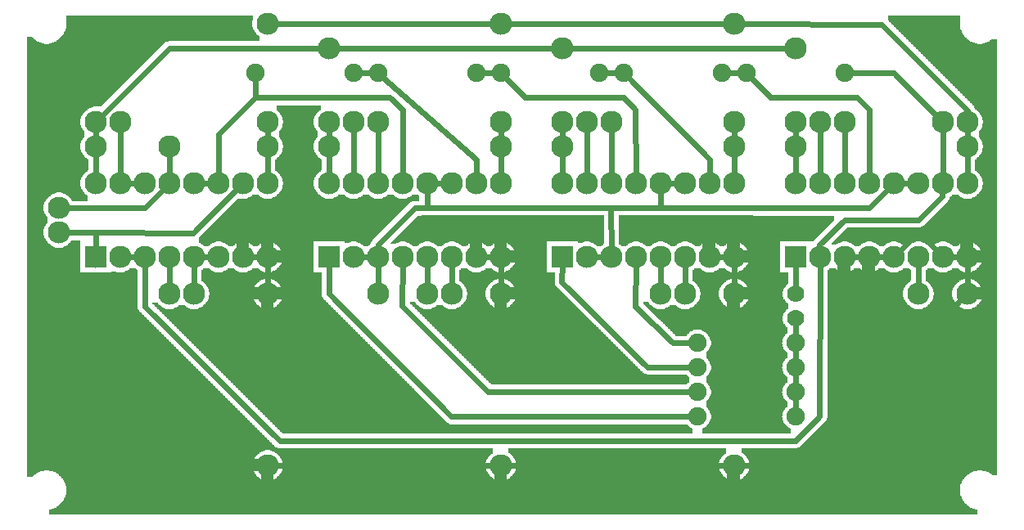
<source format=gbl>
G04 MADE WITH FRITZING*
G04 WWW.FRITZING.ORG*
G04 DOUBLE SIDED*
G04 HOLES PLATED*
G04 CONTOUR ON CENTER OF CONTOUR VECTOR*
%ASAXBY*%
%FSLAX23Y23*%
%MOIN*%
%OFA0B0*%
%SFA1.0B1.0*%
%ADD10C,0.075000*%
%ADD11C,0.070000*%
%ADD12C,0.090551*%
%ADD13R,0.090551X0.090551*%
%ADD14C,0.024000*%
%LNCOPPER0*%
G90*
G70*
G54D10*
X278Y2018D03*
X1675Y1202D03*
X2974Y1190D03*
X1145Y1633D03*
X970Y1839D03*
X1370Y1839D03*
X1470Y1839D03*
X1870Y1839D03*
X1970Y1839D03*
X2370Y1839D03*
X2470Y1839D03*
X2870Y1839D03*
X2970Y1839D03*
X3370Y1839D03*
X2770Y439D03*
X3170Y439D03*
X2770Y539D03*
X3170Y539D03*
X2770Y639D03*
X3170Y639D03*
X2770Y739D03*
X3170Y739D03*
G54D11*
X3170Y839D03*
X3170Y940D03*
G54D12*
X3170Y1089D03*
X3170Y1389D03*
X3270Y1089D03*
X3270Y1389D03*
X3370Y1089D03*
X3370Y1389D03*
X3470Y1089D03*
X3470Y1389D03*
X3570Y1089D03*
X3570Y1389D03*
X3670Y1089D03*
X3670Y1389D03*
X3770Y1089D03*
X3770Y1389D03*
X3870Y1089D03*
X3870Y1389D03*
X2220Y1089D03*
X2220Y1389D03*
X2320Y1089D03*
X2320Y1389D03*
X2420Y1089D03*
X2420Y1389D03*
X2520Y1089D03*
X2520Y1389D03*
X2620Y1089D03*
X2620Y1389D03*
X2720Y1089D03*
X2720Y1389D03*
X2820Y1089D03*
X2820Y1389D03*
X2920Y1089D03*
X2920Y1389D03*
X1270Y1089D03*
X1270Y1389D03*
X1370Y1089D03*
X1370Y1389D03*
X1470Y1089D03*
X1470Y1389D03*
X1570Y1089D03*
X1570Y1389D03*
X1670Y1089D03*
X1670Y1389D03*
X1770Y1089D03*
X1770Y1389D03*
X1870Y1089D03*
X1870Y1389D03*
X1970Y1089D03*
X1970Y1389D03*
X320Y1089D03*
X320Y1389D03*
X420Y1089D03*
X420Y1389D03*
X520Y1089D03*
X520Y1389D03*
X620Y1089D03*
X620Y1389D03*
X720Y1089D03*
X720Y1389D03*
X820Y1089D03*
X820Y1389D03*
X920Y1089D03*
X920Y1389D03*
X1020Y1089D03*
X1020Y1389D03*
X3770Y1639D03*
X3670Y939D03*
X2620Y939D03*
X2720Y939D03*
X1670Y939D03*
X1770Y939D03*
X720Y939D03*
X1270Y1539D03*
X420Y1639D03*
X1020Y239D03*
X1970Y239D03*
X2920Y239D03*
X2920Y939D03*
X1970Y939D03*
X1470Y939D03*
X620Y939D03*
X1020Y939D03*
X2220Y1939D03*
X1270Y1939D03*
X3170Y1939D03*
X320Y1639D03*
X2220Y1639D03*
X1270Y1639D03*
X3170Y1639D03*
X2920Y2039D03*
X1970Y2039D03*
X1020Y2039D03*
X2920Y1639D03*
X1970Y1639D03*
X1020Y1639D03*
X320Y1539D03*
X1370Y1639D03*
X1470Y1639D03*
X3270Y1639D03*
X3370Y1639D03*
X2320Y1639D03*
X2420Y1639D03*
X2220Y1539D03*
X3870Y1539D03*
X3170Y1539D03*
X2920Y1539D03*
X1970Y1539D03*
X620Y1539D03*
X1020Y1539D03*
X3870Y1639D03*
X3870Y939D03*
X170Y1289D03*
X170Y1189D03*
G54D13*
X3170Y1089D03*
X2220Y1089D03*
X1270Y1089D03*
X320Y1089D03*
G54D14*
X1945Y239D02*
X1045Y239D01*
D02*
X1995Y239D02*
X2895Y239D01*
D02*
X3170Y238D02*
X3852Y922D01*
D02*
X2945Y239D02*
X3170Y238D01*
D02*
X1020Y964D02*
X1020Y1064D01*
D02*
X1970Y964D02*
X1970Y1064D01*
D02*
X2920Y964D02*
X2920Y1064D01*
D02*
X603Y1372D02*
X520Y1289D01*
D02*
X620Y1414D02*
X620Y1515D01*
D02*
X620Y1064D02*
X620Y964D01*
D02*
X3170Y966D02*
X3170Y1065D01*
D02*
X3170Y768D02*
X3170Y813D01*
D02*
X3170Y668D02*
X3170Y711D01*
D02*
X3170Y568D02*
X3170Y611D01*
D02*
X3170Y511D02*
X3170Y468D01*
D02*
X2670Y739D02*
X2519Y887D01*
D02*
X2519Y887D02*
X2520Y1064D01*
D02*
X2741Y739D02*
X2670Y739D01*
D02*
X2219Y988D02*
X2220Y1064D01*
D02*
X2569Y641D02*
X2219Y988D01*
D02*
X2741Y640D02*
X2569Y641D01*
D02*
X1919Y540D02*
X1569Y890D01*
D02*
X1569Y890D02*
X1570Y1064D01*
D02*
X2741Y539D02*
X1919Y540D01*
D02*
X1769Y439D02*
X1270Y940D01*
D02*
X1270Y940D02*
X1270Y1064D01*
D02*
X2741Y439D02*
X1769Y439D01*
D02*
X3445Y1089D02*
X3395Y1089D01*
D02*
X3495Y1089D02*
X3545Y1089D01*
D02*
X3671Y1191D02*
X3753Y1107D01*
D02*
X3588Y1107D02*
X3671Y1191D01*
D02*
X1470Y1064D02*
X1470Y964D01*
D02*
X3770Y1414D02*
X3770Y1615D01*
D02*
X2941Y1839D02*
X2899Y1839D01*
D02*
X2441Y1839D02*
X2399Y1839D01*
D02*
X1941Y1839D02*
X1899Y1839D01*
D02*
X1441Y1839D02*
X1399Y1839D01*
D02*
X3570Y1839D02*
X3399Y1839D01*
D02*
X3752Y1657D02*
X3570Y1839D01*
D02*
X3471Y1289D02*
X3553Y1372D01*
D02*
X2620Y1290D02*
X3471Y1289D01*
D02*
X1670Y1290D02*
X2419Y1290D01*
D02*
X3470Y1690D02*
X3470Y1414D01*
D02*
X3069Y1739D02*
X3421Y1739D01*
D02*
X3421Y1739D02*
X3470Y1690D01*
D02*
X2990Y1819D02*
X3069Y1739D01*
D02*
X2821Y1488D02*
X2490Y1819D01*
D02*
X2820Y1414D02*
X2821Y1488D01*
D02*
X2519Y1690D02*
X2470Y1739D01*
D02*
X2069Y1739D02*
X1990Y1819D01*
D02*
X2470Y1739D02*
X2069Y1739D01*
D02*
X2520Y1414D02*
X2519Y1690D01*
D02*
X1870Y1488D02*
X1492Y1821D01*
D02*
X1870Y1414D02*
X1870Y1488D01*
D02*
X1570Y1690D02*
X1519Y1739D01*
D02*
X1519Y1739D02*
X971Y1739D01*
D02*
X971Y1739D02*
X970Y1811D01*
D02*
X1570Y1414D02*
X1570Y1690D01*
D02*
X821Y1589D02*
X820Y1414D01*
D02*
X971Y1739D02*
X821Y1589D01*
D02*
X3870Y964D02*
X3870Y1064D01*
D02*
X3269Y439D02*
X3171Y340D01*
D02*
X1070Y340D02*
X521Y888D01*
D02*
X521Y888D02*
X520Y1065D01*
D02*
X3171Y340D02*
X1070Y340D01*
D02*
X3270Y1064D02*
X3269Y439D01*
D02*
X320Y1564D02*
X320Y1615D01*
D02*
X520Y1289D02*
X195Y1289D01*
D02*
X3845Y1089D02*
X3795Y1089D01*
D02*
X2895Y1089D02*
X2845Y1089D01*
D02*
X995Y1089D02*
X945Y1089D01*
D02*
X1945Y1089D02*
X1895Y1089D01*
D02*
X1945Y2039D02*
X1045Y2039D01*
D02*
X1995Y2039D02*
X2895Y2039D01*
D02*
X3871Y1688D02*
X3870Y1664D01*
D02*
X3521Y2038D02*
X3871Y1688D01*
D02*
X3870Y1615D02*
X3870Y1564D01*
D02*
X2945Y2039D02*
X3521Y2038D01*
D02*
X1020Y1564D02*
X1020Y1615D01*
D02*
X1970Y1564D02*
X1970Y1615D01*
D02*
X2920Y1564D02*
X2920Y1615D01*
D02*
X3145Y1939D02*
X2245Y1939D01*
D02*
X2195Y1939D02*
X1295Y1939D01*
D02*
X620Y1940D02*
X338Y1657D01*
D02*
X1245Y1939D02*
X620Y1940D01*
D02*
X1270Y1615D02*
X1270Y1564D01*
D02*
X2220Y1615D02*
X2220Y1564D01*
D02*
X3170Y1615D02*
X3170Y1564D01*
D02*
X320Y1414D02*
X320Y1515D01*
D02*
X1020Y1414D02*
X1020Y1515D01*
D02*
X1970Y1414D02*
X1970Y1515D01*
D02*
X2220Y1414D02*
X2220Y1515D01*
D02*
X2920Y1414D02*
X2920Y1515D01*
D02*
X3170Y1414D02*
X3170Y1515D01*
D02*
X3870Y1414D02*
X3870Y1515D01*
D02*
X795Y1389D02*
X745Y1389D01*
D02*
X1670Y1290D02*
X1670Y1365D01*
D02*
X1620Y1289D02*
X1670Y1290D01*
D02*
X1470Y1139D02*
X1620Y1289D01*
D02*
X1470Y1114D02*
X1470Y1139D01*
D02*
X1445Y1089D02*
X1395Y1089D01*
D02*
X1695Y1389D02*
X1745Y1389D01*
D02*
X495Y1089D02*
X445Y1089D01*
D02*
X2620Y1290D02*
X2419Y1290D01*
D02*
X2419Y1290D02*
X2420Y1114D01*
D02*
X2620Y1365D02*
X2620Y1290D01*
D02*
X2395Y1089D02*
X2345Y1089D01*
D02*
X2645Y1389D02*
X2695Y1389D01*
D02*
X3370Y1240D02*
X3269Y1139D01*
D02*
X3671Y1240D02*
X3370Y1240D01*
D02*
X3269Y1139D02*
X3269Y1114D01*
D02*
X3769Y1338D02*
X3671Y1240D01*
D02*
X3770Y1365D02*
X3769Y1338D01*
D02*
X3595Y1389D02*
X3645Y1389D01*
D02*
X420Y1414D02*
X420Y1615D01*
D02*
X495Y1389D02*
X445Y1389D01*
D02*
X2320Y1414D02*
X2320Y1615D01*
D02*
X2420Y1414D02*
X2420Y1615D01*
D02*
X3270Y1414D02*
X3270Y1615D01*
D02*
X3370Y1414D02*
X3370Y1615D01*
D02*
X1270Y1414D02*
X1270Y1515D01*
D02*
X1370Y1414D02*
X1370Y1615D01*
D02*
X1470Y1414D02*
X1470Y1615D01*
D02*
X720Y964D02*
X720Y1064D01*
D02*
X745Y1089D02*
X795Y1089D01*
D02*
X3670Y964D02*
X3670Y1064D01*
D02*
X2720Y964D02*
X2720Y1064D01*
D02*
X2620Y964D02*
X2620Y1064D01*
D02*
X1770Y964D02*
X1770Y1064D01*
D02*
X1670Y964D02*
X1670Y1064D01*
D02*
X320Y1114D02*
X321Y1189D01*
D02*
X321Y1189D02*
X719Y1188D01*
D02*
X719Y1188D02*
X902Y1372D01*
D02*
X321Y1189D02*
X195Y1189D01*
G36*
X200Y2072D02*
X200Y2046D01*
X202Y2046D01*
X202Y2032D01*
X200Y2032D01*
X200Y2020D01*
X198Y2020D01*
X198Y2014D01*
X196Y2014D01*
X196Y2010D01*
X194Y2010D01*
X194Y2006D01*
X192Y2006D01*
X192Y2002D01*
X190Y2002D01*
X190Y1998D01*
X188Y1998D01*
X188Y1994D01*
X186Y1994D01*
X186Y1992D01*
X184Y1992D01*
X184Y1990D01*
X182Y1990D01*
X182Y1988D01*
X180Y1988D01*
X180Y1986D01*
X178Y1986D01*
X178Y1982D01*
X174Y1982D01*
X174Y1980D01*
X172Y1980D01*
X172Y1978D01*
X170Y1978D01*
X170Y1976D01*
X168Y1976D01*
X168Y1974D01*
X166Y1974D01*
X166Y1972D01*
X162Y1972D01*
X162Y1970D01*
X160Y1970D01*
X160Y1968D01*
X156Y1968D01*
X156Y1966D01*
X152Y1966D01*
X152Y1964D01*
X146Y1964D01*
X146Y1962D01*
X140Y1962D01*
X140Y1960D01*
X132Y1960D01*
X132Y1958D01*
X598Y1958D01*
X598Y1960D01*
X600Y1960D01*
X600Y1962D01*
X602Y1962D01*
X602Y1964D01*
X604Y1964D01*
X604Y1966D01*
X608Y1966D01*
X608Y1968D01*
X616Y1968D01*
X616Y1970D01*
X986Y1970D01*
X986Y1990D01*
X984Y1990D01*
X984Y1992D01*
X982Y1992D01*
X982Y1994D01*
X978Y1994D01*
X978Y1996D01*
X976Y1996D01*
X976Y1998D01*
X974Y1998D01*
X974Y2002D01*
X972Y2002D01*
X972Y2004D01*
X970Y2004D01*
X970Y2006D01*
X968Y2006D01*
X968Y2010D01*
X966Y2010D01*
X966Y2012D01*
X964Y2012D01*
X964Y2016D01*
X962Y2016D01*
X962Y2020D01*
X960Y2020D01*
X960Y2026D01*
X958Y2026D01*
X958Y2052D01*
X960Y2052D01*
X960Y2072D01*
X200Y2072D01*
G37*
D02*
G36*
X3548Y2072D02*
X3548Y2052D01*
X3550Y2052D01*
X3550Y2050D01*
X3552Y2050D01*
X3552Y2048D01*
X3554Y2048D01*
X3554Y2046D01*
X3556Y2046D01*
X3556Y2044D01*
X3558Y2044D01*
X3558Y2042D01*
X3560Y2042D01*
X3560Y2040D01*
X3562Y2040D01*
X3562Y2038D01*
X3564Y2038D01*
X3564Y2036D01*
X3566Y2036D01*
X3566Y2034D01*
X3568Y2034D01*
X3568Y2032D01*
X3570Y2032D01*
X3570Y2030D01*
X3572Y2030D01*
X3572Y2028D01*
X3574Y2028D01*
X3574Y2026D01*
X3576Y2026D01*
X3576Y2024D01*
X3578Y2024D01*
X3578Y2022D01*
X3580Y2022D01*
X3580Y2020D01*
X3582Y2020D01*
X3582Y2018D01*
X3584Y2018D01*
X3584Y2016D01*
X3586Y2016D01*
X3586Y2014D01*
X3588Y2014D01*
X3588Y2012D01*
X3590Y2012D01*
X3590Y2010D01*
X3592Y2010D01*
X3592Y2008D01*
X3594Y2008D01*
X3594Y2006D01*
X3596Y2006D01*
X3596Y2004D01*
X3598Y2004D01*
X3598Y2002D01*
X3600Y2002D01*
X3600Y2000D01*
X3602Y2000D01*
X3602Y1998D01*
X3604Y1998D01*
X3604Y1996D01*
X3606Y1996D01*
X3606Y1994D01*
X3608Y1994D01*
X3608Y1992D01*
X3610Y1992D01*
X3610Y1990D01*
X3612Y1990D01*
X3612Y1988D01*
X3614Y1988D01*
X3614Y1986D01*
X3616Y1986D01*
X3616Y1984D01*
X3618Y1984D01*
X3618Y1982D01*
X3620Y1982D01*
X3620Y1980D01*
X3622Y1980D01*
X3622Y1978D01*
X3624Y1978D01*
X3624Y1976D01*
X3626Y1976D01*
X3626Y1974D01*
X3628Y1974D01*
X3628Y1972D01*
X3630Y1972D01*
X3630Y1970D01*
X3632Y1970D01*
X3632Y1968D01*
X3634Y1968D01*
X3634Y1966D01*
X3636Y1966D01*
X3636Y1964D01*
X3638Y1964D01*
X3638Y1962D01*
X3640Y1962D01*
X3640Y1960D01*
X3642Y1960D01*
X3642Y1958D01*
X3910Y1958D01*
X3910Y1960D01*
X3900Y1960D01*
X3900Y1962D01*
X3894Y1962D01*
X3894Y1964D01*
X3890Y1964D01*
X3890Y1966D01*
X3886Y1966D01*
X3886Y1968D01*
X3882Y1968D01*
X3882Y1970D01*
X3878Y1970D01*
X3878Y1972D01*
X3876Y1972D01*
X3876Y1974D01*
X3874Y1974D01*
X3874Y1976D01*
X3870Y1976D01*
X3870Y1978D01*
X3868Y1978D01*
X3868Y1980D01*
X3866Y1980D01*
X3866Y1982D01*
X3864Y1982D01*
X3864Y1984D01*
X3862Y1984D01*
X3862Y1986D01*
X3860Y1986D01*
X3860Y1988D01*
X3858Y1988D01*
X3858Y1990D01*
X3856Y1990D01*
X3856Y1994D01*
X3854Y1994D01*
X3854Y1996D01*
X3852Y1996D01*
X3852Y2000D01*
X3850Y2000D01*
X3850Y2002D01*
X3848Y2002D01*
X3848Y2006D01*
X3846Y2006D01*
X3846Y2012D01*
X3844Y2012D01*
X3844Y2018D01*
X3842Y2018D01*
X3842Y2024D01*
X3840Y2024D01*
X3840Y2072D01*
X3548Y2072D01*
G37*
D02*
G36*
X42Y1986D02*
X42Y1958D01*
X110Y1958D01*
X110Y1960D01*
X100Y1960D01*
X100Y1962D01*
X94Y1962D01*
X94Y1964D01*
X90Y1964D01*
X90Y1966D01*
X86Y1966D01*
X86Y1968D01*
X82Y1968D01*
X82Y1970D01*
X78Y1970D01*
X78Y1972D01*
X76Y1972D01*
X76Y1974D01*
X74Y1974D01*
X74Y1976D01*
X70Y1976D01*
X70Y1978D01*
X68Y1978D01*
X68Y1980D01*
X66Y1980D01*
X66Y1982D01*
X64Y1982D01*
X64Y1984D01*
X62Y1984D01*
X62Y1986D01*
X42Y1986D01*
G37*
D02*
G36*
X3970Y1978D02*
X3970Y1976D01*
X3968Y1976D01*
X3968Y1974D01*
X3966Y1974D01*
X3966Y1972D01*
X3962Y1972D01*
X3962Y1970D01*
X3960Y1970D01*
X3960Y1968D01*
X3956Y1968D01*
X3956Y1966D01*
X3952Y1966D01*
X3952Y1964D01*
X3946Y1964D01*
X3946Y1962D01*
X3940Y1962D01*
X3940Y1960D01*
X3932Y1960D01*
X3932Y1958D01*
X3990Y1958D01*
X3990Y1978D01*
X3970Y1978D01*
G37*
D02*
G36*
X42Y1958D02*
X42Y1956D01*
X596Y1956D01*
X596Y1958D01*
X42Y1958D01*
G37*
D02*
G36*
X42Y1958D02*
X42Y1956D01*
X596Y1956D01*
X596Y1958D01*
X42Y1958D01*
G37*
D02*
G36*
X3644Y1958D02*
X3644Y1956D01*
X3990Y1956D01*
X3990Y1958D01*
X3644Y1958D01*
G37*
D02*
G36*
X3644Y1958D02*
X3644Y1956D01*
X3990Y1956D01*
X3990Y1958D01*
X3644Y1958D01*
G37*
D02*
G36*
X42Y1956D02*
X42Y1352D01*
X182Y1352D01*
X182Y1350D01*
X188Y1350D01*
X188Y1348D01*
X192Y1348D01*
X192Y1346D01*
X196Y1346D01*
X196Y1344D01*
X200Y1344D01*
X200Y1342D01*
X202Y1342D01*
X202Y1340D01*
X206Y1340D01*
X206Y1338D01*
X208Y1338D01*
X208Y1336D01*
X210Y1336D01*
X210Y1334D01*
X212Y1334D01*
X212Y1332D01*
X214Y1332D01*
X214Y1330D01*
X216Y1330D01*
X216Y1328D01*
X218Y1328D01*
X218Y1326D01*
X220Y1326D01*
X220Y1324D01*
X222Y1324D01*
X222Y1320D01*
X224Y1320D01*
X224Y1318D01*
X288Y1318D01*
X288Y1338D01*
X286Y1338D01*
X286Y1340D01*
X284Y1340D01*
X284Y1342D01*
X282Y1342D01*
X282Y1344D01*
X278Y1344D01*
X278Y1346D01*
X276Y1346D01*
X276Y1348D01*
X274Y1348D01*
X274Y1352D01*
X272Y1352D01*
X272Y1354D01*
X270Y1354D01*
X270Y1356D01*
X268Y1356D01*
X268Y1360D01*
X266Y1360D01*
X266Y1362D01*
X264Y1362D01*
X264Y1366D01*
X262Y1366D01*
X262Y1370D01*
X260Y1370D01*
X260Y1376D01*
X258Y1376D01*
X258Y1402D01*
X260Y1402D01*
X260Y1408D01*
X262Y1408D01*
X262Y1412D01*
X264Y1412D01*
X264Y1416D01*
X266Y1416D01*
X266Y1420D01*
X268Y1420D01*
X268Y1422D01*
X270Y1422D01*
X270Y1424D01*
X272Y1424D01*
X272Y1426D01*
X274Y1426D01*
X274Y1430D01*
X276Y1430D01*
X276Y1432D01*
X278Y1432D01*
X278Y1434D01*
X280Y1434D01*
X280Y1436D01*
X284Y1436D01*
X284Y1438D01*
X286Y1438D01*
X286Y1440D01*
X288Y1440D01*
X288Y1442D01*
X290Y1442D01*
X290Y1486D01*
X288Y1486D01*
X288Y1488D01*
X286Y1488D01*
X286Y1490D01*
X284Y1490D01*
X284Y1492D01*
X282Y1492D01*
X282Y1494D01*
X278Y1494D01*
X278Y1496D01*
X276Y1496D01*
X276Y1498D01*
X274Y1498D01*
X274Y1502D01*
X272Y1502D01*
X272Y1504D01*
X270Y1504D01*
X270Y1506D01*
X268Y1506D01*
X268Y1510D01*
X266Y1510D01*
X266Y1512D01*
X264Y1512D01*
X264Y1516D01*
X262Y1516D01*
X262Y1520D01*
X260Y1520D01*
X260Y1526D01*
X258Y1526D01*
X258Y1552D01*
X260Y1552D01*
X260Y1558D01*
X262Y1558D01*
X262Y1562D01*
X264Y1562D01*
X264Y1566D01*
X266Y1566D01*
X266Y1570D01*
X268Y1570D01*
X268Y1572D01*
X270Y1572D01*
X270Y1574D01*
X272Y1574D01*
X272Y1576D01*
X274Y1576D01*
X274Y1602D01*
X272Y1602D01*
X272Y1604D01*
X270Y1604D01*
X270Y1606D01*
X268Y1606D01*
X268Y1610D01*
X266Y1610D01*
X266Y1612D01*
X264Y1612D01*
X264Y1616D01*
X262Y1616D01*
X262Y1620D01*
X260Y1620D01*
X260Y1626D01*
X258Y1626D01*
X258Y1652D01*
X260Y1652D01*
X260Y1658D01*
X262Y1658D01*
X262Y1662D01*
X264Y1662D01*
X264Y1666D01*
X266Y1666D01*
X266Y1670D01*
X268Y1670D01*
X268Y1672D01*
X270Y1672D01*
X270Y1674D01*
X272Y1674D01*
X272Y1676D01*
X274Y1676D01*
X274Y1680D01*
X276Y1680D01*
X276Y1682D01*
X278Y1682D01*
X278Y1684D01*
X280Y1684D01*
X280Y1686D01*
X284Y1686D01*
X284Y1688D01*
X286Y1688D01*
X286Y1690D01*
X288Y1690D01*
X288Y1692D01*
X292Y1692D01*
X292Y1694D01*
X294Y1694D01*
X294Y1696D01*
X298Y1696D01*
X298Y1698D01*
X304Y1698D01*
X304Y1700D01*
X310Y1700D01*
X310Y1702D01*
X342Y1702D01*
X342Y1704D01*
X344Y1704D01*
X344Y1706D01*
X346Y1706D01*
X346Y1708D01*
X348Y1708D01*
X348Y1710D01*
X350Y1710D01*
X350Y1712D01*
X352Y1712D01*
X352Y1714D01*
X354Y1714D01*
X354Y1716D01*
X356Y1716D01*
X356Y1718D01*
X358Y1718D01*
X358Y1720D01*
X360Y1720D01*
X360Y1722D01*
X362Y1722D01*
X362Y1724D01*
X364Y1724D01*
X364Y1726D01*
X366Y1726D01*
X366Y1728D01*
X368Y1728D01*
X368Y1730D01*
X370Y1730D01*
X370Y1732D01*
X372Y1732D01*
X372Y1734D01*
X374Y1734D01*
X374Y1736D01*
X376Y1736D01*
X376Y1738D01*
X378Y1738D01*
X378Y1740D01*
X380Y1740D01*
X380Y1742D01*
X382Y1742D01*
X382Y1744D01*
X384Y1744D01*
X384Y1746D01*
X386Y1746D01*
X386Y1748D01*
X388Y1748D01*
X388Y1750D01*
X390Y1750D01*
X390Y1752D01*
X392Y1752D01*
X392Y1754D01*
X394Y1754D01*
X394Y1756D01*
X396Y1756D01*
X396Y1758D01*
X398Y1758D01*
X398Y1760D01*
X400Y1760D01*
X400Y1762D01*
X402Y1762D01*
X402Y1764D01*
X404Y1764D01*
X404Y1766D01*
X406Y1766D01*
X406Y1768D01*
X408Y1768D01*
X408Y1770D01*
X410Y1770D01*
X410Y1772D01*
X412Y1772D01*
X412Y1774D01*
X414Y1774D01*
X414Y1776D01*
X416Y1776D01*
X416Y1778D01*
X418Y1778D01*
X418Y1780D01*
X420Y1780D01*
X420Y1782D01*
X422Y1782D01*
X422Y1784D01*
X424Y1784D01*
X424Y1786D01*
X426Y1786D01*
X426Y1788D01*
X428Y1788D01*
X428Y1790D01*
X430Y1790D01*
X430Y1792D01*
X432Y1792D01*
X432Y1794D01*
X434Y1794D01*
X434Y1796D01*
X436Y1796D01*
X436Y1798D01*
X438Y1798D01*
X438Y1800D01*
X440Y1800D01*
X440Y1802D01*
X442Y1802D01*
X442Y1804D01*
X444Y1804D01*
X444Y1806D01*
X446Y1806D01*
X446Y1808D01*
X448Y1808D01*
X448Y1810D01*
X450Y1810D01*
X450Y1812D01*
X452Y1812D01*
X452Y1814D01*
X454Y1814D01*
X454Y1816D01*
X456Y1816D01*
X456Y1818D01*
X458Y1818D01*
X458Y1820D01*
X460Y1820D01*
X460Y1822D01*
X462Y1822D01*
X462Y1824D01*
X464Y1824D01*
X464Y1826D01*
X466Y1826D01*
X466Y1828D01*
X468Y1828D01*
X468Y1830D01*
X470Y1830D01*
X470Y1832D01*
X472Y1832D01*
X472Y1834D01*
X474Y1834D01*
X474Y1836D01*
X476Y1836D01*
X476Y1838D01*
X478Y1838D01*
X478Y1840D01*
X480Y1840D01*
X480Y1842D01*
X482Y1842D01*
X482Y1844D01*
X484Y1844D01*
X484Y1846D01*
X486Y1846D01*
X486Y1848D01*
X488Y1848D01*
X488Y1850D01*
X490Y1850D01*
X490Y1852D01*
X492Y1852D01*
X492Y1854D01*
X494Y1854D01*
X494Y1856D01*
X496Y1856D01*
X496Y1858D01*
X498Y1858D01*
X498Y1860D01*
X500Y1860D01*
X500Y1862D01*
X502Y1862D01*
X502Y1864D01*
X504Y1864D01*
X504Y1866D01*
X506Y1866D01*
X506Y1868D01*
X508Y1868D01*
X508Y1870D01*
X510Y1870D01*
X510Y1872D01*
X512Y1872D01*
X512Y1874D01*
X514Y1874D01*
X514Y1876D01*
X516Y1876D01*
X516Y1878D01*
X518Y1878D01*
X518Y1880D01*
X520Y1880D01*
X520Y1882D01*
X522Y1882D01*
X522Y1884D01*
X524Y1884D01*
X524Y1886D01*
X526Y1886D01*
X526Y1888D01*
X528Y1888D01*
X528Y1890D01*
X530Y1890D01*
X530Y1892D01*
X532Y1892D01*
X532Y1894D01*
X534Y1894D01*
X534Y1896D01*
X536Y1896D01*
X536Y1898D01*
X538Y1898D01*
X538Y1900D01*
X540Y1900D01*
X540Y1902D01*
X542Y1902D01*
X542Y1904D01*
X544Y1904D01*
X544Y1906D01*
X546Y1906D01*
X546Y1908D01*
X548Y1908D01*
X548Y1910D01*
X550Y1910D01*
X550Y1912D01*
X552Y1912D01*
X552Y1914D01*
X554Y1914D01*
X554Y1916D01*
X556Y1916D01*
X556Y1918D01*
X558Y1918D01*
X558Y1920D01*
X560Y1920D01*
X560Y1922D01*
X562Y1922D01*
X562Y1924D01*
X564Y1924D01*
X564Y1926D01*
X566Y1926D01*
X566Y1928D01*
X568Y1928D01*
X568Y1930D01*
X570Y1930D01*
X570Y1932D01*
X572Y1932D01*
X572Y1934D01*
X574Y1934D01*
X574Y1936D01*
X576Y1936D01*
X576Y1938D01*
X578Y1938D01*
X578Y1940D01*
X580Y1940D01*
X580Y1942D01*
X582Y1942D01*
X582Y1944D01*
X584Y1944D01*
X584Y1946D01*
X586Y1946D01*
X586Y1948D01*
X588Y1948D01*
X588Y1950D01*
X590Y1950D01*
X590Y1952D01*
X592Y1952D01*
X592Y1954D01*
X594Y1954D01*
X594Y1956D01*
X42Y1956D01*
G37*
D02*
G36*
X3646Y1956D02*
X3646Y1954D01*
X3648Y1954D01*
X3648Y1952D01*
X3650Y1952D01*
X3650Y1950D01*
X3652Y1950D01*
X3652Y1948D01*
X3654Y1948D01*
X3654Y1946D01*
X3656Y1946D01*
X3656Y1944D01*
X3658Y1944D01*
X3658Y1942D01*
X3660Y1942D01*
X3660Y1940D01*
X3662Y1940D01*
X3662Y1938D01*
X3664Y1938D01*
X3664Y1936D01*
X3666Y1936D01*
X3666Y1934D01*
X3668Y1934D01*
X3668Y1932D01*
X3670Y1932D01*
X3670Y1930D01*
X3672Y1930D01*
X3672Y1928D01*
X3674Y1928D01*
X3674Y1926D01*
X3676Y1926D01*
X3676Y1924D01*
X3678Y1924D01*
X3678Y1922D01*
X3680Y1922D01*
X3680Y1920D01*
X3682Y1920D01*
X3682Y1918D01*
X3684Y1918D01*
X3684Y1916D01*
X3686Y1916D01*
X3686Y1914D01*
X3688Y1914D01*
X3688Y1912D01*
X3690Y1912D01*
X3690Y1910D01*
X3692Y1910D01*
X3692Y1908D01*
X3694Y1908D01*
X3694Y1906D01*
X3696Y1906D01*
X3696Y1904D01*
X3698Y1904D01*
X3698Y1902D01*
X3700Y1902D01*
X3700Y1900D01*
X3702Y1900D01*
X3702Y1898D01*
X3704Y1898D01*
X3704Y1896D01*
X3706Y1896D01*
X3706Y1894D01*
X3708Y1894D01*
X3708Y1892D01*
X3710Y1892D01*
X3710Y1890D01*
X3712Y1890D01*
X3712Y1888D01*
X3714Y1888D01*
X3714Y1886D01*
X3716Y1886D01*
X3716Y1884D01*
X3718Y1884D01*
X3718Y1882D01*
X3720Y1882D01*
X3720Y1880D01*
X3722Y1880D01*
X3722Y1878D01*
X3724Y1878D01*
X3724Y1876D01*
X3726Y1876D01*
X3726Y1874D01*
X3728Y1874D01*
X3728Y1872D01*
X3730Y1872D01*
X3730Y1870D01*
X3732Y1870D01*
X3732Y1868D01*
X3734Y1868D01*
X3734Y1866D01*
X3736Y1866D01*
X3736Y1864D01*
X3738Y1864D01*
X3738Y1862D01*
X3740Y1862D01*
X3740Y1860D01*
X3742Y1860D01*
X3742Y1858D01*
X3744Y1858D01*
X3744Y1856D01*
X3746Y1856D01*
X3746Y1854D01*
X3748Y1854D01*
X3748Y1852D01*
X3750Y1852D01*
X3750Y1850D01*
X3752Y1850D01*
X3752Y1848D01*
X3754Y1848D01*
X3754Y1846D01*
X3756Y1846D01*
X3756Y1844D01*
X3758Y1844D01*
X3758Y1842D01*
X3760Y1842D01*
X3760Y1840D01*
X3762Y1840D01*
X3762Y1838D01*
X3764Y1838D01*
X3764Y1836D01*
X3766Y1836D01*
X3766Y1834D01*
X3768Y1834D01*
X3768Y1832D01*
X3770Y1832D01*
X3770Y1830D01*
X3772Y1830D01*
X3772Y1828D01*
X3774Y1828D01*
X3774Y1826D01*
X3776Y1826D01*
X3776Y1824D01*
X3778Y1824D01*
X3778Y1822D01*
X3780Y1822D01*
X3780Y1820D01*
X3782Y1820D01*
X3782Y1818D01*
X3784Y1818D01*
X3784Y1816D01*
X3786Y1816D01*
X3786Y1814D01*
X3788Y1814D01*
X3788Y1812D01*
X3790Y1812D01*
X3790Y1810D01*
X3792Y1810D01*
X3792Y1808D01*
X3794Y1808D01*
X3794Y1806D01*
X3796Y1806D01*
X3796Y1804D01*
X3798Y1804D01*
X3798Y1802D01*
X3800Y1802D01*
X3800Y1800D01*
X3802Y1800D01*
X3802Y1798D01*
X3804Y1798D01*
X3804Y1796D01*
X3806Y1796D01*
X3806Y1794D01*
X3808Y1794D01*
X3808Y1792D01*
X3810Y1792D01*
X3810Y1790D01*
X3812Y1790D01*
X3812Y1788D01*
X3814Y1788D01*
X3814Y1786D01*
X3816Y1786D01*
X3816Y1784D01*
X3818Y1784D01*
X3818Y1782D01*
X3820Y1782D01*
X3820Y1780D01*
X3822Y1780D01*
X3822Y1778D01*
X3824Y1778D01*
X3824Y1776D01*
X3826Y1776D01*
X3826Y1774D01*
X3828Y1774D01*
X3828Y1772D01*
X3830Y1772D01*
X3830Y1770D01*
X3832Y1770D01*
X3832Y1768D01*
X3834Y1768D01*
X3834Y1766D01*
X3836Y1766D01*
X3836Y1764D01*
X3838Y1764D01*
X3838Y1762D01*
X3840Y1762D01*
X3840Y1760D01*
X3842Y1760D01*
X3842Y1758D01*
X3844Y1758D01*
X3844Y1756D01*
X3846Y1756D01*
X3846Y1754D01*
X3848Y1754D01*
X3848Y1752D01*
X3850Y1752D01*
X3850Y1750D01*
X3852Y1750D01*
X3852Y1748D01*
X3854Y1748D01*
X3854Y1746D01*
X3856Y1746D01*
X3856Y1744D01*
X3858Y1744D01*
X3858Y1742D01*
X3860Y1742D01*
X3860Y1740D01*
X3862Y1740D01*
X3862Y1738D01*
X3864Y1738D01*
X3864Y1736D01*
X3866Y1736D01*
X3866Y1734D01*
X3868Y1734D01*
X3868Y1732D01*
X3870Y1732D01*
X3870Y1730D01*
X3872Y1730D01*
X3872Y1728D01*
X3874Y1728D01*
X3874Y1726D01*
X3876Y1726D01*
X3876Y1724D01*
X3878Y1724D01*
X3878Y1722D01*
X3880Y1722D01*
X3880Y1720D01*
X3882Y1720D01*
X3882Y1718D01*
X3884Y1718D01*
X3884Y1716D01*
X3886Y1716D01*
X3886Y1714D01*
X3888Y1714D01*
X3888Y1712D01*
X3890Y1712D01*
X3890Y1710D01*
X3892Y1710D01*
X3892Y1708D01*
X3894Y1708D01*
X3894Y1706D01*
X3896Y1706D01*
X3896Y1702D01*
X3898Y1702D01*
X3898Y1698D01*
X3900Y1698D01*
X3900Y1692D01*
X3902Y1692D01*
X3902Y1690D01*
X3906Y1690D01*
X3906Y1688D01*
X3908Y1688D01*
X3908Y1686D01*
X3910Y1686D01*
X3910Y1684D01*
X3912Y1684D01*
X3912Y1682D01*
X3914Y1682D01*
X3914Y1680D01*
X3916Y1680D01*
X3916Y1678D01*
X3918Y1678D01*
X3918Y1676D01*
X3920Y1676D01*
X3920Y1674D01*
X3922Y1674D01*
X3922Y1670D01*
X3924Y1670D01*
X3924Y1668D01*
X3926Y1668D01*
X3926Y1664D01*
X3928Y1664D01*
X3928Y1660D01*
X3930Y1660D01*
X3930Y1654D01*
X3932Y1654D01*
X3932Y1646D01*
X3934Y1646D01*
X3934Y1632D01*
X3932Y1632D01*
X3932Y1624D01*
X3930Y1624D01*
X3930Y1618D01*
X3928Y1618D01*
X3928Y1614D01*
X3926Y1614D01*
X3926Y1610D01*
X3924Y1610D01*
X3924Y1608D01*
X3922Y1608D01*
X3922Y1604D01*
X3920Y1604D01*
X3920Y1602D01*
X3918Y1602D01*
X3918Y1600D01*
X3916Y1600D01*
X3916Y1578D01*
X3918Y1578D01*
X3918Y1576D01*
X3920Y1576D01*
X3920Y1574D01*
X3922Y1574D01*
X3922Y1570D01*
X3924Y1570D01*
X3924Y1568D01*
X3926Y1568D01*
X3926Y1564D01*
X3928Y1564D01*
X3928Y1560D01*
X3930Y1560D01*
X3930Y1554D01*
X3932Y1554D01*
X3932Y1546D01*
X3934Y1546D01*
X3934Y1532D01*
X3932Y1532D01*
X3932Y1524D01*
X3930Y1524D01*
X3930Y1518D01*
X3928Y1518D01*
X3928Y1514D01*
X3926Y1514D01*
X3926Y1510D01*
X3924Y1510D01*
X3924Y1508D01*
X3922Y1508D01*
X3922Y1504D01*
X3920Y1504D01*
X3920Y1502D01*
X3918Y1502D01*
X3918Y1500D01*
X3916Y1500D01*
X3916Y1498D01*
X3914Y1498D01*
X3914Y1496D01*
X3912Y1496D01*
X3912Y1494D01*
X3910Y1494D01*
X3910Y1492D01*
X3908Y1492D01*
X3908Y1490D01*
X3906Y1490D01*
X3906Y1488D01*
X3902Y1488D01*
X3902Y1486D01*
X3900Y1486D01*
X3900Y1442D01*
X3902Y1442D01*
X3902Y1440D01*
X3906Y1440D01*
X3906Y1438D01*
X3908Y1438D01*
X3908Y1436D01*
X3910Y1436D01*
X3910Y1434D01*
X3912Y1434D01*
X3912Y1432D01*
X3914Y1432D01*
X3914Y1430D01*
X3916Y1430D01*
X3916Y1428D01*
X3918Y1428D01*
X3918Y1426D01*
X3920Y1426D01*
X3920Y1424D01*
X3922Y1424D01*
X3922Y1420D01*
X3924Y1420D01*
X3924Y1418D01*
X3926Y1418D01*
X3926Y1414D01*
X3928Y1414D01*
X3928Y1410D01*
X3930Y1410D01*
X3930Y1404D01*
X3932Y1404D01*
X3932Y1396D01*
X3934Y1396D01*
X3934Y1382D01*
X3932Y1382D01*
X3932Y1374D01*
X3930Y1374D01*
X3930Y1368D01*
X3928Y1368D01*
X3928Y1364D01*
X3926Y1364D01*
X3926Y1360D01*
X3924Y1360D01*
X3924Y1358D01*
X3922Y1358D01*
X3922Y1354D01*
X3920Y1354D01*
X3920Y1352D01*
X3918Y1352D01*
X3918Y1350D01*
X3916Y1350D01*
X3916Y1348D01*
X3914Y1348D01*
X3914Y1346D01*
X3912Y1346D01*
X3912Y1344D01*
X3910Y1344D01*
X3910Y1342D01*
X3908Y1342D01*
X3908Y1340D01*
X3906Y1340D01*
X3906Y1338D01*
X3902Y1338D01*
X3902Y1336D01*
X3900Y1336D01*
X3900Y1334D01*
X3896Y1334D01*
X3896Y1332D01*
X3892Y1332D01*
X3892Y1330D01*
X3888Y1330D01*
X3888Y1328D01*
X3880Y1328D01*
X3880Y1326D01*
X3990Y1326D01*
X3990Y1956D01*
X3646Y1956D01*
G37*
D02*
G36*
X42Y1352D02*
X42Y1126D01*
X160Y1126D01*
X160Y1128D01*
X154Y1128D01*
X154Y1130D01*
X148Y1130D01*
X148Y1132D01*
X144Y1132D01*
X144Y1134D01*
X142Y1134D01*
X142Y1136D01*
X138Y1136D01*
X138Y1138D01*
X136Y1138D01*
X136Y1140D01*
X134Y1140D01*
X134Y1142D01*
X132Y1142D01*
X132Y1144D01*
X128Y1144D01*
X128Y1146D01*
X126Y1146D01*
X126Y1148D01*
X124Y1148D01*
X124Y1152D01*
X122Y1152D01*
X122Y1154D01*
X120Y1154D01*
X120Y1156D01*
X118Y1156D01*
X118Y1160D01*
X116Y1160D01*
X116Y1162D01*
X114Y1162D01*
X114Y1166D01*
X112Y1166D01*
X112Y1170D01*
X110Y1170D01*
X110Y1176D01*
X108Y1176D01*
X108Y1202D01*
X110Y1202D01*
X110Y1208D01*
X112Y1208D01*
X112Y1212D01*
X114Y1212D01*
X114Y1216D01*
X116Y1216D01*
X116Y1220D01*
X118Y1220D01*
X118Y1222D01*
X120Y1222D01*
X120Y1224D01*
X122Y1224D01*
X122Y1226D01*
X124Y1226D01*
X124Y1252D01*
X122Y1252D01*
X122Y1254D01*
X120Y1254D01*
X120Y1256D01*
X118Y1256D01*
X118Y1260D01*
X116Y1260D01*
X116Y1262D01*
X114Y1262D01*
X114Y1266D01*
X112Y1266D01*
X112Y1270D01*
X110Y1270D01*
X110Y1276D01*
X108Y1276D01*
X108Y1302D01*
X110Y1302D01*
X110Y1308D01*
X112Y1308D01*
X112Y1312D01*
X114Y1312D01*
X114Y1316D01*
X116Y1316D01*
X116Y1320D01*
X118Y1320D01*
X118Y1322D01*
X120Y1322D01*
X120Y1324D01*
X122Y1324D01*
X122Y1326D01*
X124Y1326D01*
X124Y1330D01*
X126Y1330D01*
X126Y1332D01*
X128Y1332D01*
X128Y1334D01*
X130Y1334D01*
X130Y1336D01*
X134Y1336D01*
X134Y1338D01*
X136Y1338D01*
X136Y1340D01*
X138Y1340D01*
X138Y1342D01*
X142Y1342D01*
X142Y1344D01*
X144Y1344D01*
X144Y1346D01*
X148Y1346D01*
X148Y1348D01*
X154Y1348D01*
X154Y1350D01*
X160Y1350D01*
X160Y1352D01*
X42Y1352D01*
G37*
D02*
G36*
X3810Y1344D02*
X3810Y1342D01*
X3808Y1342D01*
X3808Y1340D01*
X3806Y1340D01*
X3806Y1338D01*
X3802Y1338D01*
X3802Y1336D01*
X3800Y1336D01*
X3800Y1332D01*
X3798Y1332D01*
X3798Y1326D01*
X3860Y1326D01*
X3860Y1328D01*
X3854Y1328D01*
X3854Y1330D01*
X3848Y1330D01*
X3848Y1332D01*
X3844Y1332D01*
X3844Y1334D01*
X3842Y1334D01*
X3842Y1336D01*
X3838Y1336D01*
X3838Y1338D01*
X3836Y1338D01*
X3836Y1340D01*
X3834Y1340D01*
X3834Y1342D01*
X3832Y1342D01*
X3832Y1344D01*
X3810Y1344D01*
G37*
D02*
G36*
X3796Y1326D02*
X3796Y1324D01*
X3990Y1324D01*
X3990Y1326D01*
X3796Y1326D01*
G37*
D02*
G36*
X3796Y1326D02*
X3796Y1324D01*
X3990Y1324D01*
X3990Y1326D01*
X3796Y1326D01*
G37*
D02*
G36*
X3796Y1324D02*
X3796Y1322D01*
X3794Y1322D01*
X3794Y1320D01*
X3792Y1320D01*
X3792Y1316D01*
X3790Y1316D01*
X3790Y1314D01*
X3788Y1314D01*
X3788Y1312D01*
X3786Y1312D01*
X3786Y1310D01*
X3784Y1310D01*
X3784Y1308D01*
X3782Y1308D01*
X3782Y1306D01*
X3780Y1306D01*
X3780Y1304D01*
X3778Y1304D01*
X3778Y1302D01*
X3776Y1302D01*
X3776Y1300D01*
X3774Y1300D01*
X3774Y1298D01*
X3772Y1298D01*
X3772Y1296D01*
X3770Y1296D01*
X3770Y1294D01*
X3768Y1294D01*
X3768Y1292D01*
X3766Y1292D01*
X3766Y1290D01*
X3764Y1290D01*
X3764Y1288D01*
X3762Y1288D01*
X3762Y1286D01*
X3760Y1286D01*
X3760Y1284D01*
X3758Y1284D01*
X3758Y1282D01*
X3756Y1282D01*
X3756Y1280D01*
X3754Y1280D01*
X3754Y1278D01*
X3752Y1278D01*
X3752Y1276D01*
X3750Y1276D01*
X3750Y1274D01*
X3748Y1274D01*
X3748Y1272D01*
X3746Y1272D01*
X3746Y1270D01*
X3744Y1270D01*
X3744Y1268D01*
X3742Y1268D01*
X3742Y1266D01*
X3740Y1266D01*
X3740Y1264D01*
X3738Y1264D01*
X3738Y1262D01*
X3736Y1262D01*
X3736Y1260D01*
X3734Y1260D01*
X3734Y1258D01*
X3732Y1258D01*
X3732Y1256D01*
X3730Y1256D01*
X3730Y1254D01*
X3728Y1254D01*
X3728Y1252D01*
X3726Y1252D01*
X3726Y1250D01*
X3724Y1250D01*
X3724Y1248D01*
X3722Y1248D01*
X3722Y1246D01*
X3720Y1246D01*
X3720Y1244D01*
X3718Y1244D01*
X3718Y1242D01*
X3716Y1242D01*
X3716Y1240D01*
X3714Y1240D01*
X3714Y1238D01*
X3712Y1238D01*
X3712Y1236D01*
X3710Y1236D01*
X3710Y1234D01*
X3708Y1234D01*
X3708Y1232D01*
X3706Y1232D01*
X3706Y1230D01*
X3704Y1230D01*
X3704Y1228D01*
X3702Y1228D01*
X3702Y1226D01*
X3700Y1226D01*
X3700Y1224D01*
X3698Y1224D01*
X3698Y1222D01*
X3696Y1222D01*
X3696Y1220D01*
X3694Y1220D01*
X3694Y1218D01*
X3692Y1218D01*
X3692Y1216D01*
X3688Y1216D01*
X3688Y1214D01*
X3686Y1214D01*
X3686Y1212D01*
X3680Y1212D01*
X3680Y1210D01*
X3382Y1210D01*
X3382Y1208D01*
X3380Y1208D01*
X3380Y1206D01*
X3378Y1206D01*
X3378Y1204D01*
X3376Y1204D01*
X3376Y1202D01*
X3374Y1202D01*
X3374Y1200D01*
X3372Y1200D01*
X3372Y1198D01*
X3370Y1198D01*
X3370Y1196D01*
X3368Y1196D01*
X3368Y1194D01*
X3366Y1194D01*
X3366Y1192D01*
X3364Y1192D01*
X3364Y1190D01*
X3362Y1190D01*
X3362Y1188D01*
X3360Y1188D01*
X3360Y1186D01*
X3358Y1186D01*
X3358Y1184D01*
X3356Y1184D01*
X3356Y1182D01*
X3354Y1182D01*
X3354Y1180D01*
X3352Y1180D01*
X3352Y1178D01*
X3350Y1178D01*
X3350Y1176D01*
X3348Y1176D01*
X3348Y1174D01*
X3346Y1174D01*
X3346Y1172D01*
X3344Y1172D01*
X3344Y1170D01*
X3342Y1170D01*
X3342Y1168D01*
X3340Y1168D01*
X3340Y1166D01*
X3338Y1166D01*
X3338Y1164D01*
X3336Y1164D01*
X3336Y1162D01*
X3334Y1162D01*
X3334Y1160D01*
X3332Y1160D01*
X3332Y1158D01*
X3330Y1158D01*
X3330Y1156D01*
X3328Y1156D01*
X3328Y1154D01*
X3326Y1154D01*
X3326Y1152D01*
X3882Y1152D01*
X3882Y1150D01*
X3888Y1150D01*
X3888Y1148D01*
X3892Y1148D01*
X3892Y1146D01*
X3896Y1146D01*
X3896Y1144D01*
X3900Y1144D01*
X3900Y1142D01*
X3902Y1142D01*
X3902Y1140D01*
X3906Y1140D01*
X3906Y1138D01*
X3908Y1138D01*
X3908Y1136D01*
X3910Y1136D01*
X3910Y1134D01*
X3912Y1134D01*
X3912Y1132D01*
X3914Y1132D01*
X3914Y1130D01*
X3916Y1130D01*
X3916Y1128D01*
X3918Y1128D01*
X3918Y1126D01*
X3920Y1126D01*
X3920Y1124D01*
X3922Y1124D01*
X3922Y1120D01*
X3924Y1120D01*
X3924Y1118D01*
X3926Y1118D01*
X3926Y1114D01*
X3928Y1114D01*
X3928Y1110D01*
X3930Y1110D01*
X3930Y1104D01*
X3932Y1104D01*
X3932Y1096D01*
X3934Y1096D01*
X3934Y1082D01*
X3932Y1082D01*
X3932Y1074D01*
X3930Y1074D01*
X3930Y1068D01*
X3928Y1068D01*
X3928Y1064D01*
X3926Y1064D01*
X3926Y1060D01*
X3924Y1060D01*
X3924Y1058D01*
X3922Y1058D01*
X3922Y1054D01*
X3920Y1054D01*
X3920Y1052D01*
X3918Y1052D01*
X3918Y1050D01*
X3916Y1050D01*
X3916Y1048D01*
X3914Y1048D01*
X3914Y1046D01*
X3912Y1046D01*
X3912Y1044D01*
X3910Y1044D01*
X3910Y1042D01*
X3908Y1042D01*
X3908Y1040D01*
X3906Y1040D01*
X3906Y1038D01*
X3902Y1038D01*
X3902Y1036D01*
X3900Y1036D01*
X3900Y1034D01*
X3896Y1034D01*
X3896Y1032D01*
X3892Y1032D01*
X3892Y1030D01*
X3888Y1030D01*
X3888Y1028D01*
X3880Y1028D01*
X3880Y1026D01*
X3990Y1026D01*
X3990Y1324D01*
X3796Y1324D01*
G37*
D02*
G36*
X222Y1158D02*
X222Y1154D01*
X220Y1154D01*
X220Y1152D01*
X218Y1152D01*
X218Y1150D01*
X216Y1150D01*
X216Y1148D01*
X214Y1148D01*
X214Y1146D01*
X212Y1146D01*
X212Y1144D01*
X210Y1144D01*
X210Y1142D01*
X208Y1142D01*
X208Y1140D01*
X206Y1140D01*
X206Y1138D01*
X202Y1138D01*
X202Y1136D01*
X200Y1136D01*
X200Y1134D01*
X196Y1134D01*
X196Y1132D01*
X192Y1132D01*
X192Y1130D01*
X188Y1130D01*
X188Y1128D01*
X180Y1128D01*
X180Y1126D01*
X258Y1126D01*
X258Y1158D01*
X222Y1158D01*
G37*
D02*
G36*
X3324Y1152D02*
X3324Y1150D01*
X3322Y1150D01*
X3322Y1148D01*
X3320Y1148D01*
X3320Y1146D01*
X3318Y1146D01*
X3318Y1140D01*
X3338Y1140D01*
X3338Y1142D01*
X3342Y1142D01*
X3342Y1144D01*
X3344Y1144D01*
X3344Y1146D01*
X3348Y1146D01*
X3348Y1148D01*
X3354Y1148D01*
X3354Y1150D01*
X3360Y1150D01*
X3360Y1152D01*
X3324Y1152D01*
G37*
D02*
G36*
X3382Y1152D02*
X3382Y1150D01*
X3388Y1150D01*
X3388Y1148D01*
X3392Y1148D01*
X3392Y1146D01*
X3396Y1146D01*
X3396Y1144D01*
X3400Y1144D01*
X3400Y1142D01*
X3402Y1142D01*
X3402Y1140D01*
X3406Y1140D01*
X3406Y1138D01*
X3408Y1138D01*
X3408Y1136D01*
X3410Y1136D01*
X3410Y1134D01*
X3430Y1134D01*
X3430Y1136D01*
X3434Y1136D01*
X3434Y1138D01*
X3436Y1138D01*
X3436Y1140D01*
X3438Y1140D01*
X3438Y1142D01*
X3442Y1142D01*
X3442Y1144D01*
X3444Y1144D01*
X3444Y1146D01*
X3448Y1146D01*
X3448Y1148D01*
X3454Y1148D01*
X3454Y1150D01*
X3460Y1150D01*
X3460Y1152D01*
X3382Y1152D01*
G37*
D02*
G36*
X3482Y1152D02*
X3482Y1150D01*
X3488Y1150D01*
X3488Y1148D01*
X3492Y1148D01*
X3492Y1146D01*
X3496Y1146D01*
X3496Y1144D01*
X3500Y1144D01*
X3500Y1142D01*
X3502Y1142D01*
X3502Y1140D01*
X3506Y1140D01*
X3506Y1138D01*
X3508Y1138D01*
X3508Y1136D01*
X3510Y1136D01*
X3510Y1134D01*
X3530Y1134D01*
X3530Y1136D01*
X3534Y1136D01*
X3534Y1138D01*
X3536Y1138D01*
X3536Y1140D01*
X3538Y1140D01*
X3538Y1142D01*
X3542Y1142D01*
X3542Y1144D01*
X3544Y1144D01*
X3544Y1146D01*
X3548Y1146D01*
X3548Y1148D01*
X3554Y1148D01*
X3554Y1150D01*
X3560Y1150D01*
X3560Y1152D01*
X3482Y1152D01*
G37*
D02*
G36*
X3582Y1152D02*
X3582Y1150D01*
X3588Y1150D01*
X3588Y1148D01*
X3592Y1148D01*
X3592Y1146D01*
X3596Y1146D01*
X3596Y1144D01*
X3600Y1144D01*
X3600Y1142D01*
X3602Y1142D01*
X3602Y1140D01*
X3606Y1140D01*
X3606Y1138D01*
X3608Y1138D01*
X3608Y1136D01*
X3610Y1136D01*
X3610Y1134D01*
X3630Y1134D01*
X3630Y1136D01*
X3634Y1136D01*
X3634Y1138D01*
X3636Y1138D01*
X3636Y1140D01*
X3638Y1140D01*
X3638Y1142D01*
X3642Y1142D01*
X3642Y1144D01*
X3644Y1144D01*
X3644Y1146D01*
X3648Y1146D01*
X3648Y1148D01*
X3654Y1148D01*
X3654Y1150D01*
X3660Y1150D01*
X3660Y1152D01*
X3582Y1152D01*
G37*
D02*
G36*
X3682Y1152D02*
X3682Y1150D01*
X3688Y1150D01*
X3688Y1148D01*
X3692Y1148D01*
X3692Y1146D01*
X3696Y1146D01*
X3696Y1144D01*
X3700Y1144D01*
X3700Y1142D01*
X3702Y1142D01*
X3702Y1140D01*
X3706Y1140D01*
X3706Y1138D01*
X3708Y1138D01*
X3708Y1136D01*
X3710Y1136D01*
X3710Y1134D01*
X3730Y1134D01*
X3730Y1136D01*
X3734Y1136D01*
X3734Y1138D01*
X3736Y1138D01*
X3736Y1140D01*
X3738Y1140D01*
X3738Y1142D01*
X3742Y1142D01*
X3742Y1144D01*
X3744Y1144D01*
X3744Y1146D01*
X3748Y1146D01*
X3748Y1148D01*
X3754Y1148D01*
X3754Y1150D01*
X3760Y1150D01*
X3760Y1152D01*
X3682Y1152D01*
G37*
D02*
G36*
X3782Y1152D02*
X3782Y1150D01*
X3788Y1150D01*
X3788Y1148D01*
X3792Y1148D01*
X3792Y1146D01*
X3796Y1146D01*
X3796Y1144D01*
X3800Y1144D01*
X3800Y1142D01*
X3802Y1142D01*
X3802Y1140D01*
X3806Y1140D01*
X3806Y1138D01*
X3808Y1138D01*
X3808Y1136D01*
X3810Y1136D01*
X3810Y1134D01*
X3830Y1134D01*
X3830Y1136D01*
X3834Y1136D01*
X3834Y1138D01*
X3836Y1138D01*
X3836Y1140D01*
X3838Y1140D01*
X3838Y1142D01*
X3842Y1142D01*
X3842Y1144D01*
X3844Y1144D01*
X3844Y1146D01*
X3848Y1146D01*
X3848Y1148D01*
X3854Y1148D01*
X3854Y1150D01*
X3860Y1150D01*
X3860Y1152D01*
X3782Y1152D01*
G37*
D02*
G36*
X42Y1126D02*
X42Y1124D01*
X258Y1124D01*
X258Y1126D01*
X42Y1126D01*
G37*
D02*
G36*
X42Y1126D02*
X42Y1124D01*
X258Y1124D01*
X258Y1126D01*
X42Y1126D01*
G37*
D02*
G36*
X42Y1124D02*
X42Y1026D01*
X258Y1026D01*
X258Y1124D01*
X42Y1124D01*
G37*
D02*
G36*
X460Y1044D02*
X460Y1042D01*
X458Y1042D01*
X458Y1040D01*
X456Y1040D01*
X456Y1038D01*
X452Y1038D01*
X452Y1036D01*
X450Y1036D01*
X450Y1034D01*
X446Y1034D01*
X446Y1032D01*
X442Y1032D01*
X442Y1030D01*
X438Y1030D01*
X438Y1028D01*
X430Y1028D01*
X430Y1026D01*
X490Y1026D01*
X490Y1036D01*
X488Y1036D01*
X488Y1038D01*
X486Y1038D01*
X486Y1040D01*
X484Y1040D01*
X484Y1042D01*
X482Y1042D01*
X482Y1044D01*
X460Y1044D01*
G37*
D02*
G36*
X3310Y1044D02*
X3310Y1042D01*
X3308Y1042D01*
X3308Y1040D01*
X3306Y1040D01*
X3306Y1038D01*
X3302Y1038D01*
X3302Y1036D01*
X3300Y1036D01*
X3300Y1026D01*
X3360Y1026D01*
X3360Y1028D01*
X3354Y1028D01*
X3354Y1030D01*
X3348Y1030D01*
X3348Y1032D01*
X3344Y1032D01*
X3344Y1034D01*
X3342Y1034D01*
X3342Y1036D01*
X3338Y1036D01*
X3338Y1038D01*
X3336Y1038D01*
X3336Y1040D01*
X3334Y1040D01*
X3334Y1042D01*
X3332Y1042D01*
X3332Y1044D01*
X3310Y1044D01*
G37*
D02*
G36*
X3410Y1044D02*
X3410Y1042D01*
X3408Y1042D01*
X3408Y1040D01*
X3406Y1040D01*
X3406Y1038D01*
X3402Y1038D01*
X3402Y1036D01*
X3400Y1036D01*
X3400Y1034D01*
X3396Y1034D01*
X3396Y1032D01*
X3392Y1032D01*
X3392Y1030D01*
X3388Y1030D01*
X3388Y1028D01*
X3380Y1028D01*
X3380Y1026D01*
X3460Y1026D01*
X3460Y1028D01*
X3454Y1028D01*
X3454Y1030D01*
X3448Y1030D01*
X3448Y1032D01*
X3444Y1032D01*
X3444Y1034D01*
X3442Y1034D01*
X3442Y1036D01*
X3438Y1036D01*
X3438Y1038D01*
X3436Y1038D01*
X3436Y1040D01*
X3434Y1040D01*
X3434Y1042D01*
X3432Y1042D01*
X3432Y1044D01*
X3410Y1044D01*
G37*
D02*
G36*
X3510Y1044D02*
X3510Y1042D01*
X3508Y1042D01*
X3508Y1040D01*
X3506Y1040D01*
X3506Y1038D01*
X3502Y1038D01*
X3502Y1036D01*
X3500Y1036D01*
X3500Y1034D01*
X3496Y1034D01*
X3496Y1032D01*
X3492Y1032D01*
X3492Y1030D01*
X3488Y1030D01*
X3488Y1028D01*
X3480Y1028D01*
X3480Y1026D01*
X3560Y1026D01*
X3560Y1028D01*
X3554Y1028D01*
X3554Y1030D01*
X3548Y1030D01*
X3548Y1032D01*
X3544Y1032D01*
X3544Y1034D01*
X3542Y1034D01*
X3542Y1036D01*
X3538Y1036D01*
X3538Y1038D01*
X3536Y1038D01*
X3536Y1040D01*
X3534Y1040D01*
X3534Y1042D01*
X3532Y1042D01*
X3532Y1044D01*
X3510Y1044D01*
G37*
D02*
G36*
X3610Y1044D02*
X3610Y1042D01*
X3608Y1042D01*
X3608Y1040D01*
X3606Y1040D01*
X3606Y1038D01*
X3602Y1038D01*
X3602Y1036D01*
X3600Y1036D01*
X3600Y1034D01*
X3596Y1034D01*
X3596Y1032D01*
X3592Y1032D01*
X3592Y1030D01*
X3588Y1030D01*
X3588Y1028D01*
X3580Y1028D01*
X3580Y1026D01*
X3640Y1026D01*
X3640Y1036D01*
X3638Y1036D01*
X3638Y1038D01*
X3636Y1038D01*
X3636Y1040D01*
X3634Y1040D01*
X3634Y1042D01*
X3632Y1042D01*
X3632Y1044D01*
X3610Y1044D01*
G37*
D02*
G36*
X3710Y1044D02*
X3710Y1042D01*
X3708Y1042D01*
X3708Y1040D01*
X3706Y1040D01*
X3706Y1038D01*
X3702Y1038D01*
X3702Y1036D01*
X3700Y1036D01*
X3700Y1026D01*
X3760Y1026D01*
X3760Y1028D01*
X3754Y1028D01*
X3754Y1030D01*
X3748Y1030D01*
X3748Y1032D01*
X3744Y1032D01*
X3744Y1034D01*
X3742Y1034D01*
X3742Y1036D01*
X3738Y1036D01*
X3738Y1038D01*
X3736Y1038D01*
X3736Y1040D01*
X3734Y1040D01*
X3734Y1042D01*
X3732Y1042D01*
X3732Y1044D01*
X3710Y1044D01*
G37*
D02*
G36*
X3810Y1044D02*
X3810Y1042D01*
X3808Y1042D01*
X3808Y1040D01*
X3806Y1040D01*
X3806Y1038D01*
X3802Y1038D01*
X3802Y1036D01*
X3800Y1036D01*
X3800Y1034D01*
X3796Y1034D01*
X3796Y1032D01*
X3792Y1032D01*
X3792Y1030D01*
X3788Y1030D01*
X3788Y1028D01*
X3780Y1028D01*
X3780Y1026D01*
X3860Y1026D01*
X3860Y1028D01*
X3854Y1028D01*
X3854Y1030D01*
X3848Y1030D01*
X3848Y1032D01*
X3844Y1032D01*
X3844Y1034D01*
X3842Y1034D01*
X3842Y1036D01*
X3838Y1036D01*
X3838Y1038D01*
X3836Y1038D01*
X3836Y1040D01*
X3834Y1040D01*
X3834Y1042D01*
X3832Y1042D01*
X3832Y1044D01*
X3810Y1044D01*
G37*
D02*
G36*
X384Y1030D02*
X384Y1026D01*
X410Y1026D01*
X410Y1028D01*
X404Y1028D01*
X404Y1030D01*
X384Y1030D01*
G37*
D02*
G36*
X42Y1026D02*
X42Y1024D01*
X490Y1024D01*
X490Y1026D01*
X42Y1026D01*
G37*
D02*
G36*
X42Y1026D02*
X42Y1024D01*
X490Y1024D01*
X490Y1026D01*
X42Y1026D01*
G37*
D02*
G36*
X42Y1026D02*
X42Y1024D01*
X490Y1024D01*
X490Y1026D01*
X42Y1026D01*
G37*
D02*
G36*
X3300Y1026D02*
X3300Y1024D01*
X3640Y1024D01*
X3640Y1026D01*
X3300Y1026D01*
G37*
D02*
G36*
X3300Y1026D02*
X3300Y1024D01*
X3640Y1024D01*
X3640Y1026D01*
X3300Y1026D01*
G37*
D02*
G36*
X3300Y1026D02*
X3300Y1024D01*
X3640Y1024D01*
X3640Y1026D01*
X3300Y1026D01*
G37*
D02*
G36*
X3300Y1026D02*
X3300Y1024D01*
X3640Y1024D01*
X3640Y1026D01*
X3300Y1026D01*
G37*
D02*
G36*
X3700Y1026D02*
X3700Y1024D01*
X3990Y1024D01*
X3990Y1026D01*
X3700Y1026D01*
G37*
D02*
G36*
X3700Y1026D02*
X3700Y1024D01*
X3990Y1024D01*
X3990Y1026D01*
X3700Y1026D01*
G37*
D02*
G36*
X3700Y1026D02*
X3700Y1024D01*
X3990Y1024D01*
X3990Y1026D01*
X3700Y1026D01*
G37*
D02*
G36*
X42Y1024D02*
X42Y302D01*
X1032Y302D01*
X1032Y300D01*
X1038Y300D01*
X1038Y298D01*
X1042Y298D01*
X1042Y296D01*
X1046Y296D01*
X1046Y294D01*
X1050Y294D01*
X1050Y292D01*
X1052Y292D01*
X1052Y290D01*
X1056Y290D01*
X1056Y288D01*
X1058Y288D01*
X1058Y286D01*
X1060Y286D01*
X1060Y284D01*
X1062Y284D01*
X1062Y282D01*
X1064Y282D01*
X1064Y280D01*
X1066Y280D01*
X1066Y278D01*
X1068Y278D01*
X1068Y276D01*
X1070Y276D01*
X1070Y274D01*
X1072Y274D01*
X1072Y270D01*
X1074Y270D01*
X1074Y268D01*
X1076Y268D01*
X1076Y264D01*
X1078Y264D01*
X1078Y260D01*
X1080Y260D01*
X1080Y254D01*
X1082Y254D01*
X1082Y246D01*
X1084Y246D01*
X1084Y232D01*
X1082Y232D01*
X1082Y224D01*
X1080Y224D01*
X1080Y218D01*
X1078Y218D01*
X1078Y214D01*
X1076Y214D01*
X1076Y210D01*
X1074Y210D01*
X1074Y208D01*
X1072Y208D01*
X1072Y204D01*
X1070Y204D01*
X1070Y202D01*
X1068Y202D01*
X1068Y200D01*
X1066Y200D01*
X1066Y198D01*
X1064Y198D01*
X1064Y196D01*
X1062Y196D01*
X1062Y194D01*
X1060Y194D01*
X1060Y192D01*
X1058Y192D01*
X1058Y190D01*
X1056Y190D01*
X1056Y188D01*
X1052Y188D01*
X1052Y186D01*
X1050Y186D01*
X1050Y184D01*
X1046Y184D01*
X1046Y182D01*
X1042Y182D01*
X1042Y180D01*
X1038Y180D01*
X1038Y178D01*
X1030Y178D01*
X1030Y176D01*
X1960Y176D01*
X1960Y178D01*
X1954Y178D01*
X1954Y180D01*
X1948Y180D01*
X1948Y182D01*
X1944Y182D01*
X1944Y184D01*
X1942Y184D01*
X1942Y186D01*
X1938Y186D01*
X1938Y188D01*
X1936Y188D01*
X1936Y190D01*
X1934Y190D01*
X1934Y192D01*
X1932Y192D01*
X1932Y194D01*
X1928Y194D01*
X1928Y196D01*
X1926Y196D01*
X1926Y198D01*
X1924Y198D01*
X1924Y202D01*
X1922Y202D01*
X1922Y204D01*
X1920Y204D01*
X1920Y206D01*
X1918Y206D01*
X1918Y210D01*
X1916Y210D01*
X1916Y212D01*
X1914Y212D01*
X1914Y216D01*
X1912Y216D01*
X1912Y220D01*
X1910Y220D01*
X1910Y226D01*
X1908Y226D01*
X1908Y252D01*
X1910Y252D01*
X1910Y258D01*
X1912Y258D01*
X1912Y262D01*
X1914Y262D01*
X1914Y266D01*
X1916Y266D01*
X1916Y270D01*
X1918Y270D01*
X1918Y272D01*
X1920Y272D01*
X1920Y274D01*
X1922Y274D01*
X1922Y276D01*
X1924Y276D01*
X1924Y280D01*
X1926Y280D01*
X1926Y282D01*
X1928Y282D01*
X1928Y284D01*
X1930Y284D01*
X1930Y286D01*
X1934Y286D01*
X1934Y288D01*
X1936Y288D01*
X1936Y290D01*
X1938Y290D01*
X1938Y310D01*
X1060Y310D01*
X1060Y312D01*
X1056Y312D01*
X1056Y314D01*
X1052Y314D01*
X1052Y316D01*
X1050Y316D01*
X1050Y318D01*
X1048Y318D01*
X1048Y320D01*
X1046Y320D01*
X1046Y322D01*
X1044Y322D01*
X1044Y324D01*
X1042Y324D01*
X1042Y326D01*
X1040Y326D01*
X1040Y328D01*
X1038Y328D01*
X1038Y330D01*
X1036Y330D01*
X1036Y332D01*
X1034Y332D01*
X1034Y334D01*
X1032Y334D01*
X1032Y336D01*
X1030Y336D01*
X1030Y338D01*
X1028Y338D01*
X1028Y340D01*
X1026Y340D01*
X1026Y342D01*
X1024Y342D01*
X1024Y344D01*
X1022Y344D01*
X1022Y346D01*
X1020Y346D01*
X1020Y348D01*
X1018Y348D01*
X1018Y350D01*
X1016Y350D01*
X1016Y352D01*
X1014Y352D01*
X1014Y354D01*
X1012Y354D01*
X1012Y356D01*
X1010Y356D01*
X1010Y358D01*
X1008Y358D01*
X1008Y360D01*
X1006Y360D01*
X1006Y362D01*
X1004Y362D01*
X1004Y364D01*
X1002Y364D01*
X1002Y366D01*
X1000Y366D01*
X1000Y368D01*
X998Y368D01*
X998Y370D01*
X996Y370D01*
X996Y372D01*
X994Y372D01*
X994Y374D01*
X992Y374D01*
X992Y376D01*
X990Y376D01*
X990Y378D01*
X988Y378D01*
X988Y380D01*
X986Y380D01*
X986Y382D01*
X984Y382D01*
X984Y384D01*
X982Y384D01*
X982Y386D01*
X980Y386D01*
X980Y388D01*
X978Y388D01*
X978Y390D01*
X976Y390D01*
X976Y392D01*
X974Y392D01*
X974Y394D01*
X972Y394D01*
X972Y396D01*
X970Y396D01*
X970Y398D01*
X968Y398D01*
X968Y400D01*
X966Y400D01*
X966Y402D01*
X964Y402D01*
X964Y404D01*
X962Y404D01*
X962Y406D01*
X960Y406D01*
X960Y408D01*
X958Y408D01*
X958Y410D01*
X956Y410D01*
X956Y412D01*
X954Y412D01*
X954Y414D01*
X952Y414D01*
X952Y416D01*
X950Y416D01*
X950Y418D01*
X948Y418D01*
X948Y420D01*
X946Y420D01*
X946Y422D01*
X944Y422D01*
X944Y424D01*
X942Y424D01*
X942Y426D01*
X940Y426D01*
X940Y428D01*
X938Y428D01*
X938Y430D01*
X936Y430D01*
X936Y432D01*
X934Y432D01*
X934Y434D01*
X932Y434D01*
X932Y436D01*
X930Y436D01*
X930Y438D01*
X928Y438D01*
X928Y440D01*
X926Y440D01*
X926Y442D01*
X924Y442D01*
X924Y444D01*
X922Y444D01*
X922Y446D01*
X920Y446D01*
X920Y448D01*
X918Y448D01*
X918Y450D01*
X916Y450D01*
X916Y452D01*
X914Y452D01*
X914Y454D01*
X912Y454D01*
X912Y456D01*
X910Y456D01*
X910Y458D01*
X908Y458D01*
X908Y460D01*
X906Y460D01*
X906Y462D01*
X904Y462D01*
X904Y464D01*
X902Y464D01*
X902Y466D01*
X900Y466D01*
X900Y468D01*
X898Y468D01*
X898Y470D01*
X896Y470D01*
X896Y472D01*
X894Y472D01*
X894Y474D01*
X892Y474D01*
X892Y476D01*
X890Y476D01*
X890Y478D01*
X888Y478D01*
X888Y480D01*
X886Y480D01*
X886Y482D01*
X884Y482D01*
X884Y484D01*
X882Y484D01*
X882Y486D01*
X880Y486D01*
X880Y488D01*
X878Y488D01*
X878Y490D01*
X876Y490D01*
X876Y492D01*
X874Y492D01*
X874Y494D01*
X872Y494D01*
X872Y496D01*
X870Y496D01*
X870Y498D01*
X868Y498D01*
X868Y500D01*
X866Y500D01*
X866Y502D01*
X864Y502D01*
X864Y504D01*
X862Y504D01*
X862Y506D01*
X860Y506D01*
X860Y508D01*
X858Y508D01*
X858Y510D01*
X856Y510D01*
X856Y512D01*
X854Y512D01*
X854Y514D01*
X852Y514D01*
X852Y516D01*
X850Y516D01*
X850Y518D01*
X848Y518D01*
X848Y520D01*
X846Y520D01*
X846Y522D01*
X844Y522D01*
X844Y524D01*
X842Y524D01*
X842Y526D01*
X840Y526D01*
X840Y528D01*
X838Y528D01*
X838Y530D01*
X836Y530D01*
X836Y532D01*
X834Y532D01*
X834Y534D01*
X832Y534D01*
X832Y536D01*
X830Y536D01*
X830Y538D01*
X828Y538D01*
X828Y540D01*
X826Y540D01*
X826Y542D01*
X824Y542D01*
X824Y544D01*
X822Y544D01*
X822Y546D01*
X820Y546D01*
X820Y548D01*
X818Y548D01*
X818Y550D01*
X816Y550D01*
X816Y552D01*
X814Y552D01*
X814Y554D01*
X812Y554D01*
X812Y556D01*
X810Y556D01*
X810Y558D01*
X808Y558D01*
X808Y560D01*
X806Y560D01*
X806Y562D01*
X804Y562D01*
X804Y564D01*
X802Y564D01*
X802Y566D01*
X800Y566D01*
X800Y568D01*
X798Y568D01*
X798Y570D01*
X796Y570D01*
X796Y572D01*
X794Y572D01*
X794Y574D01*
X792Y574D01*
X792Y576D01*
X790Y576D01*
X790Y578D01*
X788Y578D01*
X788Y580D01*
X786Y580D01*
X786Y582D01*
X784Y582D01*
X784Y584D01*
X782Y584D01*
X782Y586D01*
X780Y586D01*
X780Y588D01*
X778Y588D01*
X778Y590D01*
X776Y590D01*
X776Y592D01*
X774Y592D01*
X774Y594D01*
X772Y594D01*
X772Y596D01*
X770Y596D01*
X770Y598D01*
X768Y598D01*
X768Y600D01*
X766Y600D01*
X766Y602D01*
X764Y602D01*
X764Y604D01*
X762Y604D01*
X762Y606D01*
X760Y606D01*
X760Y608D01*
X758Y608D01*
X758Y610D01*
X756Y610D01*
X756Y612D01*
X754Y612D01*
X754Y614D01*
X752Y614D01*
X752Y616D01*
X750Y616D01*
X750Y618D01*
X748Y618D01*
X748Y620D01*
X746Y620D01*
X746Y622D01*
X744Y622D01*
X744Y624D01*
X742Y624D01*
X742Y626D01*
X740Y626D01*
X740Y628D01*
X738Y628D01*
X738Y630D01*
X736Y630D01*
X736Y632D01*
X734Y632D01*
X734Y634D01*
X732Y634D01*
X732Y636D01*
X730Y636D01*
X730Y638D01*
X728Y638D01*
X728Y640D01*
X726Y640D01*
X726Y642D01*
X724Y642D01*
X724Y644D01*
X722Y644D01*
X722Y646D01*
X720Y646D01*
X720Y648D01*
X718Y648D01*
X718Y650D01*
X716Y650D01*
X716Y652D01*
X714Y652D01*
X714Y654D01*
X712Y654D01*
X712Y656D01*
X710Y656D01*
X710Y658D01*
X708Y658D01*
X708Y660D01*
X706Y660D01*
X706Y662D01*
X704Y662D01*
X704Y664D01*
X702Y664D01*
X702Y666D01*
X700Y666D01*
X700Y668D01*
X698Y668D01*
X698Y670D01*
X696Y670D01*
X696Y672D01*
X694Y672D01*
X694Y674D01*
X692Y674D01*
X692Y676D01*
X690Y676D01*
X690Y678D01*
X688Y678D01*
X688Y680D01*
X686Y680D01*
X686Y682D01*
X684Y682D01*
X684Y684D01*
X682Y684D01*
X682Y686D01*
X680Y686D01*
X680Y688D01*
X678Y688D01*
X678Y690D01*
X676Y690D01*
X676Y692D01*
X674Y692D01*
X674Y694D01*
X672Y694D01*
X672Y696D01*
X670Y696D01*
X670Y698D01*
X668Y698D01*
X668Y700D01*
X666Y700D01*
X666Y702D01*
X664Y702D01*
X664Y704D01*
X662Y704D01*
X662Y706D01*
X660Y706D01*
X660Y708D01*
X658Y708D01*
X658Y710D01*
X656Y710D01*
X656Y712D01*
X654Y712D01*
X654Y714D01*
X652Y714D01*
X652Y716D01*
X650Y716D01*
X650Y718D01*
X648Y718D01*
X648Y720D01*
X646Y720D01*
X646Y722D01*
X644Y722D01*
X644Y724D01*
X642Y724D01*
X642Y726D01*
X640Y726D01*
X640Y728D01*
X638Y728D01*
X638Y730D01*
X636Y730D01*
X636Y732D01*
X634Y732D01*
X634Y734D01*
X632Y734D01*
X632Y736D01*
X630Y736D01*
X630Y738D01*
X628Y738D01*
X628Y740D01*
X626Y740D01*
X626Y742D01*
X624Y742D01*
X624Y744D01*
X622Y744D01*
X622Y746D01*
X620Y746D01*
X620Y748D01*
X618Y748D01*
X618Y750D01*
X616Y750D01*
X616Y752D01*
X614Y752D01*
X614Y754D01*
X612Y754D01*
X612Y756D01*
X610Y756D01*
X610Y758D01*
X608Y758D01*
X608Y760D01*
X606Y760D01*
X606Y762D01*
X604Y762D01*
X604Y764D01*
X602Y764D01*
X602Y766D01*
X600Y766D01*
X600Y768D01*
X598Y768D01*
X598Y770D01*
X596Y770D01*
X596Y772D01*
X594Y772D01*
X594Y774D01*
X592Y774D01*
X592Y776D01*
X590Y776D01*
X590Y778D01*
X588Y778D01*
X588Y780D01*
X586Y780D01*
X586Y782D01*
X584Y782D01*
X584Y784D01*
X582Y784D01*
X582Y786D01*
X580Y786D01*
X580Y788D01*
X578Y788D01*
X578Y790D01*
X576Y790D01*
X576Y792D01*
X574Y792D01*
X574Y794D01*
X572Y794D01*
X572Y796D01*
X570Y796D01*
X570Y798D01*
X568Y798D01*
X568Y800D01*
X566Y800D01*
X566Y802D01*
X564Y802D01*
X564Y804D01*
X562Y804D01*
X562Y806D01*
X560Y806D01*
X560Y808D01*
X558Y808D01*
X558Y810D01*
X556Y810D01*
X556Y812D01*
X554Y812D01*
X554Y814D01*
X552Y814D01*
X552Y816D01*
X550Y816D01*
X550Y818D01*
X548Y818D01*
X548Y820D01*
X546Y820D01*
X546Y822D01*
X544Y822D01*
X544Y824D01*
X542Y824D01*
X542Y826D01*
X540Y826D01*
X540Y828D01*
X538Y828D01*
X538Y830D01*
X536Y830D01*
X536Y832D01*
X534Y832D01*
X534Y834D01*
X532Y834D01*
X532Y836D01*
X530Y836D01*
X530Y838D01*
X528Y838D01*
X528Y840D01*
X526Y840D01*
X526Y842D01*
X524Y842D01*
X524Y844D01*
X522Y844D01*
X522Y846D01*
X520Y846D01*
X520Y848D01*
X518Y848D01*
X518Y850D01*
X516Y850D01*
X516Y852D01*
X514Y852D01*
X514Y854D01*
X512Y854D01*
X512Y856D01*
X510Y856D01*
X510Y858D01*
X508Y858D01*
X508Y860D01*
X506Y860D01*
X506Y862D01*
X504Y862D01*
X504Y864D01*
X502Y864D01*
X502Y866D01*
X500Y866D01*
X500Y868D01*
X498Y868D01*
X498Y870D01*
X496Y870D01*
X496Y874D01*
X494Y874D01*
X494Y878D01*
X492Y878D01*
X492Y924D01*
X490Y924D01*
X490Y1024D01*
X42Y1024D01*
G37*
D02*
G36*
X3300Y1024D02*
X3300Y876D01*
X3660Y876D01*
X3660Y878D01*
X3654Y878D01*
X3654Y880D01*
X3648Y880D01*
X3648Y882D01*
X3644Y882D01*
X3644Y884D01*
X3642Y884D01*
X3642Y886D01*
X3638Y886D01*
X3638Y888D01*
X3636Y888D01*
X3636Y890D01*
X3634Y890D01*
X3634Y892D01*
X3632Y892D01*
X3632Y894D01*
X3628Y894D01*
X3628Y896D01*
X3626Y896D01*
X3626Y898D01*
X3624Y898D01*
X3624Y902D01*
X3622Y902D01*
X3622Y904D01*
X3620Y904D01*
X3620Y906D01*
X3618Y906D01*
X3618Y910D01*
X3616Y910D01*
X3616Y912D01*
X3614Y912D01*
X3614Y916D01*
X3612Y916D01*
X3612Y920D01*
X3610Y920D01*
X3610Y926D01*
X3608Y926D01*
X3608Y952D01*
X3610Y952D01*
X3610Y958D01*
X3612Y958D01*
X3612Y962D01*
X3614Y962D01*
X3614Y966D01*
X3616Y966D01*
X3616Y970D01*
X3618Y970D01*
X3618Y972D01*
X3620Y972D01*
X3620Y974D01*
X3622Y974D01*
X3622Y976D01*
X3624Y976D01*
X3624Y980D01*
X3626Y980D01*
X3626Y982D01*
X3628Y982D01*
X3628Y984D01*
X3630Y984D01*
X3630Y986D01*
X3634Y986D01*
X3634Y988D01*
X3636Y988D01*
X3636Y990D01*
X3638Y990D01*
X3638Y992D01*
X3640Y992D01*
X3640Y1024D01*
X3300Y1024D01*
G37*
D02*
G36*
X3700Y1024D02*
X3700Y1002D01*
X3882Y1002D01*
X3882Y1000D01*
X3888Y1000D01*
X3888Y998D01*
X3892Y998D01*
X3892Y996D01*
X3896Y996D01*
X3896Y994D01*
X3900Y994D01*
X3900Y992D01*
X3902Y992D01*
X3902Y990D01*
X3906Y990D01*
X3906Y988D01*
X3908Y988D01*
X3908Y986D01*
X3910Y986D01*
X3910Y984D01*
X3912Y984D01*
X3912Y982D01*
X3914Y982D01*
X3914Y980D01*
X3916Y980D01*
X3916Y978D01*
X3918Y978D01*
X3918Y976D01*
X3920Y976D01*
X3920Y974D01*
X3922Y974D01*
X3922Y970D01*
X3924Y970D01*
X3924Y968D01*
X3926Y968D01*
X3926Y964D01*
X3928Y964D01*
X3928Y960D01*
X3930Y960D01*
X3930Y954D01*
X3932Y954D01*
X3932Y946D01*
X3934Y946D01*
X3934Y932D01*
X3932Y932D01*
X3932Y924D01*
X3930Y924D01*
X3930Y918D01*
X3928Y918D01*
X3928Y914D01*
X3926Y914D01*
X3926Y910D01*
X3924Y910D01*
X3924Y908D01*
X3922Y908D01*
X3922Y904D01*
X3920Y904D01*
X3920Y902D01*
X3918Y902D01*
X3918Y900D01*
X3916Y900D01*
X3916Y898D01*
X3914Y898D01*
X3914Y896D01*
X3912Y896D01*
X3912Y894D01*
X3910Y894D01*
X3910Y892D01*
X3908Y892D01*
X3908Y890D01*
X3906Y890D01*
X3906Y888D01*
X3902Y888D01*
X3902Y886D01*
X3900Y886D01*
X3900Y884D01*
X3896Y884D01*
X3896Y882D01*
X3892Y882D01*
X3892Y880D01*
X3888Y880D01*
X3888Y878D01*
X3880Y878D01*
X3880Y876D01*
X3990Y876D01*
X3990Y1024D01*
X3700Y1024D01*
G37*
D02*
G36*
X3700Y1002D02*
X3700Y992D01*
X3702Y992D01*
X3702Y990D01*
X3706Y990D01*
X3706Y988D01*
X3708Y988D01*
X3708Y986D01*
X3710Y986D01*
X3710Y984D01*
X3712Y984D01*
X3712Y982D01*
X3714Y982D01*
X3714Y980D01*
X3716Y980D01*
X3716Y978D01*
X3718Y978D01*
X3718Y976D01*
X3720Y976D01*
X3720Y974D01*
X3722Y974D01*
X3722Y970D01*
X3724Y970D01*
X3724Y968D01*
X3726Y968D01*
X3726Y964D01*
X3728Y964D01*
X3728Y960D01*
X3730Y960D01*
X3730Y954D01*
X3732Y954D01*
X3732Y946D01*
X3734Y946D01*
X3734Y932D01*
X3732Y932D01*
X3732Y924D01*
X3730Y924D01*
X3730Y918D01*
X3728Y918D01*
X3728Y914D01*
X3726Y914D01*
X3726Y910D01*
X3724Y910D01*
X3724Y908D01*
X3722Y908D01*
X3722Y904D01*
X3720Y904D01*
X3720Y902D01*
X3718Y902D01*
X3718Y900D01*
X3716Y900D01*
X3716Y898D01*
X3714Y898D01*
X3714Y896D01*
X3712Y896D01*
X3712Y894D01*
X3710Y894D01*
X3710Y892D01*
X3708Y892D01*
X3708Y890D01*
X3706Y890D01*
X3706Y888D01*
X3702Y888D01*
X3702Y886D01*
X3700Y886D01*
X3700Y884D01*
X3696Y884D01*
X3696Y882D01*
X3692Y882D01*
X3692Y880D01*
X3688Y880D01*
X3688Y878D01*
X3680Y878D01*
X3680Y876D01*
X3860Y876D01*
X3860Y878D01*
X3854Y878D01*
X3854Y880D01*
X3848Y880D01*
X3848Y882D01*
X3844Y882D01*
X3844Y884D01*
X3842Y884D01*
X3842Y886D01*
X3838Y886D01*
X3838Y888D01*
X3836Y888D01*
X3836Y890D01*
X3834Y890D01*
X3834Y892D01*
X3832Y892D01*
X3832Y894D01*
X3828Y894D01*
X3828Y896D01*
X3826Y896D01*
X3826Y898D01*
X3824Y898D01*
X3824Y902D01*
X3822Y902D01*
X3822Y904D01*
X3820Y904D01*
X3820Y906D01*
X3818Y906D01*
X3818Y910D01*
X3816Y910D01*
X3816Y912D01*
X3814Y912D01*
X3814Y916D01*
X3812Y916D01*
X3812Y920D01*
X3810Y920D01*
X3810Y926D01*
X3808Y926D01*
X3808Y952D01*
X3810Y952D01*
X3810Y958D01*
X3812Y958D01*
X3812Y962D01*
X3814Y962D01*
X3814Y966D01*
X3816Y966D01*
X3816Y970D01*
X3818Y970D01*
X3818Y972D01*
X3820Y972D01*
X3820Y974D01*
X3822Y974D01*
X3822Y976D01*
X3824Y976D01*
X3824Y980D01*
X3826Y980D01*
X3826Y982D01*
X3828Y982D01*
X3828Y984D01*
X3830Y984D01*
X3830Y986D01*
X3834Y986D01*
X3834Y988D01*
X3836Y988D01*
X3836Y990D01*
X3838Y990D01*
X3838Y992D01*
X3842Y992D01*
X3842Y994D01*
X3844Y994D01*
X3844Y996D01*
X3848Y996D01*
X3848Y998D01*
X3854Y998D01*
X3854Y1000D01*
X3860Y1000D01*
X3860Y1002D01*
X3700Y1002D01*
G37*
D02*
G36*
X3300Y876D02*
X3300Y874D01*
X3990Y874D01*
X3990Y876D01*
X3300Y876D01*
G37*
D02*
G36*
X3300Y876D02*
X3300Y874D01*
X3990Y874D01*
X3990Y876D01*
X3300Y876D01*
G37*
D02*
G36*
X3300Y876D02*
X3300Y874D01*
X3990Y874D01*
X3990Y876D01*
X3300Y876D01*
G37*
D02*
G36*
X3300Y874D02*
X3300Y434D01*
X3298Y434D01*
X3298Y426D01*
X3296Y426D01*
X3296Y422D01*
X3294Y422D01*
X3294Y420D01*
X3292Y420D01*
X3292Y418D01*
X3290Y418D01*
X3290Y416D01*
X3288Y416D01*
X3288Y414D01*
X3286Y414D01*
X3286Y412D01*
X3284Y412D01*
X3284Y410D01*
X3282Y410D01*
X3282Y408D01*
X3280Y408D01*
X3280Y406D01*
X3278Y406D01*
X3278Y404D01*
X3276Y404D01*
X3276Y402D01*
X3274Y402D01*
X3274Y400D01*
X3272Y400D01*
X3272Y398D01*
X3270Y398D01*
X3270Y396D01*
X3268Y396D01*
X3268Y394D01*
X3266Y394D01*
X3266Y392D01*
X3264Y392D01*
X3264Y390D01*
X3262Y390D01*
X3262Y388D01*
X3260Y388D01*
X3260Y386D01*
X3258Y386D01*
X3258Y384D01*
X3256Y384D01*
X3256Y382D01*
X3254Y382D01*
X3254Y380D01*
X3252Y380D01*
X3252Y378D01*
X3250Y378D01*
X3250Y376D01*
X3248Y376D01*
X3248Y374D01*
X3246Y374D01*
X3246Y372D01*
X3244Y372D01*
X3244Y370D01*
X3242Y370D01*
X3242Y368D01*
X3240Y368D01*
X3240Y366D01*
X3238Y366D01*
X3238Y364D01*
X3236Y364D01*
X3236Y362D01*
X3234Y362D01*
X3234Y360D01*
X3232Y360D01*
X3232Y358D01*
X3230Y358D01*
X3230Y356D01*
X3228Y356D01*
X3228Y354D01*
X3226Y354D01*
X3226Y352D01*
X3224Y352D01*
X3224Y350D01*
X3222Y350D01*
X3222Y348D01*
X3220Y348D01*
X3220Y346D01*
X3218Y346D01*
X3218Y344D01*
X3216Y344D01*
X3216Y342D01*
X3214Y342D01*
X3214Y340D01*
X3212Y340D01*
X3212Y338D01*
X3210Y338D01*
X3210Y336D01*
X3208Y336D01*
X3208Y334D01*
X3206Y334D01*
X3206Y332D01*
X3204Y332D01*
X3204Y330D01*
X3202Y330D01*
X3202Y328D01*
X3200Y328D01*
X3200Y326D01*
X3198Y326D01*
X3198Y324D01*
X3196Y324D01*
X3196Y322D01*
X3194Y322D01*
X3194Y320D01*
X3192Y320D01*
X3192Y318D01*
X3190Y318D01*
X3190Y316D01*
X3188Y316D01*
X3188Y314D01*
X3184Y314D01*
X3184Y312D01*
X3178Y312D01*
X3178Y310D01*
X2952Y310D01*
X2952Y290D01*
X2956Y290D01*
X2956Y288D01*
X2958Y288D01*
X2958Y286D01*
X2960Y286D01*
X2960Y284D01*
X2962Y284D01*
X2962Y282D01*
X2964Y282D01*
X2964Y280D01*
X2966Y280D01*
X2966Y278D01*
X2968Y278D01*
X2968Y276D01*
X2970Y276D01*
X2970Y274D01*
X2972Y274D01*
X2972Y270D01*
X2974Y270D01*
X2974Y268D01*
X2976Y268D01*
X2976Y264D01*
X2978Y264D01*
X2978Y260D01*
X2980Y260D01*
X2980Y254D01*
X2982Y254D01*
X2982Y246D01*
X2984Y246D01*
X2984Y232D01*
X2982Y232D01*
X2982Y224D01*
X2980Y224D01*
X2980Y220D01*
X3932Y220D01*
X3932Y218D01*
X3940Y218D01*
X3940Y216D01*
X3946Y216D01*
X3946Y214D01*
X3952Y214D01*
X3952Y212D01*
X3956Y212D01*
X3956Y210D01*
X3960Y210D01*
X3960Y208D01*
X3962Y208D01*
X3962Y206D01*
X3966Y206D01*
X3966Y204D01*
X3968Y204D01*
X3968Y202D01*
X3970Y202D01*
X3970Y200D01*
X3990Y200D01*
X3990Y874D01*
X3300Y874D01*
G37*
D02*
G36*
X2002Y310D02*
X2002Y290D01*
X2006Y290D01*
X2006Y288D01*
X2008Y288D01*
X2008Y286D01*
X2010Y286D01*
X2010Y284D01*
X2012Y284D01*
X2012Y282D01*
X2014Y282D01*
X2014Y280D01*
X2016Y280D01*
X2016Y278D01*
X2018Y278D01*
X2018Y276D01*
X2020Y276D01*
X2020Y274D01*
X2022Y274D01*
X2022Y270D01*
X2024Y270D01*
X2024Y268D01*
X2026Y268D01*
X2026Y264D01*
X2028Y264D01*
X2028Y260D01*
X2030Y260D01*
X2030Y254D01*
X2032Y254D01*
X2032Y246D01*
X2034Y246D01*
X2034Y232D01*
X2032Y232D01*
X2032Y224D01*
X2030Y224D01*
X2030Y218D01*
X2028Y218D01*
X2028Y214D01*
X2026Y214D01*
X2026Y210D01*
X2024Y210D01*
X2024Y208D01*
X2022Y208D01*
X2022Y204D01*
X2020Y204D01*
X2020Y202D01*
X2018Y202D01*
X2018Y200D01*
X2016Y200D01*
X2016Y198D01*
X2014Y198D01*
X2014Y196D01*
X2012Y196D01*
X2012Y194D01*
X2010Y194D01*
X2010Y192D01*
X2008Y192D01*
X2008Y190D01*
X2006Y190D01*
X2006Y188D01*
X2002Y188D01*
X2002Y186D01*
X2000Y186D01*
X2000Y184D01*
X1996Y184D01*
X1996Y182D01*
X1992Y182D01*
X1992Y180D01*
X1988Y180D01*
X1988Y178D01*
X1980Y178D01*
X1980Y176D01*
X2910Y176D01*
X2910Y178D01*
X2904Y178D01*
X2904Y180D01*
X2898Y180D01*
X2898Y182D01*
X2894Y182D01*
X2894Y184D01*
X2892Y184D01*
X2892Y186D01*
X2888Y186D01*
X2888Y188D01*
X2886Y188D01*
X2886Y190D01*
X2884Y190D01*
X2884Y192D01*
X2882Y192D01*
X2882Y194D01*
X2878Y194D01*
X2878Y196D01*
X2876Y196D01*
X2876Y198D01*
X2874Y198D01*
X2874Y202D01*
X2872Y202D01*
X2872Y204D01*
X2870Y204D01*
X2870Y206D01*
X2868Y206D01*
X2868Y210D01*
X2866Y210D01*
X2866Y212D01*
X2864Y212D01*
X2864Y216D01*
X2862Y216D01*
X2862Y220D01*
X2860Y220D01*
X2860Y226D01*
X2858Y226D01*
X2858Y252D01*
X2860Y252D01*
X2860Y258D01*
X2862Y258D01*
X2862Y262D01*
X2864Y262D01*
X2864Y266D01*
X2866Y266D01*
X2866Y270D01*
X2868Y270D01*
X2868Y272D01*
X2870Y272D01*
X2870Y274D01*
X2872Y274D01*
X2872Y276D01*
X2874Y276D01*
X2874Y280D01*
X2876Y280D01*
X2876Y282D01*
X2878Y282D01*
X2878Y284D01*
X2880Y284D01*
X2880Y286D01*
X2884Y286D01*
X2884Y288D01*
X2886Y288D01*
X2886Y290D01*
X2888Y290D01*
X2888Y310D01*
X2002Y310D01*
G37*
D02*
G36*
X42Y302D02*
X42Y220D01*
X132Y220D01*
X132Y218D01*
X140Y218D01*
X140Y216D01*
X146Y216D01*
X146Y214D01*
X152Y214D01*
X152Y212D01*
X156Y212D01*
X156Y210D01*
X160Y210D01*
X160Y208D01*
X162Y208D01*
X162Y206D01*
X166Y206D01*
X166Y204D01*
X168Y204D01*
X168Y202D01*
X170Y202D01*
X170Y200D01*
X172Y200D01*
X172Y198D01*
X176Y198D01*
X176Y196D01*
X178Y196D01*
X178Y192D01*
X180Y192D01*
X180Y190D01*
X182Y190D01*
X182Y188D01*
X184Y188D01*
X184Y186D01*
X186Y186D01*
X186Y184D01*
X188Y184D01*
X188Y180D01*
X190Y180D01*
X190Y176D01*
X1010Y176D01*
X1010Y178D01*
X1004Y178D01*
X1004Y180D01*
X998Y180D01*
X998Y182D01*
X994Y182D01*
X994Y184D01*
X992Y184D01*
X992Y186D01*
X988Y186D01*
X988Y188D01*
X986Y188D01*
X986Y190D01*
X984Y190D01*
X984Y192D01*
X982Y192D01*
X982Y194D01*
X978Y194D01*
X978Y196D01*
X976Y196D01*
X976Y198D01*
X974Y198D01*
X974Y202D01*
X972Y202D01*
X972Y204D01*
X970Y204D01*
X970Y206D01*
X968Y206D01*
X968Y210D01*
X966Y210D01*
X966Y212D01*
X964Y212D01*
X964Y216D01*
X962Y216D01*
X962Y220D01*
X960Y220D01*
X960Y226D01*
X958Y226D01*
X958Y252D01*
X960Y252D01*
X960Y258D01*
X962Y258D01*
X962Y262D01*
X964Y262D01*
X964Y266D01*
X966Y266D01*
X966Y270D01*
X968Y270D01*
X968Y272D01*
X970Y272D01*
X970Y274D01*
X972Y274D01*
X972Y276D01*
X974Y276D01*
X974Y280D01*
X976Y280D01*
X976Y282D01*
X978Y282D01*
X978Y284D01*
X980Y284D01*
X980Y286D01*
X984Y286D01*
X984Y288D01*
X986Y288D01*
X986Y290D01*
X988Y290D01*
X988Y292D01*
X992Y292D01*
X992Y294D01*
X994Y294D01*
X994Y296D01*
X998Y296D01*
X998Y298D01*
X1004Y298D01*
X1004Y300D01*
X1010Y300D01*
X1010Y302D01*
X42Y302D01*
G37*
D02*
G36*
X42Y220D02*
X42Y192D01*
X62Y192D01*
X62Y194D01*
X64Y194D01*
X64Y196D01*
X66Y196D01*
X66Y198D01*
X68Y198D01*
X68Y200D01*
X70Y200D01*
X70Y202D01*
X72Y202D01*
X72Y204D01*
X76Y204D01*
X76Y206D01*
X78Y206D01*
X78Y208D01*
X82Y208D01*
X82Y210D01*
X86Y210D01*
X86Y212D01*
X90Y212D01*
X90Y214D01*
X94Y214D01*
X94Y216D01*
X100Y216D01*
X100Y218D01*
X110Y218D01*
X110Y220D01*
X42Y220D01*
G37*
D02*
G36*
X2980Y220D02*
X2980Y218D01*
X2978Y218D01*
X2978Y214D01*
X2976Y214D01*
X2976Y210D01*
X2974Y210D01*
X2974Y208D01*
X2972Y208D01*
X2972Y204D01*
X2970Y204D01*
X2970Y202D01*
X2968Y202D01*
X2968Y200D01*
X2966Y200D01*
X2966Y198D01*
X2964Y198D01*
X2964Y196D01*
X2962Y196D01*
X2962Y194D01*
X2960Y194D01*
X2960Y192D01*
X2958Y192D01*
X2958Y190D01*
X2956Y190D01*
X2956Y188D01*
X2952Y188D01*
X2952Y186D01*
X2950Y186D01*
X2950Y184D01*
X2946Y184D01*
X2946Y182D01*
X2942Y182D01*
X2942Y180D01*
X2938Y180D01*
X2938Y178D01*
X2930Y178D01*
X2930Y176D01*
X3850Y176D01*
X3850Y178D01*
X3852Y178D01*
X3852Y182D01*
X3854Y182D01*
X3854Y184D01*
X3856Y184D01*
X3856Y188D01*
X3858Y188D01*
X3858Y190D01*
X3860Y190D01*
X3860Y192D01*
X3862Y192D01*
X3862Y194D01*
X3864Y194D01*
X3864Y196D01*
X3866Y196D01*
X3866Y198D01*
X3868Y198D01*
X3868Y200D01*
X3870Y200D01*
X3870Y202D01*
X3872Y202D01*
X3872Y204D01*
X3876Y204D01*
X3876Y206D01*
X3878Y206D01*
X3878Y208D01*
X3882Y208D01*
X3882Y210D01*
X3886Y210D01*
X3886Y212D01*
X3890Y212D01*
X3890Y214D01*
X3894Y214D01*
X3894Y216D01*
X3900Y216D01*
X3900Y218D01*
X3910Y218D01*
X3910Y220D01*
X2980Y220D01*
G37*
D02*
G36*
X192Y176D02*
X192Y174D01*
X3848Y174D01*
X3848Y176D01*
X192Y176D01*
G37*
D02*
G36*
X192Y176D02*
X192Y174D01*
X3848Y174D01*
X3848Y176D01*
X192Y176D01*
G37*
D02*
G36*
X192Y176D02*
X192Y174D01*
X3848Y174D01*
X3848Y176D01*
X192Y176D01*
G37*
D02*
G36*
X192Y176D02*
X192Y174D01*
X3848Y174D01*
X3848Y176D01*
X192Y176D01*
G37*
D02*
G36*
X192Y174D02*
X192Y172D01*
X194Y172D01*
X194Y168D01*
X196Y168D01*
X196Y164D01*
X198Y164D01*
X198Y158D01*
X200Y158D01*
X200Y146D01*
X202Y146D01*
X202Y132D01*
X200Y132D01*
X200Y120D01*
X198Y120D01*
X198Y114D01*
X196Y114D01*
X196Y110D01*
X194Y110D01*
X194Y106D01*
X192Y106D01*
X192Y102D01*
X190Y102D01*
X190Y98D01*
X188Y98D01*
X188Y94D01*
X186Y94D01*
X186Y92D01*
X184Y92D01*
X184Y90D01*
X182Y90D01*
X182Y88D01*
X180Y88D01*
X180Y86D01*
X178Y86D01*
X178Y82D01*
X174Y82D01*
X174Y80D01*
X172Y80D01*
X172Y78D01*
X170Y78D01*
X170Y76D01*
X168Y76D01*
X168Y74D01*
X166Y74D01*
X166Y72D01*
X162Y72D01*
X162Y70D01*
X160Y70D01*
X160Y68D01*
X156Y68D01*
X156Y66D01*
X152Y66D01*
X152Y64D01*
X146Y64D01*
X146Y62D01*
X140Y62D01*
X140Y60D01*
X132Y60D01*
X132Y40D01*
X3910Y40D01*
X3910Y60D01*
X3900Y60D01*
X3900Y62D01*
X3894Y62D01*
X3894Y64D01*
X3890Y64D01*
X3890Y66D01*
X3886Y66D01*
X3886Y68D01*
X3882Y68D01*
X3882Y70D01*
X3878Y70D01*
X3878Y72D01*
X3876Y72D01*
X3876Y74D01*
X3874Y74D01*
X3874Y76D01*
X3870Y76D01*
X3870Y78D01*
X3868Y78D01*
X3868Y80D01*
X3866Y80D01*
X3866Y82D01*
X3864Y82D01*
X3864Y84D01*
X3862Y84D01*
X3862Y86D01*
X3860Y86D01*
X3860Y88D01*
X3858Y88D01*
X3858Y90D01*
X3856Y90D01*
X3856Y94D01*
X3854Y94D01*
X3854Y96D01*
X3852Y96D01*
X3852Y100D01*
X3850Y100D01*
X3850Y102D01*
X3848Y102D01*
X3848Y106D01*
X3846Y106D01*
X3846Y112D01*
X3844Y112D01*
X3844Y118D01*
X3842Y118D01*
X3842Y124D01*
X3840Y124D01*
X3840Y154D01*
X3842Y154D01*
X3842Y162D01*
X3844Y162D01*
X3844Y166D01*
X3846Y166D01*
X3846Y172D01*
X3848Y172D01*
X3848Y174D01*
X192Y174D01*
G37*
D02*
G36*
X1648Y1260D02*
X1648Y1258D01*
X1632Y1258D01*
X1632Y1256D01*
X1630Y1256D01*
X1630Y1254D01*
X1628Y1254D01*
X1628Y1252D01*
X1626Y1252D01*
X1626Y1250D01*
X1624Y1250D01*
X1624Y1248D01*
X1622Y1248D01*
X1622Y1246D01*
X1620Y1246D01*
X1620Y1244D01*
X1618Y1244D01*
X1618Y1242D01*
X1616Y1242D01*
X1616Y1240D01*
X1614Y1240D01*
X1614Y1238D01*
X1612Y1238D01*
X1612Y1236D01*
X1610Y1236D01*
X1610Y1234D01*
X1608Y1234D01*
X1608Y1232D01*
X1606Y1232D01*
X1606Y1230D01*
X1604Y1230D01*
X1604Y1228D01*
X1602Y1228D01*
X1602Y1226D01*
X1600Y1226D01*
X1600Y1224D01*
X1598Y1224D01*
X1598Y1222D01*
X1596Y1222D01*
X1596Y1220D01*
X1594Y1220D01*
X1594Y1218D01*
X1592Y1218D01*
X1592Y1216D01*
X1590Y1216D01*
X1590Y1214D01*
X1588Y1214D01*
X1588Y1212D01*
X1586Y1212D01*
X1586Y1210D01*
X1584Y1210D01*
X1584Y1208D01*
X1582Y1208D01*
X1582Y1206D01*
X1580Y1206D01*
X1580Y1204D01*
X1578Y1204D01*
X1578Y1202D01*
X1576Y1202D01*
X1576Y1200D01*
X1574Y1200D01*
X1574Y1198D01*
X1572Y1198D01*
X1572Y1196D01*
X1570Y1196D01*
X1570Y1194D01*
X1568Y1194D01*
X1568Y1192D01*
X1566Y1192D01*
X1566Y1190D01*
X1564Y1190D01*
X1564Y1188D01*
X1562Y1188D01*
X1562Y1186D01*
X1560Y1186D01*
X1560Y1184D01*
X1558Y1184D01*
X1558Y1182D01*
X1556Y1182D01*
X1556Y1180D01*
X1554Y1180D01*
X1554Y1178D01*
X1552Y1178D01*
X1552Y1176D01*
X1550Y1176D01*
X1550Y1174D01*
X1548Y1174D01*
X1548Y1172D01*
X1546Y1172D01*
X1546Y1170D01*
X1544Y1170D01*
X1544Y1168D01*
X1542Y1168D01*
X1542Y1166D01*
X1540Y1166D01*
X1540Y1164D01*
X1538Y1164D01*
X1538Y1162D01*
X1536Y1162D01*
X1536Y1160D01*
X1534Y1160D01*
X1534Y1158D01*
X1532Y1158D01*
X1532Y1156D01*
X1530Y1156D01*
X1530Y1154D01*
X1528Y1154D01*
X1528Y1152D01*
X2332Y1152D01*
X2332Y1150D01*
X2338Y1150D01*
X2338Y1148D01*
X2342Y1148D01*
X2342Y1146D01*
X2346Y1146D01*
X2346Y1144D01*
X2350Y1144D01*
X2350Y1142D01*
X2352Y1142D01*
X2352Y1140D01*
X2356Y1140D01*
X2356Y1138D01*
X2358Y1138D01*
X2358Y1136D01*
X2360Y1136D01*
X2360Y1134D01*
X2380Y1134D01*
X2380Y1136D01*
X2384Y1136D01*
X2384Y1138D01*
X2386Y1138D01*
X2386Y1140D01*
X2388Y1140D01*
X2388Y1142D01*
X2390Y1142D01*
X2390Y1260D01*
X1648Y1260D01*
G37*
D02*
G36*
X1526Y1152D02*
X1526Y1150D01*
X1524Y1150D01*
X1524Y1148D01*
X1522Y1148D01*
X1522Y1146D01*
X1520Y1146D01*
X1520Y1142D01*
X1542Y1142D01*
X1542Y1144D01*
X1544Y1144D01*
X1544Y1146D01*
X1548Y1146D01*
X1548Y1148D01*
X1554Y1148D01*
X1554Y1150D01*
X1560Y1150D01*
X1560Y1152D01*
X1526Y1152D01*
G37*
D02*
G36*
X1582Y1152D02*
X1582Y1150D01*
X1588Y1150D01*
X1588Y1148D01*
X1592Y1148D01*
X1592Y1146D01*
X1596Y1146D01*
X1596Y1144D01*
X1600Y1144D01*
X1600Y1142D01*
X1602Y1142D01*
X1602Y1140D01*
X1606Y1140D01*
X1606Y1138D01*
X1608Y1138D01*
X1608Y1136D01*
X1610Y1136D01*
X1610Y1134D01*
X1630Y1134D01*
X1630Y1136D01*
X1634Y1136D01*
X1634Y1138D01*
X1636Y1138D01*
X1636Y1140D01*
X1638Y1140D01*
X1638Y1142D01*
X1642Y1142D01*
X1642Y1144D01*
X1644Y1144D01*
X1644Y1146D01*
X1648Y1146D01*
X1648Y1148D01*
X1654Y1148D01*
X1654Y1150D01*
X1660Y1150D01*
X1660Y1152D01*
X1582Y1152D01*
G37*
D02*
G36*
X1682Y1152D02*
X1682Y1150D01*
X1688Y1150D01*
X1688Y1148D01*
X1692Y1148D01*
X1692Y1146D01*
X1696Y1146D01*
X1696Y1144D01*
X1700Y1144D01*
X1700Y1142D01*
X1702Y1142D01*
X1702Y1140D01*
X1706Y1140D01*
X1706Y1138D01*
X1708Y1138D01*
X1708Y1136D01*
X1710Y1136D01*
X1710Y1134D01*
X1730Y1134D01*
X1730Y1136D01*
X1734Y1136D01*
X1734Y1138D01*
X1736Y1138D01*
X1736Y1140D01*
X1738Y1140D01*
X1738Y1142D01*
X1742Y1142D01*
X1742Y1144D01*
X1744Y1144D01*
X1744Y1146D01*
X1748Y1146D01*
X1748Y1148D01*
X1754Y1148D01*
X1754Y1150D01*
X1760Y1150D01*
X1760Y1152D01*
X1682Y1152D01*
G37*
D02*
G36*
X1782Y1152D02*
X1782Y1150D01*
X1788Y1150D01*
X1788Y1148D01*
X1792Y1148D01*
X1792Y1146D01*
X1796Y1146D01*
X1796Y1144D01*
X1800Y1144D01*
X1800Y1142D01*
X1802Y1142D01*
X1802Y1140D01*
X1806Y1140D01*
X1806Y1138D01*
X1808Y1138D01*
X1808Y1136D01*
X1810Y1136D01*
X1810Y1134D01*
X1830Y1134D01*
X1830Y1136D01*
X1834Y1136D01*
X1834Y1138D01*
X1836Y1138D01*
X1836Y1140D01*
X1838Y1140D01*
X1838Y1142D01*
X1842Y1142D01*
X1842Y1144D01*
X1844Y1144D01*
X1844Y1146D01*
X1848Y1146D01*
X1848Y1148D01*
X1854Y1148D01*
X1854Y1150D01*
X1860Y1150D01*
X1860Y1152D01*
X1782Y1152D01*
G37*
D02*
G36*
X1882Y1152D02*
X1882Y1150D01*
X1888Y1150D01*
X1888Y1148D01*
X1892Y1148D01*
X1892Y1146D01*
X1896Y1146D01*
X1896Y1144D01*
X1900Y1144D01*
X1900Y1142D01*
X1902Y1142D01*
X1902Y1140D01*
X1906Y1140D01*
X1906Y1138D01*
X1908Y1138D01*
X1908Y1136D01*
X1910Y1136D01*
X1910Y1134D01*
X1930Y1134D01*
X1930Y1136D01*
X1934Y1136D01*
X1934Y1138D01*
X1936Y1138D01*
X1936Y1140D01*
X1938Y1140D01*
X1938Y1142D01*
X1942Y1142D01*
X1942Y1144D01*
X1944Y1144D01*
X1944Y1146D01*
X1948Y1146D01*
X1948Y1148D01*
X1954Y1148D01*
X1954Y1150D01*
X1960Y1150D01*
X1960Y1152D01*
X1882Y1152D01*
G37*
D02*
G36*
X1982Y1152D02*
X1982Y1150D01*
X1988Y1150D01*
X1988Y1148D01*
X1992Y1148D01*
X1992Y1146D01*
X1996Y1146D01*
X1996Y1144D01*
X2000Y1144D01*
X2000Y1142D01*
X2002Y1142D01*
X2002Y1140D01*
X2006Y1140D01*
X2006Y1138D01*
X2008Y1138D01*
X2008Y1136D01*
X2010Y1136D01*
X2010Y1134D01*
X2012Y1134D01*
X2012Y1132D01*
X2014Y1132D01*
X2014Y1130D01*
X2016Y1130D01*
X2016Y1128D01*
X2018Y1128D01*
X2018Y1126D01*
X2020Y1126D01*
X2020Y1124D01*
X2022Y1124D01*
X2022Y1120D01*
X2024Y1120D01*
X2024Y1118D01*
X2026Y1118D01*
X2026Y1114D01*
X2028Y1114D01*
X2028Y1110D01*
X2030Y1110D01*
X2030Y1104D01*
X2032Y1104D01*
X2032Y1096D01*
X2034Y1096D01*
X2034Y1082D01*
X2032Y1082D01*
X2032Y1074D01*
X2030Y1074D01*
X2030Y1068D01*
X2028Y1068D01*
X2028Y1064D01*
X2026Y1064D01*
X2026Y1060D01*
X2024Y1060D01*
X2024Y1058D01*
X2022Y1058D01*
X2022Y1054D01*
X2020Y1054D01*
X2020Y1052D01*
X2018Y1052D01*
X2018Y1050D01*
X2016Y1050D01*
X2016Y1048D01*
X2014Y1048D01*
X2014Y1046D01*
X2012Y1046D01*
X2012Y1044D01*
X2010Y1044D01*
X2010Y1042D01*
X2008Y1042D01*
X2008Y1040D01*
X2006Y1040D01*
X2006Y1038D01*
X2002Y1038D01*
X2002Y1036D01*
X2000Y1036D01*
X2000Y1034D01*
X1996Y1034D01*
X1996Y1032D01*
X1992Y1032D01*
X1992Y1030D01*
X1988Y1030D01*
X1988Y1028D01*
X1980Y1028D01*
X1980Y1026D01*
X2158Y1026D01*
X2158Y1152D01*
X1982Y1152D01*
G37*
D02*
G36*
X2284Y1152D02*
X2284Y1148D01*
X2304Y1148D01*
X2304Y1150D01*
X2310Y1150D01*
X2310Y1152D01*
X2284Y1152D01*
G37*
D02*
G36*
X1810Y1044D02*
X1810Y1042D01*
X1808Y1042D01*
X1808Y1040D01*
X1806Y1040D01*
X1806Y1038D01*
X1802Y1038D01*
X1802Y1036D01*
X1800Y1036D01*
X1800Y1026D01*
X1860Y1026D01*
X1860Y1028D01*
X1854Y1028D01*
X1854Y1030D01*
X1848Y1030D01*
X1848Y1032D01*
X1844Y1032D01*
X1844Y1034D01*
X1842Y1034D01*
X1842Y1036D01*
X1838Y1036D01*
X1838Y1038D01*
X1836Y1038D01*
X1836Y1040D01*
X1834Y1040D01*
X1834Y1042D01*
X1832Y1042D01*
X1832Y1044D01*
X1810Y1044D01*
G37*
D02*
G36*
X1910Y1044D02*
X1910Y1042D01*
X1908Y1042D01*
X1908Y1040D01*
X1906Y1040D01*
X1906Y1038D01*
X1902Y1038D01*
X1902Y1036D01*
X1900Y1036D01*
X1900Y1034D01*
X1896Y1034D01*
X1896Y1032D01*
X1892Y1032D01*
X1892Y1030D01*
X1888Y1030D01*
X1888Y1028D01*
X1880Y1028D01*
X1880Y1026D01*
X1960Y1026D01*
X1960Y1028D01*
X1954Y1028D01*
X1954Y1030D01*
X1948Y1030D01*
X1948Y1032D01*
X1944Y1032D01*
X1944Y1034D01*
X1942Y1034D01*
X1942Y1036D01*
X1938Y1036D01*
X1938Y1038D01*
X1936Y1038D01*
X1936Y1040D01*
X1934Y1040D01*
X1934Y1042D01*
X1932Y1042D01*
X1932Y1044D01*
X1910Y1044D01*
G37*
D02*
G36*
X1800Y1026D02*
X1800Y1024D01*
X2190Y1024D01*
X2190Y1026D01*
X1800Y1026D01*
G37*
D02*
G36*
X1800Y1026D02*
X1800Y1024D01*
X2190Y1024D01*
X2190Y1026D01*
X1800Y1026D01*
G37*
D02*
G36*
X1800Y1026D02*
X1800Y1024D01*
X2190Y1024D01*
X2190Y1026D01*
X1800Y1026D01*
G37*
D02*
G36*
X1800Y1024D02*
X1800Y1002D01*
X1982Y1002D01*
X1982Y1000D01*
X1988Y1000D01*
X1988Y998D01*
X1992Y998D01*
X1992Y996D01*
X1996Y996D01*
X1996Y994D01*
X2000Y994D01*
X2000Y992D01*
X2002Y992D01*
X2002Y990D01*
X2006Y990D01*
X2006Y988D01*
X2008Y988D01*
X2008Y986D01*
X2010Y986D01*
X2010Y984D01*
X2012Y984D01*
X2012Y982D01*
X2014Y982D01*
X2014Y980D01*
X2016Y980D01*
X2016Y978D01*
X2018Y978D01*
X2018Y976D01*
X2020Y976D01*
X2020Y974D01*
X2022Y974D01*
X2022Y970D01*
X2024Y970D01*
X2024Y968D01*
X2026Y968D01*
X2026Y964D01*
X2028Y964D01*
X2028Y960D01*
X2030Y960D01*
X2030Y954D01*
X2032Y954D01*
X2032Y946D01*
X2034Y946D01*
X2034Y932D01*
X2032Y932D01*
X2032Y924D01*
X2030Y924D01*
X2030Y918D01*
X2028Y918D01*
X2028Y914D01*
X2026Y914D01*
X2026Y910D01*
X2024Y910D01*
X2024Y908D01*
X2022Y908D01*
X2022Y904D01*
X2020Y904D01*
X2020Y902D01*
X2018Y902D01*
X2018Y900D01*
X2016Y900D01*
X2016Y898D01*
X2014Y898D01*
X2014Y896D01*
X2012Y896D01*
X2012Y894D01*
X2010Y894D01*
X2010Y892D01*
X2008Y892D01*
X2008Y890D01*
X2006Y890D01*
X2006Y888D01*
X2002Y888D01*
X2002Y886D01*
X2000Y886D01*
X2000Y884D01*
X1996Y884D01*
X1996Y882D01*
X1992Y882D01*
X1992Y880D01*
X1988Y880D01*
X1988Y878D01*
X1980Y878D01*
X1980Y876D01*
X2288Y876D01*
X2288Y878D01*
X2286Y878D01*
X2286Y880D01*
X2284Y880D01*
X2284Y882D01*
X2282Y882D01*
X2282Y884D01*
X2280Y884D01*
X2280Y886D01*
X2278Y886D01*
X2278Y888D01*
X2276Y888D01*
X2276Y890D01*
X2274Y890D01*
X2274Y892D01*
X2272Y892D01*
X2272Y894D01*
X2270Y894D01*
X2270Y896D01*
X2268Y896D01*
X2268Y898D01*
X2266Y898D01*
X2266Y900D01*
X2264Y900D01*
X2264Y902D01*
X2262Y902D01*
X2262Y904D01*
X2260Y904D01*
X2260Y906D01*
X2258Y906D01*
X2258Y908D01*
X2256Y908D01*
X2256Y910D01*
X2254Y910D01*
X2254Y912D01*
X2252Y912D01*
X2252Y914D01*
X2250Y914D01*
X2250Y916D01*
X2248Y916D01*
X2248Y918D01*
X2246Y918D01*
X2246Y920D01*
X2244Y920D01*
X2244Y922D01*
X2242Y922D01*
X2242Y924D01*
X2240Y924D01*
X2240Y926D01*
X2238Y926D01*
X2238Y928D01*
X2236Y928D01*
X2236Y930D01*
X2234Y930D01*
X2234Y932D01*
X2232Y932D01*
X2232Y934D01*
X2230Y934D01*
X2230Y936D01*
X2228Y936D01*
X2228Y938D01*
X2226Y938D01*
X2226Y940D01*
X2224Y940D01*
X2224Y942D01*
X2222Y942D01*
X2222Y944D01*
X2220Y944D01*
X2220Y946D01*
X2218Y946D01*
X2218Y948D01*
X2216Y948D01*
X2216Y950D01*
X2214Y950D01*
X2214Y952D01*
X2212Y952D01*
X2212Y954D01*
X2210Y954D01*
X2210Y956D01*
X2208Y956D01*
X2208Y958D01*
X2206Y958D01*
X2206Y960D01*
X2204Y960D01*
X2204Y962D01*
X2202Y962D01*
X2202Y964D01*
X2200Y964D01*
X2200Y966D01*
X2198Y966D01*
X2198Y968D01*
X2196Y968D01*
X2196Y970D01*
X2194Y970D01*
X2194Y974D01*
X2192Y974D01*
X2192Y978D01*
X2190Y978D01*
X2190Y1024D01*
X1800Y1024D01*
G37*
D02*
G36*
X1800Y1002D02*
X1800Y992D01*
X1802Y992D01*
X1802Y990D01*
X1806Y990D01*
X1806Y988D01*
X1808Y988D01*
X1808Y986D01*
X1810Y986D01*
X1810Y984D01*
X1812Y984D01*
X1812Y982D01*
X1814Y982D01*
X1814Y980D01*
X1816Y980D01*
X1816Y978D01*
X1818Y978D01*
X1818Y976D01*
X1820Y976D01*
X1820Y974D01*
X1822Y974D01*
X1822Y970D01*
X1824Y970D01*
X1824Y968D01*
X1826Y968D01*
X1826Y964D01*
X1828Y964D01*
X1828Y960D01*
X1830Y960D01*
X1830Y954D01*
X1832Y954D01*
X1832Y946D01*
X1834Y946D01*
X1834Y932D01*
X1832Y932D01*
X1832Y924D01*
X1830Y924D01*
X1830Y918D01*
X1828Y918D01*
X1828Y914D01*
X1826Y914D01*
X1826Y910D01*
X1824Y910D01*
X1824Y908D01*
X1822Y908D01*
X1822Y904D01*
X1820Y904D01*
X1820Y902D01*
X1818Y902D01*
X1818Y900D01*
X1816Y900D01*
X1816Y898D01*
X1814Y898D01*
X1814Y896D01*
X1812Y896D01*
X1812Y894D01*
X1810Y894D01*
X1810Y892D01*
X1808Y892D01*
X1808Y890D01*
X1806Y890D01*
X1806Y888D01*
X1802Y888D01*
X1802Y886D01*
X1800Y886D01*
X1800Y884D01*
X1796Y884D01*
X1796Y882D01*
X1792Y882D01*
X1792Y880D01*
X1788Y880D01*
X1788Y878D01*
X1780Y878D01*
X1780Y876D01*
X1960Y876D01*
X1960Y878D01*
X1954Y878D01*
X1954Y880D01*
X1948Y880D01*
X1948Y882D01*
X1944Y882D01*
X1944Y884D01*
X1942Y884D01*
X1942Y886D01*
X1938Y886D01*
X1938Y888D01*
X1936Y888D01*
X1936Y890D01*
X1934Y890D01*
X1934Y892D01*
X1932Y892D01*
X1932Y894D01*
X1928Y894D01*
X1928Y896D01*
X1926Y896D01*
X1926Y898D01*
X1924Y898D01*
X1924Y902D01*
X1922Y902D01*
X1922Y904D01*
X1920Y904D01*
X1920Y906D01*
X1918Y906D01*
X1918Y910D01*
X1916Y910D01*
X1916Y912D01*
X1914Y912D01*
X1914Y916D01*
X1912Y916D01*
X1912Y920D01*
X1910Y920D01*
X1910Y926D01*
X1908Y926D01*
X1908Y952D01*
X1910Y952D01*
X1910Y958D01*
X1912Y958D01*
X1912Y962D01*
X1914Y962D01*
X1914Y966D01*
X1916Y966D01*
X1916Y970D01*
X1918Y970D01*
X1918Y972D01*
X1920Y972D01*
X1920Y974D01*
X1922Y974D01*
X1922Y976D01*
X1924Y976D01*
X1924Y980D01*
X1926Y980D01*
X1926Y982D01*
X1928Y982D01*
X1928Y984D01*
X1930Y984D01*
X1930Y986D01*
X1934Y986D01*
X1934Y988D01*
X1936Y988D01*
X1936Y990D01*
X1938Y990D01*
X1938Y992D01*
X1942Y992D01*
X1942Y994D01*
X1944Y994D01*
X1944Y996D01*
X1948Y996D01*
X1948Y998D01*
X1954Y998D01*
X1954Y1000D01*
X1960Y1000D01*
X1960Y1002D01*
X1800Y1002D01*
G37*
D02*
G36*
X1600Y906D02*
X1600Y900D01*
X1602Y900D01*
X1602Y898D01*
X1604Y898D01*
X1604Y896D01*
X1606Y896D01*
X1606Y894D01*
X1608Y894D01*
X1608Y892D01*
X1610Y892D01*
X1610Y890D01*
X1612Y890D01*
X1612Y888D01*
X1614Y888D01*
X1614Y886D01*
X1616Y886D01*
X1616Y884D01*
X1618Y884D01*
X1618Y882D01*
X1620Y882D01*
X1620Y880D01*
X1622Y880D01*
X1622Y878D01*
X1624Y878D01*
X1624Y876D01*
X1660Y876D01*
X1660Y878D01*
X1654Y878D01*
X1654Y880D01*
X1648Y880D01*
X1648Y882D01*
X1644Y882D01*
X1644Y884D01*
X1642Y884D01*
X1642Y886D01*
X1638Y886D01*
X1638Y888D01*
X1636Y888D01*
X1636Y890D01*
X1634Y890D01*
X1634Y892D01*
X1632Y892D01*
X1632Y894D01*
X1628Y894D01*
X1628Y896D01*
X1626Y896D01*
X1626Y898D01*
X1624Y898D01*
X1624Y902D01*
X1622Y902D01*
X1622Y904D01*
X1620Y904D01*
X1620Y906D01*
X1600Y906D01*
G37*
D02*
G36*
X1710Y894D02*
X1710Y892D01*
X1708Y892D01*
X1708Y890D01*
X1706Y890D01*
X1706Y888D01*
X1702Y888D01*
X1702Y886D01*
X1700Y886D01*
X1700Y884D01*
X1696Y884D01*
X1696Y882D01*
X1692Y882D01*
X1692Y880D01*
X1688Y880D01*
X1688Y878D01*
X1680Y878D01*
X1680Y876D01*
X1760Y876D01*
X1760Y878D01*
X1754Y878D01*
X1754Y880D01*
X1748Y880D01*
X1748Y882D01*
X1744Y882D01*
X1744Y884D01*
X1742Y884D01*
X1742Y886D01*
X1738Y886D01*
X1738Y888D01*
X1736Y888D01*
X1736Y890D01*
X1734Y890D01*
X1734Y892D01*
X1732Y892D01*
X1732Y894D01*
X1710Y894D01*
G37*
D02*
G36*
X1626Y876D02*
X1626Y874D01*
X2290Y874D01*
X2290Y876D01*
X1626Y876D01*
G37*
D02*
G36*
X1626Y876D02*
X1626Y874D01*
X2290Y874D01*
X2290Y876D01*
X1626Y876D01*
G37*
D02*
G36*
X1626Y876D02*
X1626Y874D01*
X2290Y874D01*
X2290Y876D01*
X1626Y876D01*
G37*
D02*
G36*
X1626Y876D02*
X1626Y874D01*
X2290Y874D01*
X2290Y876D01*
X1626Y876D01*
G37*
D02*
G36*
X1628Y874D02*
X1628Y872D01*
X1630Y872D01*
X1630Y870D01*
X1632Y870D01*
X1632Y868D01*
X1634Y868D01*
X1634Y866D01*
X1636Y866D01*
X1636Y864D01*
X1638Y864D01*
X1638Y862D01*
X1640Y862D01*
X1640Y860D01*
X1642Y860D01*
X1642Y858D01*
X1644Y858D01*
X1644Y856D01*
X1646Y856D01*
X1646Y854D01*
X1648Y854D01*
X1648Y852D01*
X1650Y852D01*
X1650Y850D01*
X1652Y850D01*
X1652Y848D01*
X1654Y848D01*
X1654Y846D01*
X1656Y846D01*
X1656Y844D01*
X1658Y844D01*
X1658Y842D01*
X1660Y842D01*
X1660Y840D01*
X1662Y840D01*
X1662Y838D01*
X1664Y838D01*
X1664Y836D01*
X1666Y836D01*
X1666Y834D01*
X1668Y834D01*
X1668Y832D01*
X1670Y832D01*
X1670Y830D01*
X1672Y830D01*
X1672Y828D01*
X1674Y828D01*
X1674Y826D01*
X1676Y826D01*
X1676Y824D01*
X1678Y824D01*
X1678Y822D01*
X1680Y822D01*
X1680Y820D01*
X1682Y820D01*
X1682Y818D01*
X1684Y818D01*
X1684Y816D01*
X1686Y816D01*
X1686Y814D01*
X1688Y814D01*
X1688Y812D01*
X1690Y812D01*
X1690Y810D01*
X1692Y810D01*
X1692Y808D01*
X1694Y808D01*
X1694Y806D01*
X1696Y806D01*
X1696Y804D01*
X1698Y804D01*
X1698Y802D01*
X1700Y802D01*
X1700Y800D01*
X1702Y800D01*
X1702Y798D01*
X1704Y798D01*
X1704Y796D01*
X1706Y796D01*
X1706Y794D01*
X1708Y794D01*
X1708Y792D01*
X1710Y792D01*
X1710Y790D01*
X1712Y790D01*
X1712Y788D01*
X1714Y788D01*
X1714Y786D01*
X1716Y786D01*
X1716Y784D01*
X1718Y784D01*
X1718Y782D01*
X1720Y782D01*
X1720Y780D01*
X1722Y780D01*
X1722Y778D01*
X1724Y778D01*
X1724Y776D01*
X1726Y776D01*
X1726Y774D01*
X1728Y774D01*
X1728Y772D01*
X1730Y772D01*
X1730Y770D01*
X1732Y770D01*
X1732Y768D01*
X1734Y768D01*
X1734Y766D01*
X1736Y766D01*
X1736Y764D01*
X1738Y764D01*
X1738Y762D01*
X1740Y762D01*
X1740Y760D01*
X1742Y760D01*
X1742Y758D01*
X1744Y758D01*
X1744Y756D01*
X1746Y756D01*
X1746Y754D01*
X1748Y754D01*
X1748Y752D01*
X1750Y752D01*
X1750Y750D01*
X1752Y750D01*
X1752Y748D01*
X1754Y748D01*
X1754Y746D01*
X1756Y746D01*
X1756Y744D01*
X1758Y744D01*
X1758Y742D01*
X1760Y742D01*
X1760Y740D01*
X1762Y740D01*
X1762Y738D01*
X1764Y738D01*
X1764Y736D01*
X1766Y736D01*
X1766Y734D01*
X1768Y734D01*
X1768Y732D01*
X1770Y732D01*
X1770Y730D01*
X1772Y730D01*
X1772Y728D01*
X1774Y728D01*
X1774Y726D01*
X1776Y726D01*
X1776Y724D01*
X1778Y724D01*
X1778Y722D01*
X1780Y722D01*
X1780Y720D01*
X1782Y720D01*
X1782Y718D01*
X1784Y718D01*
X1784Y716D01*
X1786Y716D01*
X1786Y714D01*
X1788Y714D01*
X1788Y712D01*
X1790Y712D01*
X1790Y710D01*
X1792Y710D01*
X1792Y708D01*
X1794Y708D01*
X1794Y706D01*
X1796Y706D01*
X1796Y704D01*
X1798Y704D01*
X1798Y702D01*
X1800Y702D01*
X1800Y700D01*
X1802Y700D01*
X1802Y698D01*
X1804Y698D01*
X1804Y696D01*
X1806Y696D01*
X1806Y694D01*
X1808Y694D01*
X1808Y692D01*
X1810Y692D01*
X1810Y690D01*
X1812Y690D01*
X1812Y688D01*
X1814Y688D01*
X1814Y686D01*
X1816Y686D01*
X1816Y684D01*
X1818Y684D01*
X1818Y682D01*
X1820Y682D01*
X1820Y680D01*
X1822Y680D01*
X1822Y678D01*
X1824Y678D01*
X1824Y676D01*
X1826Y676D01*
X1826Y674D01*
X1828Y674D01*
X1828Y672D01*
X1830Y672D01*
X1830Y670D01*
X1832Y670D01*
X1832Y668D01*
X1834Y668D01*
X1834Y666D01*
X1836Y666D01*
X1836Y664D01*
X1838Y664D01*
X1838Y662D01*
X1840Y662D01*
X1840Y660D01*
X1842Y660D01*
X1842Y658D01*
X1844Y658D01*
X1844Y656D01*
X1846Y656D01*
X1846Y654D01*
X1848Y654D01*
X1848Y652D01*
X1850Y652D01*
X1850Y650D01*
X1852Y650D01*
X1852Y648D01*
X1854Y648D01*
X1854Y646D01*
X1856Y646D01*
X1856Y644D01*
X1858Y644D01*
X1858Y642D01*
X1860Y642D01*
X1860Y640D01*
X1862Y640D01*
X1862Y638D01*
X1864Y638D01*
X1864Y636D01*
X1866Y636D01*
X1866Y634D01*
X1868Y634D01*
X1868Y632D01*
X1870Y632D01*
X1870Y630D01*
X1872Y630D01*
X1872Y628D01*
X1874Y628D01*
X1874Y626D01*
X1876Y626D01*
X1876Y624D01*
X1878Y624D01*
X1878Y622D01*
X1880Y622D01*
X1880Y620D01*
X1882Y620D01*
X1882Y618D01*
X1884Y618D01*
X1884Y616D01*
X1886Y616D01*
X1886Y614D01*
X1888Y614D01*
X1888Y612D01*
X1890Y612D01*
X1890Y610D01*
X1892Y610D01*
X1892Y608D01*
X1894Y608D01*
X1894Y606D01*
X1896Y606D01*
X1896Y604D01*
X1898Y604D01*
X1898Y602D01*
X1900Y602D01*
X1900Y600D01*
X1902Y600D01*
X1902Y598D01*
X1904Y598D01*
X1904Y596D01*
X1906Y596D01*
X1906Y594D01*
X1908Y594D01*
X1908Y592D01*
X1910Y592D01*
X1910Y590D01*
X1912Y590D01*
X1912Y588D01*
X1914Y588D01*
X1914Y586D01*
X1916Y586D01*
X1916Y584D01*
X1918Y584D01*
X1918Y582D01*
X1920Y582D01*
X1920Y580D01*
X1922Y580D01*
X1922Y578D01*
X1924Y578D01*
X1924Y576D01*
X1926Y576D01*
X1926Y574D01*
X1928Y574D01*
X1928Y572D01*
X1930Y572D01*
X1930Y570D01*
X2728Y570D01*
X2728Y572D01*
X2730Y572D01*
X2730Y574D01*
X2732Y574D01*
X2732Y578D01*
X2736Y578D01*
X2736Y600D01*
X2734Y600D01*
X2734Y602D01*
X2732Y602D01*
X2732Y604D01*
X2730Y604D01*
X2730Y606D01*
X2728Y606D01*
X2728Y608D01*
X2726Y608D01*
X2726Y610D01*
X2564Y610D01*
X2564Y612D01*
X2558Y612D01*
X2558Y614D01*
X2554Y614D01*
X2554Y616D01*
X2552Y616D01*
X2552Y618D01*
X2548Y618D01*
X2548Y620D01*
X2546Y620D01*
X2546Y622D01*
X2544Y622D01*
X2544Y624D01*
X2542Y624D01*
X2542Y626D01*
X2540Y626D01*
X2540Y628D01*
X2538Y628D01*
X2538Y630D01*
X2536Y630D01*
X2536Y632D01*
X2534Y632D01*
X2534Y634D01*
X2532Y634D01*
X2532Y636D01*
X2530Y636D01*
X2530Y638D01*
X2528Y638D01*
X2528Y640D01*
X2526Y640D01*
X2526Y642D01*
X2524Y642D01*
X2524Y644D01*
X2522Y644D01*
X2522Y646D01*
X2520Y646D01*
X2520Y648D01*
X2518Y648D01*
X2518Y650D01*
X2516Y650D01*
X2516Y652D01*
X2514Y652D01*
X2514Y654D01*
X2512Y654D01*
X2512Y656D01*
X2510Y656D01*
X2510Y658D01*
X2508Y658D01*
X2508Y660D01*
X2506Y660D01*
X2506Y662D01*
X2504Y662D01*
X2504Y664D01*
X2502Y664D01*
X2502Y666D01*
X2500Y666D01*
X2500Y668D01*
X2498Y668D01*
X2498Y670D01*
X2496Y670D01*
X2496Y672D01*
X2494Y672D01*
X2494Y674D01*
X2492Y674D01*
X2492Y676D01*
X2490Y676D01*
X2490Y678D01*
X2488Y678D01*
X2488Y680D01*
X2486Y680D01*
X2486Y682D01*
X2484Y682D01*
X2484Y684D01*
X2482Y684D01*
X2482Y686D01*
X2480Y686D01*
X2480Y688D01*
X2478Y688D01*
X2478Y690D01*
X2476Y690D01*
X2476Y692D01*
X2474Y692D01*
X2474Y694D01*
X2472Y694D01*
X2472Y696D01*
X2470Y696D01*
X2470Y698D01*
X2468Y698D01*
X2468Y700D01*
X2466Y700D01*
X2466Y702D01*
X2464Y702D01*
X2464Y704D01*
X2462Y704D01*
X2462Y706D01*
X2460Y706D01*
X2460Y708D01*
X2458Y708D01*
X2458Y710D01*
X2456Y710D01*
X2456Y712D01*
X2454Y712D01*
X2454Y714D01*
X2452Y714D01*
X2452Y716D01*
X2450Y716D01*
X2450Y718D01*
X2448Y718D01*
X2448Y720D01*
X2446Y720D01*
X2446Y722D01*
X2444Y722D01*
X2444Y724D01*
X2442Y724D01*
X2442Y726D01*
X2440Y726D01*
X2440Y728D01*
X2438Y728D01*
X2438Y730D01*
X2436Y730D01*
X2436Y732D01*
X2434Y732D01*
X2434Y734D01*
X2432Y734D01*
X2432Y736D01*
X2430Y736D01*
X2430Y738D01*
X2428Y738D01*
X2428Y740D01*
X2426Y740D01*
X2426Y742D01*
X2424Y742D01*
X2424Y744D01*
X2422Y744D01*
X2422Y746D01*
X2420Y746D01*
X2420Y748D01*
X2418Y748D01*
X2418Y750D01*
X2416Y750D01*
X2416Y752D01*
X2414Y752D01*
X2414Y754D01*
X2412Y754D01*
X2412Y756D01*
X2410Y756D01*
X2410Y758D01*
X2408Y758D01*
X2408Y760D01*
X2406Y760D01*
X2406Y762D01*
X2404Y762D01*
X2404Y764D01*
X2402Y764D01*
X2402Y766D01*
X2400Y766D01*
X2400Y768D01*
X2398Y768D01*
X2398Y770D01*
X2396Y770D01*
X2396Y772D01*
X2394Y772D01*
X2394Y774D01*
X2392Y774D01*
X2392Y776D01*
X2390Y776D01*
X2390Y778D01*
X2388Y778D01*
X2388Y780D01*
X2386Y780D01*
X2386Y782D01*
X2384Y782D01*
X2384Y784D01*
X2382Y784D01*
X2382Y786D01*
X2380Y786D01*
X2380Y788D01*
X2378Y788D01*
X2378Y790D01*
X2376Y790D01*
X2376Y792D01*
X2374Y792D01*
X2374Y794D01*
X2372Y794D01*
X2372Y796D01*
X2370Y796D01*
X2370Y798D01*
X2368Y798D01*
X2368Y800D01*
X2366Y800D01*
X2366Y802D01*
X2364Y802D01*
X2364Y804D01*
X2362Y804D01*
X2362Y806D01*
X2360Y806D01*
X2360Y808D01*
X2358Y808D01*
X2358Y810D01*
X2356Y810D01*
X2356Y812D01*
X2354Y812D01*
X2354Y814D01*
X2350Y814D01*
X2350Y816D01*
X2348Y816D01*
X2348Y818D01*
X2346Y818D01*
X2346Y820D01*
X2344Y820D01*
X2344Y822D01*
X2342Y822D01*
X2342Y824D01*
X2340Y824D01*
X2340Y826D01*
X2338Y826D01*
X2338Y828D01*
X2336Y828D01*
X2336Y830D01*
X2334Y830D01*
X2334Y832D01*
X2332Y832D01*
X2332Y834D01*
X2330Y834D01*
X2330Y836D01*
X2328Y836D01*
X2328Y838D01*
X2326Y838D01*
X2326Y840D01*
X2324Y840D01*
X2324Y842D01*
X2322Y842D01*
X2322Y844D01*
X2320Y844D01*
X2320Y846D01*
X2318Y846D01*
X2318Y848D01*
X2316Y848D01*
X2316Y850D01*
X2314Y850D01*
X2314Y852D01*
X2312Y852D01*
X2312Y854D01*
X2310Y854D01*
X2310Y856D01*
X2308Y856D01*
X2308Y858D01*
X2306Y858D01*
X2306Y860D01*
X2304Y860D01*
X2304Y862D01*
X2302Y862D01*
X2302Y864D01*
X2300Y864D01*
X2300Y866D01*
X2298Y866D01*
X2298Y868D01*
X2296Y868D01*
X2296Y870D01*
X2294Y870D01*
X2294Y872D01*
X2292Y872D01*
X2292Y874D01*
X1628Y874D01*
G37*
D02*
G36*
X2450Y1260D02*
X2450Y1152D01*
X2932Y1152D01*
X2932Y1150D01*
X2938Y1150D01*
X2938Y1148D01*
X2942Y1148D01*
X2942Y1146D01*
X2946Y1146D01*
X2946Y1144D01*
X2950Y1144D01*
X2950Y1142D01*
X2952Y1142D01*
X2952Y1140D01*
X2956Y1140D01*
X2956Y1138D01*
X2958Y1138D01*
X2958Y1136D01*
X2960Y1136D01*
X2960Y1134D01*
X2962Y1134D01*
X2962Y1132D01*
X2964Y1132D01*
X2964Y1130D01*
X2966Y1130D01*
X2966Y1128D01*
X2968Y1128D01*
X2968Y1126D01*
X2970Y1126D01*
X2970Y1124D01*
X2972Y1124D01*
X2972Y1120D01*
X2974Y1120D01*
X2974Y1118D01*
X2976Y1118D01*
X2976Y1114D01*
X2978Y1114D01*
X2978Y1110D01*
X2980Y1110D01*
X2980Y1104D01*
X2982Y1104D01*
X2982Y1096D01*
X2984Y1096D01*
X2984Y1082D01*
X2982Y1082D01*
X2982Y1074D01*
X2980Y1074D01*
X2980Y1068D01*
X2978Y1068D01*
X2978Y1064D01*
X2976Y1064D01*
X2976Y1060D01*
X2974Y1060D01*
X2974Y1058D01*
X2972Y1058D01*
X2972Y1054D01*
X2970Y1054D01*
X2970Y1052D01*
X2968Y1052D01*
X2968Y1050D01*
X2966Y1050D01*
X2966Y1048D01*
X2964Y1048D01*
X2964Y1046D01*
X2962Y1046D01*
X2962Y1044D01*
X2960Y1044D01*
X2960Y1042D01*
X2958Y1042D01*
X2958Y1040D01*
X2956Y1040D01*
X2956Y1038D01*
X2952Y1038D01*
X2952Y1036D01*
X2950Y1036D01*
X2950Y1034D01*
X2946Y1034D01*
X2946Y1032D01*
X2942Y1032D01*
X2942Y1030D01*
X2938Y1030D01*
X2938Y1028D01*
X2930Y1028D01*
X2930Y1026D01*
X3108Y1026D01*
X3108Y1152D01*
X3244Y1152D01*
X3244Y1156D01*
X3246Y1156D01*
X3246Y1158D01*
X3248Y1158D01*
X3248Y1160D01*
X3250Y1160D01*
X3250Y1162D01*
X3252Y1162D01*
X3252Y1164D01*
X3254Y1164D01*
X3254Y1166D01*
X3256Y1166D01*
X3256Y1168D01*
X3258Y1168D01*
X3258Y1170D01*
X3260Y1170D01*
X3260Y1172D01*
X3262Y1172D01*
X3262Y1174D01*
X3264Y1174D01*
X3264Y1176D01*
X3266Y1176D01*
X3266Y1178D01*
X3268Y1178D01*
X3268Y1180D01*
X3270Y1180D01*
X3270Y1182D01*
X3272Y1182D01*
X3272Y1184D01*
X3274Y1184D01*
X3274Y1186D01*
X3276Y1186D01*
X3276Y1188D01*
X3278Y1188D01*
X3278Y1190D01*
X3280Y1190D01*
X3280Y1192D01*
X3282Y1192D01*
X3282Y1194D01*
X3284Y1194D01*
X3284Y1196D01*
X3286Y1196D01*
X3286Y1198D01*
X3288Y1198D01*
X3288Y1200D01*
X3290Y1200D01*
X3290Y1202D01*
X3292Y1202D01*
X3292Y1204D01*
X3294Y1204D01*
X3294Y1206D01*
X3296Y1206D01*
X3296Y1208D01*
X3298Y1208D01*
X3298Y1210D01*
X3300Y1210D01*
X3300Y1212D01*
X3302Y1212D01*
X3302Y1214D01*
X3304Y1214D01*
X3304Y1216D01*
X3306Y1216D01*
X3306Y1218D01*
X3308Y1218D01*
X3308Y1220D01*
X3310Y1220D01*
X3310Y1222D01*
X3312Y1222D01*
X3312Y1224D01*
X3314Y1224D01*
X3314Y1226D01*
X3316Y1226D01*
X3316Y1228D01*
X3318Y1228D01*
X3318Y1230D01*
X3320Y1230D01*
X3320Y1232D01*
X3322Y1232D01*
X3322Y1234D01*
X3324Y1234D01*
X3324Y1236D01*
X3326Y1236D01*
X3326Y1238D01*
X3328Y1238D01*
X3328Y1258D01*
X2998Y1258D01*
X2998Y1260D01*
X2450Y1260D01*
G37*
D02*
G36*
X2450Y1152D02*
X2450Y1142D01*
X2452Y1142D01*
X2452Y1140D01*
X2456Y1140D01*
X2456Y1138D01*
X2458Y1138D01*
X2458Y1136D01*
X2460Y1136D01*
X2460Y1134D01*
X2480Y1134D01*
X2480Y1136D01*
X2484Y1136D01*
X2484Y1138D01*
X2486Y1138D01*
X2486Y1140D01*
X2488Y1140D01*
X2488Y1142D01*
X2492Y1142D01*
X2492Y1144D01*
X2494Y1144D01*
X2494Y1146D01*
X2498Y1146D01*
X2498Y1148D01*
X2504Y1148D01*
X2504Y1150D01*
X2510Y1150D01*
X2510Y1152D01*
X2450Y1152D01*
G37*
D02*
G36*
X2532Y1152D02*
X2532Y1150D01*
X2538Y1150D01*
X2538Y1148D01*
X2542Y1148D01*
X2542Y1146D01*
X2546Y1146D01*
X2546Y1144D01*
X2550Y1144D01*
X2550Y1142D01*
X2552Y1142D01*
X2552Y1140D01*
X2556Y1140D01*
X2556Y1138D01*
X2558Y1138D01*
X2558Y1136D01*
X2560Y1136D01*
X2560Y1134D01*
X2580Y1134D01*
X2580Y1136D01*
X2584Y1136D01*
X2584Y1138D01*
X2586Y1138D01*
X2586Y1140D01*
X2588Y1140D01*
X2588Y1142D01*
X2592Y1142D01*
X2592Y1144D01*
X2594Y1144D01*
X2594Y1146D01*
X2598Y1146D01*
X2598Y1148D01*
X2604Y1148D01*
X2604Y1150D01*
X2610Y1150D01*
X2610Y1152D01*
X2532Y1152D01*
G37*
D02*
G36*
X2632Y1152D02*
X2632Y1150D01*
X2638Y1150D01*
X2638Y1148D01*
X2642Y1148D01*
X2642Y1146D01*
X2646Y1146D01*
X2646Y1144D01*
X2650Y1144D01*
X2650Y1142D01*
X2652Y1142D01*
X2652Y1140D01*
X2656Y1140D01*
X2656Y1138D01*
X2658Y1138D01*
X2658Y1136D01*
X2660Y1136D01*
X2660Y1134D01*
X2680Y1134D01*
X2680Y1136D01*
X2684Y1136D01*
X2684Y1138D01*
X2686Y1138D01*
X2686Y1140D01*
X2688Y1140D01*
X2688Y1142D01*
X2692Y1142D01*
X2692Y1144D01*
X2694Y1144D01*
X2694Y1146D01*
X2698Y1146D01*
X2698Y1148D01*
X2704Y1148D01*
X2704Y1150D01*
X2710Y1150D01*
X2710Y1152D01*
X2632Y1152D01*
G37*
D02*
G36*
X2732Y1152D02*
X2732Y1150D01*
X2738Y1150D01*
X2738Y1148D01*
X2742Y1148D01*
X2742Y1146D01*
X2746Y1146D01*
X2746Y1144D01*
X2750Y1144D01*
X2750Y1142D01*
X2752Y1142D01*
X2752Y1140D01*
X2756Y1140D01*
X2756Y1138D01*
X2758Y1138D01*
X2758Y1136D01*
X2760Y1136D01*
X2760Y1134D01*
X2780Y1134D01*
X2780Y1136D01*
X2784Y1136D01*
X2784Y1138D01*
X2786Y1138D01*
X2786Y1140D01*
X2788Y1140D01*
X2788Y1142D01*
X2792Y1142D01*
X2792Y1144D01*
X2794Y1144D01*
X2794Y1146D01*
X2798Y1146D01*
X2798Y1148D01*
X2804Y1148D01*
X2804Y1150D01*
X2810Y1150D01*
X2810Y1152D01*
X2732Y1152D01*
G37*
D02*
G36*
X2832Y1152D02*
X2832Y1150D01*
X2838Y1150D01*
X2838Y1148D01*
X2842Y1148D01*
X2842Y1146D01*
X2846Y1146D01*
X2846Y1144D01*
X2850Y1144D01*
X2850Y1142D01*
X2852Y1142D01*
X2852Y1140D01*
X2856Y1140D01*
X2856Y1138D01*
X2858Y1138D01*
X2858Y1136D01*
X2860Y1136D01*
X2860Y1134D01*
X2880Y1134D01*
X2880Y1136D01*
X2884Y1136D01*
X2884Y1138D01*
X2886Y1138D01*
X2886Y1140D01*
X2888Y1140D01*
X2888Y1142D01*
X2892Y1142D01*
X2892Y1144D01*
X2894Y1144D01*
X2894Y1146D01*
X2898Y1146D01*
X2898Y1148D01*
X2904Y1148D01*
X2904Y1150D01*
X2910Y1150D01*
X2910Y1152D01*
X2832Y1152D01*
G37*
D02*
G36*
X2760Y1044D02*
X2760Y1042D01*
X2758Y1042D01*
X2758Y1040D01*
X2756Y1040D01*
X2756Y1038D01*
X2752Y1038D01*
X2752Y1036D01*
X2750Y1036D01*
X2750Y1026D01*
X2810Y1026D01*
X2810Y1028D01*
X2804Y1028D01*
X2804Y1030D01*
X2798Y1030D01*
X2798Y1032D01*
X2794Y1032D01*
X2794Y1034D01*
X2792Y1034D01*
X2792Y1036D01*
X2788Y1036D01*
X2788Y1038D01*
X2786Y1038D01*
X2786Y1040D01*
X2784Y1040D01*
X2784Y1042D01*
X2782Y1042D01*
X2782Y1044D01*
X2760Y1044D01*
G37*
D02*
G36*
X2860Y1044D02*
X2860Y1042D01*
X2858Y1042D01*
X2858Y1040D01*
X2856Y1040D01*
X2856Y1038D01*
X2852Y1038D01*
X2852Y1036D01*
X2850Y1036D01*
X2850Y1034D01*
X2846Y1034D01*
X2846Y1032D01*
X2842Y1032D01*
X2842Y1030D01*
X2838Y1030D01*
X2838Y1028D01*
X2830Y1028D01*
X2830Y1026D01*
X2910Y1026D01*
X2910Y1028D01*
X2904Y1028D01*
X2904Y1030D01*
X2898Y1030D01*
X2898Y1032D01*
X2894Y1032D01*
X2894Y1034D01*
X2892Y1034D01*
X2892Y1036D01*
X2888Y1036D01*
X2888Y1038D01*
X2886Y1038D01*
X2886Y1040D01*
X2884Y1040D01*
X2884Y1042D01*
X2882Y1042D01*
X2882Y1044D01*
X2860Y1044D01*
G37*
D02*
G36*
X2750Y1026D02*
X2750Y1024D01*
X3140Y1024D01*
X3140Y1026D01*
X2750Y1026D01*
G37*
D02*
G36*
X2750Y1026D02*
X2750Y1024D01*
X3140Y1024D01*
X3140Y1026D01*
X2750Y1026D01*
G37*
D02*
G36*
X2750Y1026D02*
X2750Y1024D01*
X3140Y1024D01*
X3140Y1026D01*
X2750Y1026D01*
G37*
D02*
G36*
X2750Y1024D02*
X2750Y1002D01*
X2932Y1002D01*
X2932Y1000D01*
X2938Y1000D01*
X2938Y998D01*
X2942Y998D01*
X2942Y996D01*
X2946Y996D01*
X2946Y994D01*
X2950Y994D01*
X2950Y992D01*
X2952Y992D01*
X2952Y990D01*
X2956Y990D01*
X2956Y988D01*
X2958Y988D01*
X2958Y986D01*
X2960Y986D01*
X2960Y984D01*
X2962Y984D01*
X2962Y982D01*
X2964Y982D01*
X2964Y980D01*
X2966Y980D01*
X2966Y978D01*
X2968Y978D01*
X2968Y976D01*
X2970Y976D01*
X2970Y974D01*
X2972Y974D01*
X2972Y970D01*
X2974Y970D01*
X2974Y968D01*
X2976Y968D01*
X2976Y964D01*
X2978Y964D01*
X2978Y960D01*
X2980Y960D01*
X2980Y954D01*
X2982Y954D01*
X2982Y946D01*
X2984Y946D01*
X2984Y932D01*
X2982Y932D01*
X2982Y924D01*
X2980Y924D01*
X2980Y918D01*
X2978Y918D01*
X2978Y914D01*
X2976Y914D01*
X2976Y910D01*
X2974Y910D01*
X2974Y908D01*
X2972Y908D01*
X2972Y904D01*
X2970Y904D01*
X2970Y902D01*
X2968Y902D01*
X2968Y900D01*
X2966Y900D01*
X2966Y898D01*
X2964Y898D01*
X2964Y896D01*
X2962Y896D01*
X2962Y894D01*
X2960Y894D01*
X2960Y892D01*
X2958Y892D01*
X2958Y890D01*
X2956Y890D01*
X2956Y888D01*
X2952Y888D01*
X2952Y886D01*
X2950Y886D01*
X2950Y884D01*
X2946Y884D01*
X2946Y882D01*
X2942Y882D01*
X2942Y880D01*
X2938Y880D01*
X2938Y878D01*
X2930Y878D01*
X2930Y876D01*
X3136Y876D01*
X3136Y878D01*
X3140Y878D01*
X3140Y900D01*
X3138Y900D01*
X3138Y902D01*
X3134Y902D01*
X3134Y904D01*
X3132Y904D01*
X3132Y908D01*
X3130Y908D01*
X3130Y910D01*
X3128Y910D01*
X3128Y912D01*
X3126Y912D01*
X3126Y916D01*
X3124Y916D01*
X3124Y918D01*
X3122Y918D01*
X3122Y922D01*
X3120Y922D01*
X3120Y928D01*
X3118Y928D01*
X3118Y950D01*
X3120Y950D01*
X3120Y956D01*
X3122Y956D01*
X3122Y960D01*
X3124Y960D01*
X3124Y962D01*
X3126Y962D01*
X3126Y966D01*
X3128Y966D01*
X3128Y968D01*
X3130Y968D01*
X3130Y972D01*
X3132Y972D01*
X3132Y974D01*
X3134Y974D01*
X3134Y976D01*
X3136Y976D01*
X3136Y978D01*
X3138Y978D01*
X3138Y980D01*
X3140Y980D01*
X3140Y1024D01*
X2750Y1024D01*
G37*
D02*
G36*
X2750Y1002D02*
X2750Y992D01*
X2752Y992D01*
X2752Y990D01*
X2756Y990D01*
X2756Y988D01*
X2758Y988D01*
X2758Y986D01*
X2760Y986D01*
X2760Y984D01*
X2762Y984D01*
X2762Y982D01*
X2764Y982D01*
X2764Y980D01*
X2766Y980D01*
X2766Y978D01*
X2768Y978D01*
X2768Y976D01*
X2770Y976D01*
X2770Y974D01*
X2772Y974D01*
X2772Y970D01*
X2774Y970D01*
X2774Y968D01*
X2776Y968D01*
X2776Y964D01*
X2778Y964D01*
X2778Y960D01*
X2780Y960D01*
X2780Y954D01*
X2782Y954D01*
X2782Y946D01*
X2784Y946D01*
X2784Y932D01*
X2782Y932D01*
X2782Y924D01*
X2780Y924D01*
X2780Y918D01*
X2778Y918D01*
X2778Y914D01*
X2776Y914D01*
X2776Y910D01*
X2774Y910D01*
X2774Y908D01*
X2772Y908D01*
X2772Y904D01*
X2770Y904D01*
X2770Y902D01*
X2768Y902D01*
X2768Y900D01*
X2766Y900D01*
X2766Y898D01*
X2764Y898D01*
X2764Y896D01*
X2762Y896D01*
X2762Y894D01*
X2760Y894D01*
X2760Y892D01*
X2758Y892D01*
X2758Y890D01*
X2756Y890D01*
X2756Y888D01*
X2752Y888D01*
X2752Y886D01*
X2750Y886D01*
X2750Y884D01*
X2746Y884D01*
X2746Y882D01*
X2742Y882D01*
X2742Y880D01*
X2738Y880D01*
X2738Y878D01*
X2730Y878D01*
X2730Y876D01*
X2910Y876D01*
X2910Y878D01*
X2904Y878D01*
X2904Y880D01*
X2898Y880D01*
X2898Y882D01*
X2894Y882D01*
X2894Y884D01*
X2892Y884D01*
X2892Y886D01*
X2888Y886D01*
X2888Y888D01*
X2886Y888D01*
X2886Y890D01*
X2884Y890D01*
X2884Y892D01*
X2882Y892D01*
X2882Y894D01*
X2878Y894D01*
X2878Y896D01*
X2876Y896D01*
X2876Y898D01*
X2874Y898D01*
X2874Y902D01*
X2872Y902D01*
X2872Y904D01*
X2870Y904D01*
X2870Y906D01*
X2868Y906D01*
X2868Y910D01*
X2866Y910D01*
X2866Y912D01*
X2864Y912D01*
X2864Y916D01*
X2862Y916D01*
X2862Y920D01*
X2860Y920D01*
X2860Y926D01*
X2858Y926D01*
X2858Y952D01*
X2860Y952D01*
X2860Y958D01*
X2862Y958D01*
X2862Y962D01*
X2864Y962D01*
X2864Y966D01*
X2866Y966D01*
X2866Y970D01*
X2868Y970D01*
X2868Y972D01*
X2870Y972D01*
X2870Y974D01*
X2872Y974D01*
X2872Y976D01*
X2874Y976D01*
X2874Y980D01*
X2876Y980D01*
X2876Y982D01*
X2878Y982D01*
X2878Y984D01*
X2880Y984D01*
X2880Y986D01*
X2884Y986D01*
X2884Y988D01*
X2886Y988D01*
X2886Y990D01*
X2888Y990D01*
X2888Y992D01*
X2892Y992D01*
X2892Y994D01*
X2894Y994D01*
X2894Y996D01*
X2898Y996D01*
X2898Y998D01*
X2904Y998D01*
X2904Y1000D01*
X2910Y1000D01*
X2910Y1002D01*
X2750Y1002D01*
G37*
D02*
G36*
X2550Y906D02*
X2550Y898D01*
X2552Y898D01*
X2552Y896D01*
X2554Y896D01*
X2554Y894D01*
X2556Y894D01*
X2556Y892D01*
X2558Y892D01*
X2558Y890D01*
X2560Y890D01*
X2560Y888D01*
X2562Y888D01*
X2562Y886D01*
X2564Y886D01*
X2564Y884D01*
X2566Y884D01*
X2566Y882D01*
X2568Y882D01*
X2568Y880D01*
X2570Y880D01*
X2570Y878D01*
X2572Y878D01*
X2572Y876D01*
X2610Y876D01*
X2610Y878D01*
X2604Y878D01*
X2604Y880D01*
X2598Y880D01*
X2598Y882D01*
X2594Y882D01*
X2594Y884D01*
X2592Y884D01*
X2592Y886D01*
X2588Y886D01*
X2588Y888D01*
X2586Y888D01*
X2586Y890D01*
X2584Y890D01*
X2584Y892D01*
X2582Y892D01*
X2582Y894D01*
X2578Y894D01*
X2578Y896D01*
X2576Y896D01*
X2576Y898D01*
X2574Y898D01*
X2574Y902D01*
X2572Y902D01*
X2572Y904D01*
X2570Y904D01*
X2570Y906D01*
X2550Y906D01*
G37*
D02*
G36*
X2660Y894D02*
X2660Y892D01*
X2658Y892D01*
X2658Y890D01*
X2656Y890D01*
X2656Y888D01*
X2652Y888D01*
X2652Y886D01*
X2650Y886D01*
X2650Y884D01*
X2646Y884D01*
X2646Y882D01*
X2642Y882D01*
X2642Y880D01*
X2638Y880D01*
X2638Y878D01*
X2630Y878D01*
X2630Y876D01*
X2710Y876D01*
X2710Y878D01*
X2704Y878D01*
X2704Y880D01*
X2698Y880D01*
X2698Y882D01*
X2694Y882D01*
X2694Y884D01*
X2692Y884D01*
X2692Y886D01*
X2688Y886D01*
X2688Y888D01*
X2686Y888D01*
X2686Y890D01*
X2684Y890D01*
X2684Y892D01*
X2682Y892D01*
X2682Y894D01*
X2660Y894D01*
G37*
D02*
G36*
X2574Y876D02*
X2574Y874D01*
X3134Y874D01*
X3134Y876D01*
X2574Y876D01*
G37*
D02*
G36*
X2574Y876D02*
X2574Y874D01*
X3134Y874D01*
X3134Y876D01*
X2574Y876D01*
G37*
D02*
G36*
X2574Y876D02*
X2574Y874D01*
X3134Y874D01*
X3134Y876D01*
X2574Y876D01*
G37*
D02*
G36*
X2574Y876D02*
X2574Y874D01*
X3134Y874D01*
X3134Y876D01*
X2574Y876D01*
G37*
D02*
G36*
X2576Y874D02*
X2576Y872D01*
X2578Y872D01*
X2578Y870D01*
X2580Y870D01*
X2580Y868D01*
X2582Y868D01*
X2582Y866D01*
X2584Y866D01*
X2584Y864D01*
X2586Y864D01*
X2586Y862D01*
X2588Y862D01*
X2588Y860D01*
X2590Y860D01*
X2590Y858D01*
X2592Y858D01*
X2592Y856D01*
X2594Y856D01*
X2594Y854D01*
X2596Y854D01*
X2596Y852D01*
X2598Y852D01*
X2598Y850D01*
X2600Y850D01*
X2600Y848D01*
X2602Y848D01*
X2602Y846D01*
X2604Y846D01*
X2604Y844D01*
X2606Y844D01*
X2606Y842D01*
X2608Y842D01*
X2608Y840D01*
X2610Y840D01*
X2610Y838D01*
X2612Y838D01*
X2612Y836D01*
X2614Y836D01*
X2614Y834D01*
X2616Y834D01*
X2616Y832D01*
X2620Y832D01*
X2620Y830D01*
X2622Y830D01*
X2622Y828D01*
X2624Y828D01*
X2624Y826D01*
X2626Y826D01*
X2626Y824D01*
X2628Y824D01*
X2628Y822D01*
X2630Y822D01*
X2630Y820D01*
X2632Y820D01*
X2632Y818D01*
X2634Y818D01*
X2634Y816D01*
X2636Y816D01*
X2636Y814D01*
X2638Y814D01*
X2638Y812D01*
X2640Y812D01*
X2640Y810D01*
X2642Y810D01*
X2642Y808D01*
X2644Y808D01*
X2644Y806D01*
X2646Y806D01*
X2646Y804D01*
X2648Y804D01*
X2648Y802D01*
X2650Y802D01*
X2650Y800D01*
X2652Y800D01*
X2652Y798D01*
X2654Y798D01*
X2654Y796D01*
X2656Y796D01*
X2656Y794D01*
X2782Y794D01*
X2782Y792D01*
X2788Y792D01*
X2788Y790D01*
X2792Y790D01*
X2792Y788D01*
X2794Y788D01*
X2794Y786D01*
X2798Y786D01*
X2798Y784D01*
X2802Y784D01*
X2802Y782D01*
X2804Y782D01*
X2804Y780D01*
X2806Y780D01*
X2806Y778D01*
X2808Y778D01*
X2808Y776D01*
X2810Y776D01*
X2810Y774D01*
X2812Y774D01*
X2812Y772D01*
X2814Y772D01*
X2814Y768D01*
X2816Y768D01*
X2816Y766D01*
X2818Y766D01*
X2818Y762D01*
X2820Y762D01*
X2820Y760D01*
X2822Y760D01*
X2822Y754D01*
X2824Y754D01*
X2824Y748D01*
X2826Y748D01*
X2826Y730D01*
X2824Y730D01*
X2824Y724D01*
X2822Y724D01*
X2822Y720D01*
X2820Y720D01*
X2820Y716D01*
X2818Y716D01*
X2818Y712D01*
X2816Y712D01*
X2816Y710D01*
X2814Y710D01*
X2814Y706D01*
X2812Y706D01*
X2812Y704D01*
X2810Y704D01*
X2810Y702D01*
X2808Y702D01*
X2808Y700D01*
X2806Y700D01*
X2806Y678D01*
X2808Y678D01*
X2808Y676D01*
X2810Y676D01*
X2810Y674D01*
X2812Y674D01*
X2812Y672D01*
X2814Y672D01*
X2814Y668D01*
X2816Y668D01*
X2816Y666D01*
X2818Y666D01*
X2818Y662D01*
X2820Y662D01*
X2820Y660D01*
X2822Y660D01*
X2822Y654D01*
X2824Y654D01*
X2824Y648D01*
X2826Y648D01*
X2826Y630D01*
X2824Y630D01*
X2824Y624D01*
X2822Y624D01*
X2822Y620D01*
X2820Y620D01*
X2820Y616D01*
X2818Y616D01*
X2818Y612D01*
X2816Y612D01*
X2816Y610D01*
X2814Y610D01*
X2814Y606D01*
X2812Y606D01*
X2812Y604D01*
X2810Y604D01*
X2810Y602D01*
X2808Y602D01*
X2808Y600D01*
X2806Y600D01*
X2806Y578D01*
X2808Y578D01*
X2808Y576D01*
X2810Y576D01*
X2810Y574D01*
X2812Y574D01*
X2812Y572D01*
X2814Y572D01*
X2814Y568D01*
X2816Y568D01*
X2816Y566D01*
X2818Y566D01*
X2818Y562D01*
X2820Y562D01*
X2820Y560D01*
X2822Y560D01*
X2822Y554D01*
X2824Y554D01*
X2824Y548D01*
X2826Y548D01*
X2826Y530D01*
X2824Y530D01*
X2824Y524D01*
X2822Y524D01*
X2822Y520D01*
X2820Y520D01*
X2820Y516D01*
X2818Y516D01*
X2818Y512D01*
X2816Y512D01*
X2816Y510D01*
X2814Y510D01*
X2814Y506D01*
X2812Y506D01*
X2812Y504D01*
X2810Y504D01*
X2810Y502D01*
X2808Y502D01*
X2808Y500D01*
X2806Y500D01*
X2806Y478D01*
X2808Y478D01*
X2808Y476D01*
X2810Y476D01*
X2810Y474D01*
X2812Y474D01*
X2812Y472D01*
X2814Y472D01*
X2814Y468D01*
X2816Y468D01*
X2816Y466D01*
X2818Y466D01*
X2818Y462D01*
X2820Y462D01*
X2820Y460D01*
X2822Y460D01*
X2822Y454D01*
X2824Y454D01*
X2824Y448D01*
X2826Y448D01*
X2826Y430D01*
X2824Y430D01*
X2824Y424D01*
X2822Y424D01*
X2822Y420D01*
X2820Y420D01*
X2820Y416D01*
X2818Y416D01*
X2818Y412D01*
X2816Y412D01*
X2816Y410D01*
X2814Y410D01*
X2814Y406D01*
X2812Y406D01*
X2812Y404D01*
X2810Y404D01*
X2810Y402D01*
X2808Y402D01*
X2808Y400D01*
X2806Y400D01*
X2806Y398D01*
X2804Y398D01*
X2804Y396D01*
X2800Y396D01*
X2800Y394D01*
X2798Y394D01*
X2798Y392D01*
X2794Y392D01*
X2794Y390D01*
X2792Y390D01*
X2792Y370D01*
X3150Y370D01*
X3150Y390D01*
X3146Y390D01*
X3146Y392D01*
X3142Y392D01*
X3142Y394D01*
X3140Y394D01*
X3140Y396D01*
X3138Y396D01*
X3138Y398D01*
X3136Y398D01*
X3136Y400D01*
X3134Y400D01*
X3134Y402D01*
X3132Y402D01*
X3132Y404D01*
X3130Y404D01*
X3130Y406D01*
X3128Y406D01*
X3128Y408D01*
X3126Y408D01*
X3126Y410D01*
X3124Y410D01*
X3124Y414D01*
X3122Y414D01*
X3122Y418D01*
X3120Y418D01*
X3120Y422D01*
X3118Y422D01*
X3118Y426D01*
X3116Y426D01*
X3116Y438D01*
X3114Y438D01*
X3114Y440D01*
X3116Y440D01*
X3116Y452D01*
X3118Y452D01*
X3118Y456D01*
X3120Y456D01*
X3120Y460D01*
X3122Y460D01*
X3122Y464D01*
X3124Y464D01*
X3124Y468D01*
X3126Y468D01*
X3126Y470D01*
X3128Y470D01*
X3128Y472D01*
X3130Y472D01*
X3130Y474D01*
X3132Y474D01*
X3132Y478D01*
X3136Y478D01*
X3136Y500D01*
X3134Y500D01*
X3134Y502D01*
X3132Y502D01*
X3132Y504D01*
X3130Y504D01*
X3130Y506D01*
X3128Y506D01*
X3128Y508D01*
X3126Y508D01*
X3126Y510D01*
X3124Y510D01*
X3124Y514D01*
X3122Y514D01*
X3122Y518D01*
X3120Y518D01*
X3120Y522D01*
X3118Y522D01*
X3118Y526D01*
X3116Y526D01*
X3116Y538D01*
X3114Y538D01*
X3114Y540D01*
X3116Y540D01*
X3116Y552D01*
X3118Y552D01*
X3118Y556D01*
X3120Y556D01*
X3120Y560D01*
X3122Y560D01*
X3122Y564D01*
X3124Y564D01*
X3124Y568D01*
X3126Y568D01*
X3126Y570D01*
X3128Y570D01*
X3128Y572D01*
X3130Y572D01*
X3130Y574D01*
X3132Y574D01*
X3132Y578D01*
X3136Y578D01*
X3136Y600D01*
X3134Y600D01*
X3134Y602D01*
X3132Y602D01*
X3132Y604D01*
X3130Y604D01*
X3130Y606D01*
X3128Y606D01*
X3128Y608D01*
X3126Y608D01*
X3126Y610D01*
X3124Y610D01*
X3124Y614D01*
X3122Y614D01*
X3122Y618D01*
X3120Y618D01*
X3120Y622D01*
X3118Y622D01*
X3118Y626D01*
X3116Y626D01*
X3116Y638D01*
X3114Y638D01*
X3114Y640D01*
X3116Y640D01*
X3116Y652D01*
X3118Y652D01*
X3118Y656D01*
X3120Y656D01*
X3120Y660D01*
X3122Y660D01*
X3122Y664D01*
X3124Y664D01*
X3124Y668D01*
X3126Y668D01*
X3126Y670D01*
X3128Y670D01*
X3128Y672D01*
X3130Y672D01*
X3130Y674D01*
X3132Y674D01*
X3132Y678D01*
X3136Y678D01*
X3136Y700D01*
X3134Y700D01*
X3134Y702D01*
X3132Y702D01*
X3132Y704D01*
X3130Y704D01*
X3130Y706D01*
X3128Y706D01*
X3128Y708D01*
X3126Y708D01*
X3126Y710D01*
X3124Y710D01*
X3124Y714D01*
X3122Y714D01*
X3122Y718D01*
X3120Y718D01*
X3120Y722D01*
X3118Y722D01*
X3118Y726D01*
X3116Y726D01*
X3116Y738D01*
X3114Y738D01*
X3114Y740D01*
X3116Y740D01*
X3116Y752D01*
X3118Y752D01*
X3118Y756D01*
X3120Y756D01*
X3120Y760D01*
X3122Y760D01*
X3122Y764D01*
X3124Y764D01*
X3124Y768D01*
X3126Y768D01*
X3126Y770D01*
X3128Y770D01*
X3128Y772D01*
X3130Y772D01*
X3130Y774D01*
X3132Y774D01*
X3132Y778D01*
X3136Y778D01*
X3136Y780D01*
X3138Y780D01*
X3138Y800D01*
X3136Y800D01*
X3136Y802D01*
X3134Y802D01*
X3134Y804D01*
X3132Y804D01*
X3132Y808D01*
X3130Y808D01*
X3130Y810D01*
X3128Y810D01*
X3128Y812D01*
X3126Y812D01*
X3126Y816D01*
X3124Y816D01*
X3124Y818D01*
X3122Y818D01*
X3122Y822D01*
X3120Y822D01*
X3120Y828D01*
X3118Y828D01*
X3118Y850D01*
X3120Y850D01*
X3120Y856D01*
X3122Y856D01*
X3122Y860D01*
X3124Y860D01*
X3124Y862D01*
X3126Y862D01*
X3126Y866D01*
X3128Y866D01*
X3128Y868D01*
X3130Y868D01*
X3130Y872D01*
X3132Y872D01*
X3132Y874D01*
X2576Y874D01*
G37*
D02*
G36*
X2658Y794D02*
X2658Y792D01*
X2660Y792D01*
X2660Y790D01*
X2662Y790D01*
X2662Y788D01*
X2664Y788D01*
X2664Y786D01*
X2666Y786D01*
X2666Y784D01*
X2668Y784D01*
X2668Y782D01*
X2670Y782D01*
X2670Y780D01*
X2672Y780D01*
X2672Y778D01*
X2674Y778D01*
X2674Y776D01*
X2676Y776D01*
X2676Y774D01*
X2678Y774D01*
X2678Y772D01*
X2680Y772D01*
X2680Y770D01*
X2682Y770D01*
X2682Y768D01*
X2726Y768D01*
X2726Y770D01*
X2728Y770D01*
X2728Y772D01*
X2730Y772D01*
X2730Y774D01*
X2732Y774D01*
X2732Y778D01*
X2736Y778D01*
X2736Y780D01*
X2738Y780D01*
X2738Y782D01*
X2740Y782D01*
X2740Y784D01*
X2742Y784D01*
X2742Y786D01*
X2746Y786D01*
X2746Y788D01*
X2750Y788D01*
X2750Y790D01*
X2754Y790D01*
X2754Y792D01*
X2760Y792D01*
X2760Y794D01*
X2658Y794D01*
G37*
D02*
G36*
X1056Y1708D02*
X1056Y1688D01*
X1058Y1688D01*
X1058Y1686D01*
X1060Y1686D01*
X1060Y1684D01*
X1062Y1684D01*
X1062Y1682D01*
X1064Y1682D01*
X1064Y1680D01*
X1066Y1680D01*
X1066Y1678D01*
X1068Y1678D01*
X1068Y1676D01*
X1070Y1676D01*
X1070Y1674D01*
X1072Y1674D01*
X1072Y1670D01*
X1074Y1670D01*
X1074Y1668D01*
X1076Y1668D01*
X1076Y1664D01*
X1078Y1664D01*
X1078Y1660D01*
X1080Y1660D01*
X1080Y1654D01*
X1082Y1654D01*
X1082Y1646D01*
X1084Y1646D01*
X1084Y1632D01*
X1082Y1632D01*
X1082Y1624D01*
X1080Y1624D01*
X1080Y1618D01*
X1078Y1618D01*
X1078Y1614D01*
X1076Y1614D01*
X1076Y1610D01*
X1074Y1610D01*
X1074Y1608D01*
X1072Y1608D01*
X1072Y1604D01*
X1070Y1604D01*
X1070Y1602D01*
X1068Y1602D01*
X1068Y1600D01*
X1066Y1600D01*
X1066Y1578D01*
X1068Y1578D01*
X1068Y1576D01*
X1070Y1576D01*
X1070Y1574D01*
X1072Y1574D01*
X1072Y1570D01*
X1074Y1570D01*
X1074Y1568D01*
X1076Y1568D01*
X1076Y1564D01*
X1078Y1564D01*
X1078Y1560D01*
X1080Y1560D01*
X1080Y1554D01*
X1082Y1554D01*
X1082Y1546D01*
X1084Y1546D01*
X1084Y1532D01*
X1082Y1532D01*
X1082Y1524D01*
X1080Y1524D01*
X1080Y1518D01*
X1078Y1518D01*
X1078Y1514D01*
X1076Y1514D01*
X1076Y1510D01*
X1074Y1510D01*
X1074Y1508D01*
X1072Y1508D01*
X1072Y1504D01*
X1070Y1504D01*
X1070Y1502D01*
X1068Y1502D01*
X1068Y1500D01*
X1066Y1500D01*
X1066Y1498D01*
X1064Y1498D01*
X1064Y1496D01*
X1062Y1496D01*
X1062Y1494D01*
X1060Y1494D01*
X1060Y1492D01*
X1058Y1492D01*
X1058Y1490D01*
X1056Y1490D01*
X1056Y1488D01*
X1052Y1488D01*
X1052Y1486D01*
X1050Y1486D01*
X1050Y1442D01*
X1052Y1442D01*
X1052Y1440D01*
X1056Y1440D01*
X1056Y1438D01*
X1058Y1438D01*
X1058Y1436D01*
X1060Y1436D01*
X1060Y1434D01*
X1062Y1434D01*
X1062Y1432D01*
X1064Y1432D01*
X1064Y1430D01*
X1066Y1430D01*
X1066Y1428D01*
X1068Y1428D01*
X1068Y1426D01*
X1070Y1426D01*
X1070Y1424D01*
X1072Y1424D01*
X1072Y1420D01*
X1074Y1420D01*
X1074Y1418D01*
X1076Y1418D01*
X1076Y1414D01*
X1078Y1414D01*
X1078Y1410D01*
X1080Y1410D01*
X1080Y1404D01*
X1082Y1404D01*
X1082Y1396D01*
X1084Y1396D01*
X1084Y1382D01*
X1082Y1382D01*
X1082Y1374D01*
X1080Y1374D01*
X1080Y1368D01*
X1078Y1368D01*
X1078Y1364D01*
X1076Y1364D01*
X1076Y1360D01*
X1074Y1360D01*
X1074Y1358D01*
X1072Y1358D01*
X1072Y1354D01*
X1070Y1354D01*
X1070Y1352D01*
X1068Y1352D01*
X1068Y1350D01*
X1066Y1350D01*
X1066Y1348D01*
X1064Y1348D01*
X1064Y1346D01*
X1062Y1346D01*
X1062Y1344D01*
X1060Y1344D01*
X1060Y1342D01*
X1058Y1342D01*
X1058Y1340D01*
X1056Y1340D01*
X1056Y1338D01*
X1052Y1338D01*
X1052Y1336D01*
X1050Y1336D01*
X1050Y1334D01*
X1046Y1334D01*
X1046Y1332D01*
X1042Y1332D01*
X1042Y1330D01*
X1038Y1330D01*
X1038Y1328D01*
X1030Y1328D01*
X1030Y1326D01*
X1260Y1326D01*
X1260Y1328D01*
X1254Y1328D01*
X1254Y1330D01*
X1248Y1330D01*
X1248Y1332D01*
X1244Y1332D01*
X1244Y1334D01*
X1242Y1334D01*
X1242Y1336D01*
X1238Y1336D01*
X1238Y1338D01*
X1236Y1338D01*
X1236Y1340D01*
X1234Y1340D01*
X1234Y1342D01*
X1232Y1342D01*
X1232Y1344D01*
X1228Y1344D01*
X1228Y1346D01*
X1226Y1346D01*
X1226Y1348D01*
X1224Y1348D01*
X1224Y1352D01*
X1222Y1352D01*
X1222Y1354D01*
X1220Y1354D01*
X1220Y1356D01*
X1218Y1356D01*
X1218Y1360D01*
X1216Y1360D01*
X1216Y1362D01*
X1214Y1362D01*
X1214Y1366D01*
X1212Y1366D01*
X1212Y1370D01*
X1210Y1370D01*
X1210Y1376D01*
X1208Y1376D01*
X1208Y1402D01*
X1210Y1402D01*
X1210Y1408D01*
X1212Y1408D01*
X1212Y1412D01*
X1214Y1412D01*
X1214Y1416D01*
X1216Y1416D01*
X1216Y1420D01*
X1218Y1420D01*
X1218Y1422D01*
X1220Y1422D01*
X1220Y1424D01*
X1222Y1424D01*
X1222Y1426D01*
X1224Y1426D01*
X1224Y1430D01*
X1226Y1430D01*
X1226Y1432D01*
X1228Y1432D01*
X1228Y1434D01*
X1230Y1434D01*
X1230Y1436D01*
X1234Y1436D01*
X1234Y1438D01*
X1236Y1438D01*
X1236Y1440D01*
X1238Y1440D01*
X1238Y1442D01*
X1240Y1442D01*
X1240Y1486D01*
X1238Y1486D01*
X1238Y1488D01*
X1236Y1488D01*
X1236Y1490D01*
X1234Y1490D01*
X1234Y1492D01*
X1232Y1492D01*
X1232Y1494D01*
X1228Y1494D01*
X1228Y1496D01*
X1226Y1496D01*
X1226Y1498D01*
X1224Y1498D01*
X1224Y1502D01*
X1222Y1502D01*
X1222Y1504D01*
X1220Y1504D01*
X1220Y1506D01*
X1218Y1506D01*
X1218Y1510D01*
X1216Y1510D01*
X1216Y1512D01*
X1214Y1512D01*
X1214Y1516D01*
X1212Y1516D01*
X1212Y1520D01*
X1210Y1520D01*
X1210Y1526D01*
X1208Y1526D01*
X1208Y1552D01*
X1210Y1552D01*
X1210Y1558D01*
X1212Y1558D01*
X1212Y1562D01*
X1214Y1562D01*
X1214Y1566D01*
X1216Y1566D01*
X1216Y1570D01*
X1218Y1570D01*
X1218Y1572D01*
X1220Y1572D01*
X1220Y1574D01*
X1222Y1574D01*
X1222Y1576D01*
X1224Y1576D01*
X1224Y1602D01*
X1222Y1602D01*
X1222Y1604D01*
X1220Y1604D01*
X1220Y1606D01*
X1218Y1606D01*
X1218Y1610D01*
X1216Y1610D01*
X1216Y1612D01*
X1214Y1612D01*
X1214Y1616D01*
X1212Y1616D01*
X1212Y1620D01*
X1210Y1620D01*
X1210Y1626D01*
X1208Y1626D01*
X1208Y1652D01*
X1210Y1652D01*
X1210Y1658D01*
X1212Y1658D01*
X1212Y1662D01*
X1214Y1662D01*
X1214Y1666D01*
X1216Y1666D01*
X1216Y1670D01*
X1218Y1670D01*
X1218Y1672D01*
X1220Y1672D01*
X1220Y1674D01*
X1222Y1674D01*
X1222Y1676D01*
X1224Y1676D01*
X1224Y1680D01*
X1226Y1680D01*
X1226Y1682D01*
X1228Y1682D01*
X1228Y1684D01*
X1230Y1684D01*
X1230Y1686D01*
X1234Y1686D01*
X1234Y1688D01*
X1236Y1688D01*
X1236Y1708D01*
X1056Y1708D01*
G37*
D02*
G36*
X960Y1344D02*
X960Y1342D01*
X958Y1342D01*
X958Y1340D01*
X956Y1340D01*
X956Y1338D01*
X952Y1338D01*
X952Y1336D01*
X950Y1336D01*
X950Y1334D01*
X946Y1334D01*
X946Y1332D01*
X942Y1332D01*
X942Y1330D01*
X938Y1330D01*
X938Y1328D01*
X930Y1328D01*
X930Y1326D01*
X1010Y1326D01*
X1010Y1328D01*
X1004Y1328D01*
X1004Y1330D01*
X998Y1330D01*
X998Y1332D01*
X994Y1332D01*
X994Y1334D01*
X992Y1334D01*
X992Y1336D01*
X988Y1336D01*
X988Y1338D01*
X986Y1338D01*
X986Y1340D01*
X984Y1340D01*
X984Y1342D01*
X982Y1342D01*
X982Y1344D01*
X960Y1344D01*
G37*
D02*
G36*
X1310Y1344D02*
X1310Y1342D01*
X1308Y1342D01*
X1308Y1340D01*
X1306Y1340D01*
X1306Y1338D01*
X1302Y1338D01*
X1302Y1336D01*
X1300Y1336D01*
X1300Y1334D01*
X1296Y1334D01*
X1296Y1332D01*
X1292Y1332D01*
X1292Y1330D01*
X1288Y1330D01*
X1288Y1328D01*
X1280Y1328D01*
X1280Y1326D01*
X1360Y1326D01*
X1360Y1328D01*
X1354Y1328D01*
X1354Y1330D01*
X1348Y1330D01*
X1348Y1332D01*
X1344Y1332D01*
X1344Y1334D01*
X1342Y1334D01*
X1342Y1336D01*
X1338Y1336D01*
X1338Y1338D01*
X1336Y1338D01*
X1336Y1340D01*
X1334Y1340D01*
X1334Y1342D01*
X1332Y1342D01*
X1332Y1344D01*
X1310Y1344D01*
G37*
D02*
G36*
X1410Y1344D02*
X1410Y1342D01*
X1408Y1342D01*
X1408Y1340D01*
X1406Y1340D01*
X1406Y1338D01*
X1402Y1338D01*
X1402Y1336D01*
X1400Y1336D01*
X1400Y1334D01*
X1396Y1334D01*
X1396Y1332D01*
X1392Y1332D01*
X1392Y1330D01*
X1388Y1330D01*
X1388Y1328D01*
X1380Y1328D01*
X1380Y1326D01*
X1460Y1326D01*
X1460Y1328D01*
X1454Y1328D01*
X1454Y1330D01*
X1448Y1330D01*
X1448Y1332D01*
X1444Y1332D01*
X1444Y1334D01*
X1442Y1334D01*
X1442Y1336D01*
X1438Y1336D01*
X1438Y1338D01*
X1436Y1338D01*
X1436Y1340D01*
X1434Y1340D01*
X1434Y1342D01*
X1432Y1342D01*
X1432Y1344D01*
X1410Y1344D01*
G37*
D02*
G36*
X1510Y1344D02*
X1510Y1342D01*
X1508Y1342D01*
X1508Y1340D01*
X1506Y1340D01*
X1506Y1338D01*
X1502Y1338D01*
X1502Y1336D01*
X1500Y1336D01*
X1500Y1334D01*
X1496Y1334D01*
X1496Y1332D01*
X1492Y1332D01*
X1492Y1330D01*
X1488Y1330D01*
X1488Y1328D01*
X1480Y1328D01*
X1480Y1326D01*
X1560Y1326D01*
X1560Y1328D01*
X1554Y1328D01*
X1554Y1330D01*
X1548Y1330D01*
X1548Y1332D01*
X1544Y1332D01*
X1544Y1334D01*
X1542Y1334D01*
X1542Y1336D01*
X1538Y1336D01*
X1538Y1338D01*
X1536Y1338D01*
X1536Y1340D01*
X1534Y1340D01*
X1534Y1342D01*
X1532Y1342D01*
X1532Y1344D01*
X1510Y1344D01*
G37*
D02*
G36*
X1610Y1344D02*
X1610Y1342D01*
X1608Y1342D01*
X1608Y1340D01*
X1606Y1340D01*
X1606Y1338D01*
X1602Y1338D01*
X1602Y1336D01*
X1600Y1336D01*
X1600Y1334D01*
X1596Y1334D01*
X1596Y1332D01*
X1592Y1332D01*
X1592Y1330D01*
X1588Y1330D01*
X1588Y1328D01*
X1580Y1328D01*
X1580Y1326D01*
X1638Y1326D01*
X1638Y1338D01*
X1636Y1338D01*
X1636Y1340D01*
X1634Y1340D01*
X1634Y1342D01*
X1632Y1342D01*
X1632Y1344D01*
X1610Y1344D01*
G37*
D02*
G36*
X898Y1326D02*
X898Y1324D01*
X1638Y1324D01*
X1638Y1326D01*
X898Y1326D01*
G37*
D02*
G36*
X898Y1326D02*
X898Y1324D01*
X1638Y1324D01*
X1638Y1326D01*
X898Y1326D01*
G37*
D02*
G36*
X898Y1326D02*
X898Y1324D01*
X1638Y1324D01*
X1638Y1326D01*
X898Y1326D01*
G37*
D02*
G36*
X898Y1326D02*
X898Y1324D01*
X1638Y1324D01*
X1638Y1326D01*
X898Y1326D01*
G37*
D02*
G36*
X898Y1326D02*
X898Y1324D01*
X1638Y1324D01*
X1638Y1326D01*
X898Y1326D01*
G37*
D02*
G36*
X898Y1326D02*
X898Y1324D01*
X1638Y1324D01*
X1638Y1326D01*
X898Y1326D01*
G37*
D02*
G36*
X896Y1324D02*
X896Y1322D01*
X894Y1322D01*
X894Y1320D01*
X892Y1320D01*
X892Y1318D01*
X890Y1318D01*
X890Y1316D01*
X888Y1316D01*
X888Y1314D01*
X886Y1314D01*
X886Y1312D01*
X884Y1312D01*
X884Y1310D01*
X882Y1310D01*
X882Y1308D01*
X880Y1308D01*
X880Y1306D01*
X878Y1306D01*
X878Y1304D01*
X876Y1304D01*
X876Y1302D01*
X874Y1302D01*
X874Y1300D01*
X872Y1300D01*
X872Y1298D01*
X870Y1298D01*
X870Y1296D01*
X868Y1296D01*
X868Y1294D01*
X866Y1294D01*
X866Y1292D01*
X864Y1292D01*
X864Y1290D01*
X862Y1290D01*
X862Y1288D01*
X860Y1288D01*
X860Y1286D01*
X858Y1286D01*
X858Y1284D01*
X856Y1284D01*
X856Y1282D01*
X854Y1282D01*
X854Y1280D01*
X852Y1280D01*
X852Y1278D01*
X850Y1278D01*
X850Y1276D01*
X848Y1276D01*
X848Y1274D01*
X846Y1274D01*
X846Y1272D01*
X844Y1272D01*
X844Y1270D01*
X842Y1270D01*
X842Y1268D01*
X840Y1268D01*
X840Y1266D01*
X838Y1266D01*
X838Y1264D01*
X836Y1264D01*
X836Y1262D01*
X834Y1262D01*
X834Y1260D01*
X832Y1260D01*
X832Y1258D01*
X830Y1258D01*
X830Y1256D01*
X828Y1256D01*
X828Y1254D01*
X826Y1254D01*
X826Y1252D01*
X824Y1252D01*
X824Y1250D01*
X822Y1250D01*
X822Y1248D01*
X820Y1248D01*
X820Y1246D01*
X818Y1246D01*
X818Y1244D01*
X816Y1244D01*
X816Y1242D01*
X814Y1242D01*
X814Y1240D01*
X812Y1240D01*
X812Y1238D01*
X810Y1238D01*
X810Y1236D01*
X808Y1236D01*
X808Y1234D01*
X806Y1234D01*
X806Y1232D01*
X804Y1232D01*
X804Y1230D01*
X802Y1230D01*
X802Y1228D01*
X800Y1228D01*
X800Y1226D01*
X798Y1226D01*
X798Y1224D01*
X796Y1224D01*
X796Y1222D01*
X794Y1222D01*
X794Y1220D01*
X792Y1220D01*
X792Y1218D01*
X790Y1218D01*
X790Y1216D01*
X788Y1216D01*
X788Y1214D01*
X786Y1214D01*
X786Y1212D01*
X784Y1212D01*
X784Y1210D01*
X782Y1210D01*
X782Y1208D01*
X780Y1208D01*
X780Y1206D01*
X778Y1206D01*
X778Y1204D01*
X776Y1204D01*
X776Y1202D01*
X774Y1202D01*
X774Y1200D01*
X772Y1200D01*
X772Y1198D01*
X770Y1198D01*
X770Y1196D01*
X768Y1196D01*
X768Y1194D01*
X766Y1194D01*
X766Y1192D01*
X764Y1192D01*
X764Y1190D01*
X762Y1190D01*
X762Y1188D01*
X760Y1188D01*
X760Y1186D01*
X758Y1186D01*
X758Y1184D01*
X756Y1184D01*
X756Y1182D01*
X754Y1182D01*
X754Y1180D01*
X752Y1180D01*
X752Y1178D01*
X750Y1178D01*
X750Y1176D01*
X748Y1176D01*
X748Y1174D01*
X746Y1174D01*
X746Y1172D01*
X744Y1172D01*
X744Y1170D01*
X742Y1170D01*
X742Y1168D01*
X740Y1168D01*
X740Y1152D01*
X1382Y1152D01*
X1382Y1150D01*
X1388Y1150D01*
X1388Y1148D01*
X1392Y1148D01*
X1392Y1146D01*
X1396Y1146D01*
X1396Y1144D01*
X1400Y1144D01*
X1400Y1142D01*
X1402Y1142D01*
X1402Y1140D01*
X1406Y1140D01*
X1406Y1138D01*
X1408Y1138D01*
X1408Y1136D01*
X1410Y1136D01*
X1410Y1134D01*
X1430Y1134D01*
X1430Y1136D01*
X1434Y1136D01*
X1434Y1138D01*
X1436Y1138D01*
X1436Y1140D01*
X1438Y1140D01*
X1438Y1142D01*
X1440Y1142D01*
X1440Y1144D01*
X1442Y1144D01*
X1442Y1150D01*
X1444Y1150D01*
X1444Y1154D01*
X1446Y1154D01*
X1446Y1156D01*
X1448Y1156D01*
X1448Y1160D01*
X1450Y1160D01*
X1450Y1162D01*
X1452Y1162D01*
X1452Y1164D01*
X1454Y1164D01*
X1454Y1166D01*
X1456Y1166D01*
X1456Y1168D01*
X1458Y1168D01*
X1458Y1170D01*
X1460Y1170D01*
X1460Y1172D01*
X1462Y1172D01*
X1462Y1174D01*
X1464Y1174D01*
X1464Y1176D01*
X1466Y1176D01*
X1466Y1178D01*
X1468Y1178D01*
X1468Y1180D01*
X1470Y1180D01*
X1470Y1182D01*
X1472Y1182D01*
X1472Y1184D01*
X1474Y1184D01*
X1474Y1186D01*
X1476Y1186D01*
X1476Y1188D01*
X1478Y1188D01*
X1478Y1190D01*
X1480Y1190D01*
X1480Y1192D01*
X1482Y1192D01*
X1482Y1194D01*
X1484Y1194D01*
X1484Y1196D01*
X1486Y1196D01*
X1486Y1198D01*
X1488Y1198D01*
X1488Y1200D01*
X1490Y1200D01*
X1490Y1202D01*
X1492Y1202D01*
X1492Y1204D01*
X1494Y1204D01*
X1494Y1206D01*
X1496Y1206D01*
X1496Y1208D01*
X1498Y1208D01*
X1498Y1210D01*
X1500Y1210D01*
X1500Y1212D01*
X1502Y1212D01*
X1502Y1214D01*
X1504Y1214D01*
X1504Y1216D01*
X1506Y1216D01*
X1506Y1218D01*
X1508Y1218D01*
X1508Y1220D01*
X1510Y1220D01*
X1510Y1222D01*
X1512Y1222D01*
X1512Y1224D01*
X1514Y1224D01*
X1514Y1226D01*
X1516Y1226D01*
X1516Y1228D01*
X1518Y1228D01*
X1518Y1230D01*
X1520Y1230D01*
X1520Y1232D01*
X1522Y1232D01*
X1522Y1234D01*
X1524Y1234D01*
X1524Y1236D01*
X1526Y1236D01*
X1526Y1238D01*
X1528Y1238D01*
X1528Y1240D01*
X1530Y1240D01*
X1530Y1242D01*
X1532Y1242D01*
X1532Y1244D01*
X1534Y1244D01*
X1534Y1246D01*
X1536Y1246D01*
X1536Y1248D01*
X1538Y1248D01*
X1538Y1250D01*
X1540Y1250D01*
X1540Y1252D01*
X1542Y1252D01*
X1542Y1254D01*
X1544Y1254D01*
X1544Y1256D01*
X1546Y1256D01*
X1546Y1258D01*
X1548Y1258D01*
X1548Y1260D01*
X1550Y1260D01*
X1550Y1262D01*
X1552Y1262D01*
X1552Y1264D01*
X1554Y1264D01*
X1554Y1266D01*
X1556Y1266D01*
X1556Y1268D01*
X1558Y1268D01*
X1558Y1270D01*
X1560Y1270D01*
X1560Y1272D01*
X1562Y1272D01*
X1562Y1274D01*
X1564Y1274D01*
X1564Y1276D01*
X1566Y1276D01*
X1566Y1278D01*
X1568Y1278D01*
X1568Y1280D01*
X1570Y1280D01*
X1570Y1282D01*
X1572Y1282D01*
X1572Y1284D01*
X1574Y1284D01*
X1574Y1286D01*
X1576Y1286D01*
X1576Y1288D01*
X1578Y1288D01*
X1578Y1290D01*
X1580Y1290D01*
X1580Y1292D01*
X1582Y1292D01*
X1582Y1294D01*
X1584Y1294D01*
X1584Y1296D01*
X1586Y1296D01*
X1586Y1298D01*
X1588Y1298D01*
X1588Y1300D01*
X1590Y1300D01*
X1590Y1302D01*
X1592Y1302D01*
X1592Y1304D01*
X1594Y1304D01*
X1594Y1306D01*
X1596Y1306D01*
X1596Y1308D01*
X1598Y1308D01*
X1598Y1310D01*
X1600Y1310D01*
X1600Y1312D01*
X1604Y1312D01*
X1604Y1314D01*
X1606Y1314D01*
X1606Y1316D01*
X1612Y1316D01*
X1612Y1318D01*
X1638Y1318D01*
X1638Y1324D01*
X896Y1324D01*
G37*
D02*
G36*
X740Y1152D02*
X740Y1148D01*
X742Y1148D01*
X742Y1146D01*
X746Y1146D01*
X746Y1144D01*
X750Y1144D01*
X750Y1142D01*
X752Y1142D01*
X752Y1140D01*
X756Y1140D01*
X756Y1138D01*
X758Y1138D01*
X758Y1136D01*
X760Y1136D01*
X760Y1134D01*
X780Y1134D01*
X780Y1136D01*
X784Y1136D01*
X784Y1138D01*
X786Y1138D01*
X786Y1140D01*
X788Y1140D01*
X788Y1142D01*
X792Y1142D01*
X792Y1144D01*
X794Y1144D01*
X794Y1146D01*
X798Y1146D01*
X798Y1148D01*
X804Y1148D01*
X804Y1150D01*
X810Y1150D01*
X810Y1152D01*
X740Y1152D01*
G37*
D02*
G36*
X832Y1152D02*
X832Y1150D01*
X838Y1150D01*
X838Y1148D01*
X842Y1148D01*
X842Y1146D01*
X846Y1146D01*
X846Y1144D01*
X850Y1144D01*
X850Y1142D01*
X852Y1142D01*
X852Y1140D01*
X856Y1140D01*
X856Y1138D01*
X858Y1138D01*
X858Y1136D01*
X860Y1136D01*
X860Y1134D01*
X880Y1134D01*
X880Y1136D01*
X884Y1136D01*
X884Y1138D01*
X886Y1138D01*
X886Y1140D01*
X888Y1140D01*
X888Y1142D01*
X892Y1142D01*
X892Y1144D01*
X894Y1144D01*
X894Y1146D01*
X898Y1146D01*
X898Y1148D01*
X904Y1148D01*
X904Y1150D01*
X910Y1150D01*
X910Y1152D01*
X832Y1152D01*
G37*
D02*
G36*
X932Y1152D02*
X932Y1150D01*
X938Y1150D01*
X938Y1148D01*
X942Y1148D01*
X942Y1146D01*
X946Y1146D01*
X946Y1144D01*
X950Y1144D01*
X950Y1142D01*
X952Y1142D01*
X952Y1140D01*
X956Y1140D01*
X956Y1138D01*
X958Y1138D01*
X958Y1136D01*
X960Y1136D01*
X960Y1134D01*
X980Y1134D01*
X980Y1136D01*
X984Y1136D01*
X984Y1138D01*
X986Y1138D01*
X986Y1140D01*
X988Y1140D01*
X988Y1142D01*
X992Y1142D01*
X992Y1144D01*
X994Y1144D01*
X994Y1146D01*
X998Y1146D01*
X998Y1148D01*
X1004Y1148D01*
X1004Y1150D01*
X1010Y1150D01*
X1010Y1152D01*
X932Y1152D01*
G37*
D02*
G36*
X1032Y1152D02*
X1032Y1150D01*
X1038Y1150D01*
X1038Y1148D01*
X1042Y1148D01*
X1042Y1146D01*
X1046Y1146D01*
X1046Y1144D01*
X1050Y1144D01*
X1050Y1142D01*
X1052Y1142D01*
X1052Y1140D01*
X1056Y1140D01*
X1056Y1138D01*
X1058Y1138D01*
X1058Y1136D01*
X1060Y1136D01*
X1060Y1134D01*
X1062Y1134D01*
X1062Y1132D01*
X1064Y1132D01*
X1064Y1130D01*
X1066Y1130D01*
X1066Y1128D01*
X1068Y1128D01*
X1068Y1126D01*
X1070Y1126D01*
X1070Y1124D01*
X1072Y1124D01*
X1072Y1120D01*
X1074Y1120D01*
X1074Y1118D01*
X1076Y1118D01*
X1076Y1114D01*
X1078Y1114D01*
X1078Y1110D01*
X1080Y1110D01*
X1080Y1104D01*
X1082Y1104D01*
X1082Y1096D01*
X1084Y1096D01*
X1084Y1082D01*
X1082Y1082D01*
X1082Y1074D01*
X1080Y1074D01*
X1080Y1068D01*
X1078Y1068D01*
X1078Y1064D01*
X1076Y1064D01*
X1076Y1060D01*
X1074Y1060D01*
X1074Y1058D01*
X1072Y1058D01*
X1072Y1054D01*
X1070Y1054D01*
X1070Y1052D01*
X1068Y1052D01*
X1068Y1050D01*
X1066Y1050D01*
X1066Y1048D01*
X1064Y1048D01*
X1064Y1046D01*
X1062Y1046D01*
X1062Y1044D01*
X1060Y1044D01*
X1060Y1042D01*
X1058Y1042D01*
X1058Y1040D01*
X1056Y1040D01*
X1056Y1038D01*
X1052Y1038D01*
X1052Y1036D01*
X1050Y1036D01*
X1050Y1034D01*
X1046Y1034D01*
X1046Y1032D01*
X1042Y1032D01*
X1042Y1030D01*
X1038Y1030D01*
X1038Y1028D01*
X1030Y1028D01*
X1030Y1026D01*
X1208Y1026D01*
X1208Y1152D01*
X1032Y1152D01*
G37*
D02*
G36*
X1334Y1152D02*
X1334Y1148D01*
X1354Y1148D01*
X1354Y1150D01*
X1360Y1150D01*
X1360Y1152D01*
X1334Y1152D01*
G37*
D02*
G36*
X760Y1044D02*
X760Y1042D01*
X758Y1042D01*
X758Y1040D01*
X756Y1040D01*
X756Y1038D01*
X752Y1038D01*
X752Y1036D01*
X750Y1036D01*
X750Y1026D01*
X810Y1026D01*
X810Y1028D01*
X804Y1028D01*
X804Y1030D01*
X798Y1030D01*
X798Y1032D01*
X794Y1032D01*
X794Y1034D01*
X792Y1034D01*
X792Y1036D01*
X788Y1036D01*
X788Y1038D01*
X786Y1038D01*
X786Y1040D01*
X784Y1040D01*
X784Y1042D01*
X782Y1042D01*
X782Y1044D01*
X760Y1044D01*
G37*
D02*
G36*
X860Y1044D02*
X860Y1042D01*
X858Y1042D01*
X858Y1040D01*
X856Y1040D01*
X856Y1038D01*
X852Y1038D01*
X852Y1036D01*
X850Y1036D01*
X850Y1034D01*
X846Y1034D01*
X846Y1032D01*
X842Y1032D01*
X842Y1030D01*
X838Y1030D01*
X838Y1028D01*
X830Y1028D01*
X830Y1026D01*
X910Y1026D01*
X910Y1028D01*
X904Y1028D01*
X904Y1030D01*
X898Y1030D01*
X898Y1032D01*
X894Y1032D01*
X894Y1034D01*
X892Y1034D01*
X892Y1036D01*
X888Y1036D01*
X888Y1038D01*
X886Y1038D01*
X886Y1040D01*
X884Y1040D01*
X884Y1042D01*
X882Y1042D01*
X882Y1044D01*
X860Y1044D01*
G37*
D02*
G36*
X960Y1044D02*
X960Y1042D01*
X958Y1042D01*
X958Y1040D01*
X956Y1040D01*
X956Y1038D01*
X952Y1038D01*
X952Y1036D01*
X950Y1036D01*
X950Y1034D01*
X946Y1034D01*
X946Y1032D01*
X942Y1032D01*
X942Y1030D01*
X938Y1030D01*
X938Y1028D01*
X930Y1028D01*
X930Y1026D01*
X1010Y1026D01*
X1010Y1028D01*
X1004Y1028D01*
X1004Y1030D01*
X998Y1030D01*
X998Y1032D01*
X994Y1032D01*
X994Y1034D01*
X992Y1034D01*
X992Y1036D01*
X988Y1036D01*
X988Y1038D01*
X986Y1038D01*
X986Y1040D01*
X984Y1040D01*
X984Y1042D01*
X982Y1042D01*
X982Y1044D01*
X960Y1044D01*
G37*
D02*
G36*
X750Y1026D02*
X750Y1024D01*
X1240Y1024D01*
X1240Y1026D01*
X750Y1026D01*
G37*
D02*
G36*
X750Y1026D02*
X750Y1024D01*
X1240Y1024D01*
X1240Y1026D01*
X750Y1026D01*
G37*
D02*
G36*
X750Y1026D02*
X750Y1024D01*
X1240Y1024D01*
X1240Y1026D01*
X750Y1026D01*
G37*
D02*
G36*
X750Y1026D02*
X750Y1024D01*
X1240Y1024D01*
X1240Y1026D01*
X750Y1026D01*
G37*
D02*
G36*
X750Y1024D02*
X750Y1002D01*
X1032Y1002D01*
X1032Y1000D01*
X1038Y1000D01*
X1038Y998D01*
X1042Y998D01*
X1042Y996D01*
X1046Y996D01*
X1046Y994D01*
X1050Y994D01*
X1050Y992D01*
X1052Y992D01*
X1052Y990D01*
X1056Y990D01*
X1056Y988D01*
X1058Y988D01*
X1058Y986D01*
X1060Y986D01*
X1060Y984D01*
X1062Y984D01*
X1062Y982D01*
X1064Y982D01*
X1064Y980D01*
X1066Y980D01*
X1066Y978D01*
X1068Y978D01*
X1068Y976D01*
X1070Y976D01*
X1070Y974D01*
X1072Y974D01*
X1072Y970D01*
X1074Y970D01*
X1074Y968D01*
X1076Y968D01*
X1076Y964D01*
X1078Y964D01*
X1078Y960D01*
X1080Y960D01*
X1080Y954D01*
X1082Y954D01*
X1082Y946D01*
X1084Y946D01*
X1084Y932D01*
X1082Y932D01*
X1082Y924D01*
X1080Y924D01*
X1080Y918D01*
X1078Y918D01*
X1078Y914D01*
X1076Y914D01*
X1076Y910D01*
X1074Y910D01*
X1074Y908D01*
X1072Y908D01*
X1072Y904D01*
X1070Y904D01*
X1070Y902D01*
X1068Y902D01*
X1068Y900D01*
X1066Y900D01*
X1066Y898D01*
X1064Y898D01*
X1064Y896D01*
X1062Y896D01*
X1062Y894D01*
X1060Y894D01*
X1060Y892D01*
X1058Y892D01*
X1058Y890D01*
X1056Y890D01*
X1056Y888D01*
X1052Y888D01*
X1052Y886D01*
X1050Y886D01*
X1050Y884D01*
X1046Y884D01*
X1046Y882D01*
X1042Y882D01*
X1042Y880D01*
X1038Y880D01*
X1038Y878D01*
X1030Y878D01*
X1030Y876D01*
X1290Y876D01*
X1290Y878D01*
X1288Y878D01*
X1288Y880D01*
X1286Y880D01*
X1286Y882D01*
X1284Y882D01*
X1284Y884D01*
X1282Y884D01*
X1282Y886D01*
X1280Y886D01*
X1280Y888D01*
X1278Y888D01*
X1278Y890D01*
X1276Y890D01*
X1276Y892D01*
X1274Y892D01*
X1274Y894D01*
X1272Y894D01*
X1272Y896D01*
X1270Y896D01*
X1270Y898D01*
X1268Y898D01*
X1268Y900D01*
X1266Y900D01*
X1266Y902D01*
X1264Y902D01*
X1264Y904D01*
X1262Y904D01*
X1262Y906D01*
X1260Y906D01*
X1260Y908D01*
X1258Y908D01*
X1258Y910D01*
X1256Y910D01*
X1256Y912D01*
X1254Y912D01*
X1254Y914D01*
X1252Y914D01*
X1252Y916D01*
X1250Y916D01*
X1250Y918D01*
X1248Y918D01*
X1248Y922D01*
X1246Y922D01*
X1246Y924D01*
X1244Y924D01*
X1244Y928D01*
X1242Y928D01*
X1242Y934D01*
X1240Y934D01*
X1240Y1024D01*
X750Y1024D01*
G37*
D02*
G36*
X750Y1002D02*
X750Y992D01*
X752Y992D01*
X752Y990D01*
X756Y990D01*
X756Y988D01*
X758Y988D01*
X758Y986D01*
X760Y986D01*
X760Y984D01*
X762Y984D01*
X762Y982D01*
X764Y982D01*
X764Y980D01*
X766Y980D01*
X766Y978D01*
X768Y978D01*
X768Y976D01*
X770Y976D01*
X770Y974D01*
X772Y974D01*
X772Y970D01*
X774Y970D01*
X774Y968D01*
X776Y968D01*
X776Y964D01*
X778Y964D01*
X778Y960D01*
X780Y960D01*
X780Y954D01*
X782Y954D01*
X782Y946D01*
X784Y946D01*
X784Y932D01*
X782Y932D01*
X782Y924D01*
X780Y924D01*
X780Y918D01*
X778Y918D01*
X778Y914D01*
X776Y914D01*
X776Y910D01*
X774Y910D01*
X774Y908D01*
X772Y908D01*
X772Y904D01*
X770Y904D01*
X770Y902D01*
X768Y902D01*
X768Y900D01*
X766Y900D01*
X766Y898D01*
X764Y898D01*
X764Y896D01*
X762Y896D01*
X762Y894D01*
X760Y894D01*
X760Y892D01*
X758Y892D01*
X758Y890D01*
X756Y890D01*
X756Y888D01*
X752Y888D01*
X752Y886D01*
X750Y886D01*
X750Y884D01*
X746Y884D01*
X746Y882D01*
X742Y882D01*
X742Y880D01*
X738Y880D01*
X738Y878D01*
X730Y878D01*
X730Y876D01*
X1010Y876D01*
X1010Y878D01*
X1004Y878D01*
X1004Y880D01*
X998Y880D01*
X998Y882D01*
X994Y882D01*
X994Y884D01*
X992Y884D01*
X992Y886D01*
X988Y886D01*
X988Y888D01*
X986Y888D01*
X986Y890D01*
X984Y890D01*
X984Y892D01*
X982Y892D01*
X982Y894D01*
X978Y894D01*
X978Y896D01*
X976Y896D01*
X976Y898D01*
X974Y898D01*
X974Y902D01*
X972Y902D01*
X972Y904D01*
X970Y904D01*
X970Y906D01*
X968Y906D01*
X968Y910D01*
X966Y910D01*
X966Y912D01*
X964Y912D01*
X964Y916D01*
X962Y916D01*
X962Y920D01*
X960Y920D01*
X960Y926D01*
X958Y926D01*
X958Y952D01*
X960Y952D01*
X960Y958D01*
X962Y958D01*
X962Y962D01*
X964Y962D01*
X964Y966D01*
X966Y966D01*
X966Y970D01*
X968Y970D01*
X968Y972D01*
X970Y972D01*
X970Y974D01*
X972Y974D01*
X972Y976D01*
X974Y976D01*
X974Y980D01*
X976Y980D01*
X976Y982D01*
X978Y982D01*
X978Y984D01*
X980Y984D01*
X980Y986D01*
X984Y986D01*
X984Y988D01*
X986Y988D01*
X986Y990D01*
X988Y990D01*
X988Y992D01*
X992Y992D01*
X992Y994D01*
X994Y994D01*
X994Y996D01*
X998Y996D01*
X998Y998D01*
X1004Y998D01*
X1004Y1000D01*
X1010Y1000D01*
X1010Y1002D01*
X750Y1002D01*
G37*
D02*
G36*
X552Y904D02*
X552Y898D01*
X554Y898D01*
X554Y896D01*
X556Y896D01*
X556Y894D01*
X558Y894D01*
X558Y892D01*
X560Y892D01*
X560Y890D01*
X562Y890D01*
X562Y888D01*
X564Y888D01*
X564Y886D01*
X566Y886D01*
X566Y884D01*
X568Y884D01*
X568Y882D01*
X570Y882D01*
X570Y880D01*
X572Y880D01*
X572Y878D01*
X574Y878D01*
X574Y876D01*
X610Y876D01*
X610Y878D01*
X604Y878D01*
X604Y880D01*
X598Y880D01*
X598Y882D01*
X594Y882D01*
X594Y884D01*
X592Y884D01*
X592Y886D01*
X588Y886D01*
X588Y888D01*
X586Y888D01*
X586Y890D01*
X584Y890D01*
X584Y892D01*
X582Y892D01*
X582Y894D01*
X578Y894D01*
X578Y896D01*
X576Y896D01*
X576Y898D01*
X574Y898D01*
X574Y902D01*
X572Y902D01*
X572Y904D01*
X552Y904D01*
G37*
D02*
G36*
X660Y894D02*
X660Y892D01*
X658Y892D01*
X658Y890D01*
X656Y890D01*
X656Y888D01*
X652Y888D01*
X652Y886D01*
X650Y886D01*
X650Y884D01*
X646Y884D01*
X646Y882D01*
X642Y882D01*
X642Y880D01*
X638Y880D01*
X638Y878D01*
X630Y878D01*
X630Y876D01*
X710Y876D01*
X710Y878D01*
X704Y878D01*
X704Y880D01*
X698Y880D01*
X698Y882D01*
X694Y882D01*
X694Y884D01*
X692Y884D01*
X692Y886D01*
X688Y886D01*
X688Y888D01*
X686Y888D01*
X686Y890D01*
X684Y890D01*
X684Y892D01*
X682Y892D01*
X682Y894D01*
X660Y894D01*
G37*
D02*
G36*
X576Y876D02*
X576Y874D01*
X1292Y874D01*
X1292Y876D01*
X576Y876D01*
G37*
D02*
G36*
X576Y876D02*
X576Y874D01*
X1292Y874D01*
X1292Y876D01*
X576Y876D01*
G37*
D02*
G36*
X576Y876D02*
X576Y874D01*
X1292Y874D01*
X1292Y876D01*
X576Y876D01*
G37*
D02*
G36*
X576Y876D02*
X576Y874D01*
X1292Y874D01*
X1292Y876D01*
X576Y876D01*
G37*
D02*
G36*
X578Y874D02*
X578Y872D01*
X580Y872D01*
X580Y870D01*
X582Y870D01*
X582Y868D01*
X584Y868D01*
X584Y866D01*
X586Y866D01*
X586Y864D01*
X588Y864D01*
X588Y862D01*
X590Y862D01*
X590Y860D01*
X592Y860D01*
X592Y858D01*
X594Y858D01*
X594Y856D01*
X596Y856D01*
X596Y854D01*
X598Y854D01*
X598Y852D01*
X600Y852D01*
X600Y850D01*
X602Y850D01*
X602Y848D01*
X604Y848D01*
X604Y846D01*
X606Y846D01*
X606Y844D01*
X608Y844D01*
X608Y842D01*
X610Y842D01*
X610Y840D01*
X612Y840D01*
X612Y838D01*
X614Y838D01*
X614Y836D01*
X616Y836D01*
X616Y834D01*
X618Y834D01*
X618Y832D01*
X620Y832D01*
X620Y830D01*
X622Y830D01*
X622Y828D01*
X624Y828D01*
X624Y826D01*
X626Y826D01*
X626Y824D01*
X628Y824D01*
X628Y822D01*
X630Y822D01*
X630Y820D01*
X632Y820D01*
X632Y818D01*
X634Y818D01*
X634Y816D01*
X636Y816D01*
X636Y814D01*
X638Y814D01*
X638Y812D01*
X640Y812D01*
X640Y810D01*
X642Y810D01*
X642Y808D01*
X644Y808D01*
X644Y806D01*
X646Y806D01*
X646Y804D01*
X648Y804D01*
X648Y802D01*
X650Y802D01*
X650Y800D01*
X652Y800D01*
X652Y798D01*
X654Y798D01*
X654Y796D01*
X656Y796D01*
X656Y794D01*
X658Y794D01*
X658Y792D01*
X660Y792D01*
X660Y790D01*
X662Y790D01*
X662Y788D01*
X664Y788D01*
X664Y786D01*
X666Y786D01*
X666Y784D01*
X668Y784D01*
X668Y782D01*
X670Y782D01*
X670Y780D01*
X672Y780D01*
X672Y778D01*
X674Y778D01*
X674Y776D01*
X676Y776D01*
X676Y774D01*
X678Y774D01*
X678Y772D01*
X680Y772D01*
X680Y770D01*
X682Y770D01*
X682Y768D01*
X684Y768D01*
X684Y766D01*
X686Y766D01*
X686Y764D01*
X688Y764D01*
X688Y762D01*
X690Y762D01*
X690Y760D01*
X692Y760D01*
X692Y758D01*
X694Y758D01*
X694Y756D01*
X696Y756D01*
X696Y754D01*
X698Y754D01*
X698Y752D01*
X700Y752D01*
X700Y750D01*
X702Y750D01*
X702Y748D01*
X704Y748D01*
X704Y746D01*
X706Y746D01*
X706Y744D01*
X708Y744D01*
X708Y742D01*
X710Y742D01*
X710Y740D01*
X712Y740D01*
X712Y738D01*
X714Y738D01*
X714Y736D01*
X716Y736D01*
X716Y734D01*
X718Y734D01*
X718Y732D01*
X720Y732D01*
X720Y730D01*
X722Y730D01*
X722Y728D01*
X724Y728D01*
X724Y726D01*
X726Y726D01*
X726Y724D01*
X728Y724D01*
X728Y722D01*
X730Y722D01*
X730Y720D01*
X732Y720D01*
X732Y718D01*
X734Y718D01*
X734Y716D01*
X736Y716D01*
X736Y714D01*
X738Y714D01*
X738Y712D01*
X740Y712D01*
X740Y710D01*
X742Y710D01*
X742Y708D01*
X744Y708D01*
X744Y706D01*
X746Y706D01*
X746Y704D01*
X748Y704D01*
X748Y702D01*
X750Y702D01*
X750Y700D01*
X752Y700D01*
X752Y698D01*
X754Y698D01*
X754Y696D01*
X756Y696D01*
X756Y694D01*
X758Y694D01*
X758Y692D01*
X760Y692D01*
X760Y690D01*
X762Y690D01*
X762Y688D01*
X764Y688D01*
X764Y686D01*
X766Y686D01*
X766Y684D01*
X768Y684D01*
X768Y682D01*
X770Y682D01*
X770Y680D01*
X772Y680D01*
X772Y678D01*
X774Y678D01*
X774Y676D01*
X776Y676D01*
X776Y674D01*
X778Y674D01*
X778Y672D01*
X780Y672D01*
X780Y670D01*
X782Y670D01*
X782Y668D01*
X784Y668D01*
X784Y666D01*
X786Y666D01*
X786Y664D01*
X788Y664D01*
X788Y662D01*
X790Y662D01*
X790Y660D01*
X792Y660D01*
X792Y658D01*
X794Y658D01*
X794Y656D01*
X796Y656D01*
X796Y654D01*
X798Y654D01*
X798Y652D01*
X800Y652D01*
X800Y650D01*
X802Y650D01*
X802Y648D01*
X804Y648D01*
X804Y646D01*
X806Y646D01*
X806Y644D01*
X808Y644D01*
X808Y642D01*
X810Y642D01*
X810Y640D01*
X812Y640D01*
X812Y638D01*
X814Y638D01*
X814Y636D01*
X816Y636D01*
X816Y634D01*
X818Y634D01*
X818Y632D01*
X820Y632D01*
X820Y630D01*
X822Y630D01*
X822Y628D01*
X824Y628D01*
X824Y626D01*
X826Y626D01*
X826Y624D01*
X828Y624D01*
X828Y622D01*
X830Y622D01*
X830Y620D01*
X832Y620D01*
X832Y618D01*
X834Y618D01*
X834Y616D01*
X836Y616D01*
X836Y614D01*
X838Y614D01*
X838Y612D01*
X840Y612D01*
X840Y610D01*
X842Y610D01*
X842Y608D01*
X844Y608D01*
X844Y606D01*
X846Y606D01*
X846Y604D01*
X848Y604D01*
X848Y602D01*
X850Y602D01*
X850Y600D01*
X852Y600D01*
X852Y598D01*
X854Y598D01*
X854Y596D01*
X856Y596D01*
X856Y594D01*
X858Y594D01*
X858Y592D01*
X860Y592D01*
X860Y590D01*
X862Y590D01*
X862Y588D01*
X864Y588D01*
X864Y586D01*
X866Y586D01*
X866Y584D01*
X868Y584D01*
X868Y582D01*
X870Y582D01*
X870Y580D01*
X872Y580D01*
X872Y578D01*
X874Y578D01*
X874Y576D01*
X876Y576D01*
X876Y574D01*
X878Y574D01*
X878Y572D01*
X880Y572D01*
X880Y570D01*
X882Y570D01*
X882Y568D01*
X884Y568D01*
X884Y566D01*
X886Y566D01*
X886Y564D01*
X888Y564D01*
X888Y562D01*
X890Y562D01*
X890Y560D01*
X892Y560D01*
X892Y558D01*
X894Y558D01*
X894Y556D01*
X896Y556D01*
X896Y554D01*
X898Y554D01*
X898Y552D01*
X900Y552D01*
X900Y550D01*
X902Y550D01*
X902Y548D01*
X904Y548D01*
X904Y546D01*
X906Y546D01*
X906Y544D01*
X908Y544D01*
X908Y542D01*
X910Y542D01*
X910Y540D01*
X912Y540D01*
X912Y538D01*
X914Y538D01*
X914Y536D01*
X916Y536D01*
X916Y534D01*
X918Y534D01*
X918Y532D01*
X920Y532D01*
X920Y530D01*
X922Y530D01*
X922Y528D01*
X924Y528D01*
X924Y526D01*
X926Y526D01*
X926Y524D01*
X928Y524D01*
X928Y522D01*
X930Y522D01*
X930Y520D01*
X932Y520D01*
X932Y518D01*
X934Y518D01*
X934Y516D01*
X936Y516D01*
X936Y514D01*
X938Y514D01*
X938Y512D01*
X940Y512D01*
X940Y510D01*
X942Y510D01*
X942Y508D01*
X944Y508D01*
X944Y506D01*
X946Y506D01*
X946Y504D01*
X948Y504D01*
X948Y502D01*
X950Y502D01*
X950Y500D01*
X952Y500D01*
X952Y498D01*
X954Y498D01*
X954Y496D01*
X956Y496D01*
X956Y494D01*
X958Y494D01*
X958Y492D01*
X960Y492D01*
X960Y490D01*
X962Y490D01*
X962Y488D01*
X964Y488D01*
X964Y486D01*
X966Y486D01*
X966Y484D01*
X968Y484D01*
X968Y482D01*
X970Y482D01*
X970Y480D01*
X972Y480D01*
X972Y478D01*
X974Y478D01*
X974Y476D01*
X976Y476D01*
X976Y474D01*
X978Y474D01*
X978Y472D01*
X980Y472D01*
X980Y470D01*
X982Y470D01*
X982Y468D01*
X984Y468D01*
X984Y466D01*
X986Y466D01*
X986Y464D01*
X988Y464D01*
X988Y462D01*
X990Y462D01*
X990Y460D01*
X992Y460D01*
X992Y458D01*
X994Y458D01*
X994Y456D01*
X996Y456D01*
X996Y454D01*
X998Y454D01*
X998Y452D01*
X1000Y452D01*
X1000Y450D01*
X1002Y450D01*
X1002Y448D01*
X1004Y448D01*
X1004Y446D01*
X1006Y446D01*
X1006Y444D01*
X1008Y444D01*
X1008Y442D01*
X1010Y442D01*
X1010Y440D01*
X1012Y440D01*
X1012Y438D01*
X1014Y438D01*
X1014Y436D01*
X1016Y436D01*
X1016Y434D01*
X1018Y434D01*
X1018Y432D01*
X1020Y432D01*
X1020Y430D01*
X1022Y430D01*
X1022Y428D01*
X1024Y428D01*
X1024Y426D01*
X1026Y426D01*
X1026Y424D01*
X1028Y424D01*
X1028Y422D01*
X1030Y422D01*
X1030Y420D01*
X1032Y420D01*
X1032Y418D01*
X1034Y418D01*
X1034Y416D01*
X1036Y416D01*
X1036Y414D01*
X1038Y414D01*
X1038Y412D01*
X1040Y412D01*
X1040Y410D01*
X1042Y410D01*
X1042Y408D01*
X1044Y408D01*
X1044Y406D01*
X1046Y406D01*
X1046Y404D01*
X1048Y404D01*
X1048Y402D01*
X1050Y402D01*
X1050Y400D01*
X1052Y400D01*
X1052Y398D01*
X1054Y398D01*
X1054Y396D01*
X1056Y396D01*
X1056Y394D01*
X1058Y394D01*
X1058Y392D01*
X1060Y392D01*
X1060Y390D01*
X1062Y390D01*
X1062Y388D01*
X1064Y388D01*
X1064Y386D01*
X1066Y386D01*
X1066Y384D01*
X1068Y384D01*
X1068Y382D01*
X1070Y382D01*
X1070Y380D01*
X1072Y380D01*
X1072Y378D01*
X1074Y378D01*
X1074Y376D01*
X1076Y376D01*
X1076Y374D01*
X1078Y374D01*
X1078Y372D01*
X1080Y372D01*
X1080Y370D01*
X2750Y370D01*
X2750Y390D01*
X2746Y390D01*
X2746Y392D01*
X2742Y392D01*
X2742Y394D01*
X2740Y394D01*
X2740Y396D01*
X2738Y396D01*
X2738Y398D01*
X2736Y398D01*
X2736Y400D01*
X2734Y400D01*
X2734Y402D01*
X2732Y402D01*
X2732Y404D01*
X2730Y404D01*
X2730Y406D01*
X2728Y406D01*
X2728Y408D01*
X1762Y408D01*
X1762Y410D01*
X1758Y410D01*
X1758Y412D01*
X1754Y412D01*
X1754Y414D01*
X1750Y414D01*
X1750Y416D01*
X1748Y416D01*
X1748Y418D01*
X1746Y418D01*
X1746Y420D01*
X1744Y420D01*
X1744Y422D01*
X1742Y422D01*
X1742Y424D01*
X1740Y424D01*
X1740Y426D01*
X1738Y426D01*
X1738Y428D01*
X1736Y428D01*
X1736Y430D01*
X1734Y430D01*
X1734Y432D01*
X1732Y432D01*
X1732Y434D01*
X1730Y434D01*
X1730Y436D01*
X1728Y436D01*
X1728Y438D01*
X1726Y438D01*
X1726Y440D01*
X1724Y440D01*
X1724Y442D01*
X1722Y442D01*
X1722Y444D01*
X1720Y444D01*
X1720Y446D01*
X1718Y446D01*
X1718Y448D01*
X1716Y448D01*
X1716Y450D01*
X1714Y450D01*
X1714Y452D01*
X1712Y452D01*
X1712Y454D01*
X1710Y454D01*
X1710Y456D01*
X1708Y456D01*
X1708Y458D01*
X1706Y458D01*
X1706Y460D01*
X1704Y460D01*
X1704Y462D01*
X1702Y462D01*
X1702Y464D01*
X1700Y464D01*
X1700Y466D01*
X1698Y466D01*
X1698Y468D01*
X1696Y468D01*
X1696Y470D01*
X1694Y470D01*
X1694Y472D01*
X1692Y472D01*
X1692Y474D01*
X1690Y474D01*
X1690Y476D01*
X1688Y476D01*
X1688Y478D01*
X1686Y478D01*
X1686Y480D01*
X1684Y480D01*
X1684Y482D01*
X1682Y482D01*
X1682Y484D01*
X1680Y484D01*
X1680Y486D01*
X1678Y486D01*
X1678Y488D01*
X1676Y488D01*
X1676Y490D01*
X1674Y490D01*
X1674Y492D01*
X1672Y492D01*
X1672Y494D01*
X1670Y494D01*
X1670Y496D01*
X1668Y496D01*
X1668Y498D01*
X1666Y498D01*
X1666Y500D01*
X1664Y500D01*
X1664Y502D01*
X1662Y502D01*
X1662Y504D01*
X1660Y504D01*
X1660Y506D01*
X1658Y506D01*
X1658Y508D01*
X1656Y508D01*
X1656Y510D01*
X1654Y510D01*
X1654Y512D01*
X1652Y512D01*
X1652Y514D01*
X1650Y514D01*
X1650Y516D01*
X1648Y516D01*
X1648Y518D01*
X1646Y518D01*
X1646Y520D01*
X1644Y520D01*
X1644Y522D01*
X1642Y522D01*
X1642Y524D01*
X1640Y524D01*
X1640Y526D01*
X1638Y526D01*
X1638Y528D01*
X1636Y528D01*
X1636Y530D01*
X1634Y530D01*
X1634Y532D01*
X1632Y532D01*
X1632Y534D01*
X1630Y534D01*
X1630Y536D01*
X1628Y536D01*
X1628Y538D01*
X1626Y538D01*
X1626Y540D01*
X1624Y540D01*
X1624Y542D01*
X1622Y542D01*
X1622Y546D01*
X1620Y546D01*
X1620Y548D01*
X1618Y548D01*
X1618Y550D01*
X1616Y550D01*
X1616Y552D01*
X1614Y552D01*
X1614Y554D01*
X1612Y554D01*
X1612Y556D01*
X1610Y556D01*
X1610Y558D01*
X1608Y558D01*
X1608Y560D01*
X1606Y560D01*
X1606Y562D01*
X1604Y562D01*
X1604Y564D01*
X1602Y564D01*
X1602Y566D01*
X1600Y566D01*
X1600Y568D01*
X1598Y568D01*
X1598Y570D01*
X1596Y570D01*
X1596Y572D01*
X1594Y572D01*
X1594Y574D01*
X1592Y574D01*
X1592Y576D01*
X1590Y576D01*
X1590Y578D01*
X1588Y578D01*
X1588Y580D01*
X1586Y580D01*
X1586Y582D01*
X1584Y582D01*
X1584Y584D01*
X1582Y584D01*
X1582Y586D01*
X1580Y586D01*
X1580Y588D01*
X1578Y588D01*
X1578Y590D01*
X1576Y590D01*
X1576Y592D01*
X1574Y592D01*
X1574Y594D01*
X1572Y594D01*
X1572Y596D01*
X1570Y596D01*
X1570Y598D01*
X1568Y598D01*
X1568Y600D01*
X1566Y600D01*
X1566Y602D01*
X1564Y602D01*
X1564Y604D01*
X1562Y604D01*
X1562Y606D01*
X1560Y606D01*
X1560Y608D01*
X1558Y608D01*
X1558Y610D01*
X1556Y610D01*
X1556Y612D01*
X1554Y612D01*
X1554Y614D01*
X1552Y614D01*
X1552Y616D01*
X1550Y616D01*
X1550Y618D01*
X1548Y618D01*
X1548Y620D01*
X1546Y620D01*
X1546Y622D01*
X1544Y622D01*
X1544Y624D01*
X1542Y624D01*
X1542Y626D01*
X1540Y626D01*
X1540Y628D01*
X1538Y628D01*
X1538Y630D01*
X1536Y630D01*
X1536Y632D01*
X1534Y632D01*
X1534Y634D01*
X1532Y634D01*
X1532Y636D01*
X1530Y636D01*
X1530Y638D01*
X1528Y638D01*
X1528Y640D01*
X1526Y640D01*
X1526Y642D01*
X1524Y642D01*
X1524Y644D01*
X1522Y644D01*
X1522Y646D01*
X1520Y646D01*
X1520Y648D01*
X1518Y648D01*
X1518Y650D01*
X1516Y650D01*
X1516Y652D01*
X1514Y652D01*
X1514Y654D01*
X1512Y654D01*
X1512Y656D01*
X1510Y656D01*
X1510Y658D01*
X1508Y658D01*
X1508Y660D01*
X1506Y660D01*
X1506Y662D01*
X1504Y662D01*
X1504Y664D01*
X1502Y664D01*
X1502Y666D01*
X1500Y666D01*
X1500Y668D01*
X1498Y668D01*
X1498Y670D01*
X1496Y670D01*
X1496Y672D01*
X1494Y672D01*
X1494Y674D01*
X1492Y674D01*
X1492Y676D01*
X1490Y676D01*
X1490Y678D01*
X1488Y678D01*
X1488Y680D01*
X1486Y680D01*
X1486Y682D01*
X1484Y682D01*
X1484Y684D01*
X1482Y684D01*
X1482Y686D01*
X1480Y686D01*
X1480Y688D01*
X1478Y688D01*
X1478Y690D01*
X1476Y690D01*
X1476Y692D01*
X1474Y692D01*
X1474Y694D01*
X1472Y694D01*
X1472Y696D01*
X1470Y696D01*
X1470Y698D01*
X1468Y698D01*
X1468Y700D01*
X1466Y700D01*
X1466Y702D01*
X1464Y702D01*
X1464Y704D01*
X1462Y704D01*
X1462Y706D01*
X1460Y706D01*
X1460Y708D01*
X1458Y708D01*
X1458Y710D01*
X1456Y710D01*
X1456Y712D01*
X1454Y712D01*
X1454Y714D01*
X1452Y714D01*
X1452Y716D01*
X1450Y716D01*
X1450Y718D01*
X1448Y718D01*
X1448Y720D01*
X1446Y720D01*
X1446Y722D01*
X1444Y722D01*
X1444Y724D01*
X1442Y724D01*
X1442Y726D01*
X1440Y726D01*
X1440Y728D01*
X1438Y728D01*
X1438Y730D01*
X1436Y730D01*
X1436Y732D01*
X1434Y732D01*
X1434Y734D01*
X1432Y734D01*
X1432Y736D01*
X1430Y736D01*
X1430Y738D01*
X1428Y738D01*
X1428Y740D01*
X1426Y740D01*
X1426Y742D01*
X1424Y742D01*
X1424Y744D01*
X1422Y744D01*
X1422Y746D01*
X1420Y746D01*
X1420Y748D01*
X1418Y748D01*
X1418Y750D01*
X1416Y750D01*
X1416Y752D01*
X1414Y752D01*
X1414Y754D01*
X1412Y754D01*
X1412Y756D01*
X1410Y756D01*
X1410Y758D01*
X1408Y758D01*
X1408Y760D01*
X1406Y760D01*
X1406Y762D01*
X1404Y762D01*
X1404Y764D01*
X1402Y764D01*
X1402Y766D01*
X1400Y766D01*
X1400Y768D01*
X1398Y768D01*
X1398Y770D01*
X1396Y770D01*
X1396Y772D01*
X1394Y772D01*
X1394Y774D01*
X1392Y774D01*
X1392Y776D01*
X1390Y776D01*
X1390Y778D01*
X1388Y778D01*
X1388Y780D01*
X1386Y780D01*
X1386Y782D01*
X1384Y782D01*
X1384Y784D01*
X1382Y784D01*
X1382Y786D01*
X1380Y786D01*
X1380Y788D01*
X1378Y788D01*
X1378Y790D01*
X1376Y790D01*
X1376Y792D01*
X1374Y792D01*
X1374Y794D01*
X1372Y794D01*
X1372Y796D01*
X1370Y796D01*
X1370Y798D01*
X1368Y798D01*
X1368Y800D01*
X1366Y800D01*
X1366Y802D01*
X1364Y802D01*
X1364Y804D01*
X1362Y804D01*
X1362Y806D01*
X1360Y806D01*
X1360Y808D01*
X1358Y808D01*
X1358Y810D01*
X1356Y810D01*
X1356Y812D01*
X1354Y812D01*
X1354Y814D01*
X1352Y814D01*
X1352Y816D01*
X1350Y816D01*
X1350Y818D01*
X1348Y818D01*
X1348Y820D01*
X1346Y820D01*
X1346Y822D01*
X1344Y822D01*
X1344Y824D01*
X1342Y824D01*
X1342Y826D01*
X1340Y826D01*
X1340Y828D01*
X1338Y828D01*
X1338Y830D01*
X1336Y830D01*
X1336Y832D01*
X1334Y832D01*
X1334Y834D01*
X1332Y834D01*
X1332Y836D01*
X1330Y836D01*
X1330Y838D01*
X1328Y838D01*
X1328Y840D01*
X1326Y840D01*
X1326Y842D01*
X1324Y842D01*
X1324Y844D01*
X1322Y844D01*
X1322Y846D01*
X1320Y846D01*
X1320Y848D01*
X1318Y848D01*
X1318Y850D01*
X1316Y850D01*
X1316Y852D01*
X1314Y852D01*
X1314Y854D01*
X1312Y854D01*
X1312Y856D01*
X1310Y856D01*
X1310Y858D01*
X1308Y858D01*
X1308Y860D01*
X1306Y860D01*
X1306Y862D01*
X1304Y862D01*
X1304Y864D01*
X1302Y864D01*
X1302Y866D01*
X1300Y866D01*
X1300Y868D01*
X1298Y868D01*
X1298Y870D01*
X1296Y870D01*
X1296Y872D01*
X1294Y872D01*
X1294Y874D01*
X578Y874D01*
G37*
D02*
G36*
X3880Y966D02*
X3934Y966D01*
X3934Y915D01*
X3880Y915D01*
X3880Y966D01*
G37*
D02*
G36*
X3842Y1156D02*
X3893Y1156D01*
X3893Y1104D01*
X3842Y1104D01*
X3842Y1156D01*
G37*
D02*
G36*
X3880Y1116D02*
X3934Y1116D01*
X3934Y1065D01*
X3880Y1065D01*
X3880Y1116D01*
G37*
D02*
G36*
X2892Y228D02*
X2943Y228D01*
X2943Y176D01*
X2892Y176D01*
X2892Y228D01*
G37*
D02*
G36*
X1944Y228D02*
X1995Y228D01*
X1995Y176D01*
X1944Y176D01*
X1944Y228D01*
G37*
D02*
G36*
X2892Y928D02*
X2943Y928D01*
X2943Y876D01*
X2892Y876D01*
X2892Y928D01*
G37*
D02*
G36*
X2930Y966D02*
X2984Y966D01*
X2984Y915D01*
X2930Y915D01*
X2930Y966D01*
G37*
D02*
G36*
X994Y228D02*
X1045Y228D01*
X1045Y176D01*
X994Y176D01*
X994Y228D01*
G37*
D02*
G36*
X954Y266D02*
X1006Y266D01*
X1006Y215D01*
X954Y215D01*
X954Y266D01*
G37*
D02*
G36*
X2892Y1156D02*
X2943Y1156D01*
X2943Y1104D01*
X2892Y1104D01*
X2892Y1156D01*
G37*
D02*
G36*
X2930Y1116D02*
X2984Y1116D01*
X2984Y1065D01*
X2930Y1065D01*
X2930Y1116D01*
G37*
D02*
G36*
X1944Y928D02*
X1995Y928D01*
X1995Y876D01*
X1944Y876D01*
X1944Y928D01*
G37*
D02*
G36*
X1982Y966D02*
X2034Y966D01*
X2034Y915D01*
X1982Y915D01*
X1982Y966D01*
G37*
D02*
G36*
X3442Y1078D02*
X3493Y1078D01*
X3493Y1026D01*
X3442Y1026D01*
X3442Y1078D01*
G37*
D02*
G36*
X2792Y1156D02*
X2843Y1156D01*
X2843Y1104D01*
X2792Y1104D01*
X2792Y1156D01*
G37*
D02*
G36*
X1944Y1156D02*
X1995Y1156D01*
X1995Y1104D01*
X1944Y1104D01*
X1944Y1156D01*
G37*
D02*
G36*
X1982Y1116D02*
X2034Y1116D01*
X2034Y1065D01*
X1982Y1065D01*
X1982Y1116D01*
G37*
D02*
G36*
X994Y928D02*
X1045Y928D01*
X1045Y876D01*
X994Y876D01*
X994Y928D01*
G37*
D02*
G36*
X954Y966D02*
X1006Y966D01*
X1006Y915D01*
X954Y915D01*
X954Y966D01*
G37*
D02*
G36*
X1032Y966D02*
X1084Y966D01*
X1084Y915D01*
X1032Y915D01*
X1032Y966D01*
G37*
D02*
G36*
X3342Y1078D02*
X3393Y1078D01*
X3393Y1026D01*
X3342Y1026D01*
X3342Y1078D01*
G37*
D02*
G36*
X1844Y1156D02*
X1895Y1156D01*
X1895Y1104D01*
X1844Y1104D01*
X1844Y1156D01*
G37*
D02*
G36*
X994Y1156D02*
X1045Y1156D01*
X1045Y1104D01*
X994Y1104D01*
X994Y1156D01*
G37*
D02*
G36*
X1032Y1116D02*
X1084Y1116D01*
X1084Y1065D01*
X1032Y1065D01*
X1032Y1116D01*
G37*
D02*
G36*
X894Y1156D02*
X945Y1156D01*
X945Y1104D01*
X894Y1104D01*
X894Y1156D01*
G37*
D02*
G04 End of Copper0*
M02*
</source>
